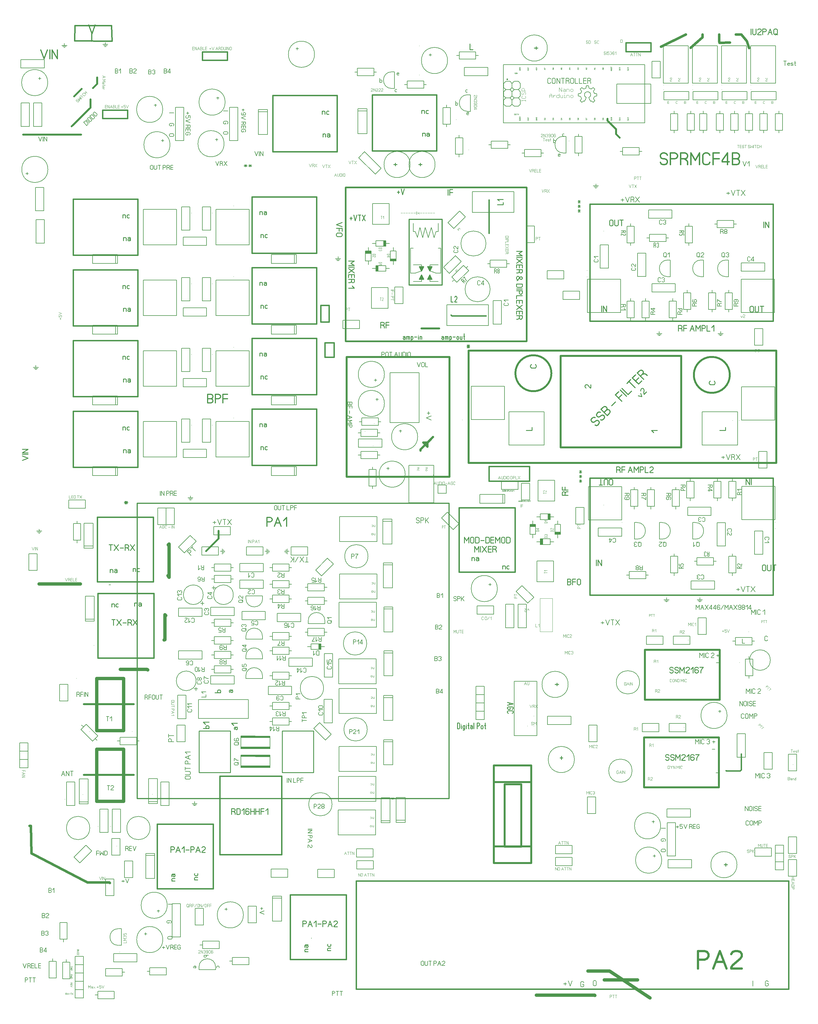
<source format=gbr>
%FSLAX34Y34*%
%MOMM*%
%LNSILK_TOP*%
G71*
G01*
%ADD10C,0.150*%
%ADD11C,0.167*%
%ADD12C,0.170*%
%ADD13C,0.144*%
%ADD14C,0.222*%
%ADD15C,0.111*%
%ADD16C,0.600*%
%ADD17C,0.333*%
%ADD18C,0.100*%
%ADD19C,0.200*%
%ADD20C,0.400*%
%ADD21C,0.300*%
%ADD22C,0.206*%
%ADD23C,0.178*%
%ADD24C,0.250*%
%ADD25C,0.220*%
%ADD26C,0.160*%
%ADD27C,1.000*%
%ADD28C,0.667*%
%ADD29C,0.067*%
%ADD30C,0.500*%
%ADD31C,0.127*%
%ADD32C,0.102*%
%ADD33C,0.050*%
%ADD34C,0.203*%
%ADD35C,0.500*%
%ADD36C,0.650*%
%ADD37C,0.800*%
%ADD38C,0.090*%
%ADD39C,0.159*%
%ADD40C,0.444*%
%ADD41C,0.044*%
%ADD42C,0.089*%
%LPD*%
G54D10*
X1551130Y-288960D02*
X1528955Y-288960D01*
X1528955Y-238260D01*
X1551130Y-238260D01*
X1551130Y-288960D01*
G54D10*
X1540042Y-289160D02*
X1540042Y-297060D01*
G54D10*
X1540042Y-238160D02*
X1540042Y-230260D01*
G54D11*
X1517784Y-254685D02*
X1516118Y-256685D01*
X1514451Y-257352D01*
X1511118Y-257352D01*
G54D11*
X1511118Y-252018D02*
X1524451Y-252018D01*
X1524451Y-255352D01*
X1523618Y-256685D01*
X1521951Y-257352D01*
X1520284Y-257352D01*
X1518618Y-256685D01*
X1517784Y-255352D01*
X1517784Y-252018D01*
G54D11*
X1511118Y-266352D02*
X1511118Y-261018D01*
X1511951Y-261018D01*
X1513618Y-261685D01*
X1518618Y-265685D01*
X1520284Y-266352D01*
X1521951Y-266352D01*
X1523618Y-265685D01*
X1524451Y-264352D01*
X1524451Y-263018D01*
X1523618Y-261685D01*
X1521951Y-261018D01*
G54D10*
X1471824Y-294941D02*
X1446424Y-294941D01*
X1446424Y-366541D01*
X1471824Y-366541D01*
X1471824Y-294941D01*
G54D11*
X1438532Y-339597D02*
X1440199Y-340597D01*
X1441032Y-342597D01*
X1441032Y-344597D01*
X1440199Y-346596D01*
X1438532Y-347597D01*
X1430199Y-347597D01*
X1428532Y-346596D01*
X1427699Y-344597D01*
X1427699Y-342597D01*
X1428532Y-340597D01*
X1430199Y-339597D01*
G54D11*
X1432699Y-335930D02*
X1427699Y-330930D01*
X1441032Y-330930D01*
G54D10*
X1586124Y-320341D02*
X1560723Y-320340D01*
X1560723Y-391941D01*
X1586123Y-391941D01*
X1586124Y-320341D01*
G54D11*
X1552832Y-364996D02*
X1554498Y-365996D01*
X1555332Y-367996D01*
X1555332Y-369996D01*
X1554498Y-371996D01*
X1552832Y-372996D01*
X1544498Y-372996D01*
X1542832Y-371996D01*
X1541998Y-369996D01*
X1541998Y-367996D01*
X1542832Y-365996D01*
X1544498Y-364996D01*
G54D11*
X1555332Y-353329D02*
X1555332Y-361329D01*
X1554498Y-361329D01*
X1552832Y-360329D01*
X1547832Y-354329D01*
X1546165Y-353329D01*
X1544498Y-353329D01*
X1542832Y-354329D01*
X1541998Y-356329D01*
X1541998Y-358329D01*
X1542832Y-360329D01*
X1544498Y-361329D01*
G54D10*
X1551146Y-517560D02*
X1528971Y-517560D01*
X1528971Y-466860D01*
X1551146Y-466860D01*
X1551146Y-517560D01*
G54D10*
X1540058Y-517760D02*
X1540058Y-525660D01*
G54D10*
X1540058Y-466760D02*
X1540058Y-458860D01*
G54D11*
X1517800Y-481084D02*
X1516133Y-484084D01*
X1514467Y-485084D01*
X1511133Y-485084D01*
G54D11*
X1511133Y-477084D02*
X1524467Y-477084D01*
X1524467Y-482084D01*
X1523633Y-484084D01*
X1521967Y-485084D01*
X1520300Y-485084D01*
X1518633Y-484084D01*
X1517800Y-482084D01*
X1517800Y-477084D01*
G54D11*
X1519467Y-488752D02*
X1524467Y-493752D01*
X1511133Y-493752D01*
G54D10*
X1647925Y-262596D02*
X1647925Y-284771D01*
X1597225Y-284771D01*
X1597225Y-262596D01*
X1647925Y-262596D01*
G54D10*
X1648125Y-273683D02*
X1656025Y-273683D01*
G54D10*
X1597125Y-273683D02*
X1589225Y-273684D01*
G54D11*
X1613650Y-295941D02*
X1615650Y-297608D01*
X1616317Y-299274D01*
X1616317Y-302608D01*
G54D11*
X1610984Y-302608D02*
X1610984Y-289274D01*
X1614317Y-289274D01*
X1615650Y-290108D01*
X1616317Y-291774D01*
X1616317Y-293441D01*
X1615650Y-295108D01*
X1614317Y-295941D01*
X1610984Y-295941D01*
G54D11*
X1619984Y-291774D02*
X1620650Y-290108D01*
X1621984Y-289274D01*
X1623317Y-289274D01*
X1624650Y-290108D01*
X1625317Y-291774D01*
X1625317Y-293441D01*
X1624650Y-295108D01*
X1623317Y-295941D01*
X1624650Y-296774D01*
X1625317Y-298441D01*
X1625317Y-300108D01*
X1624650Y-301774D01*
X1623317Y-302608D01*
X1621984Y-302608D01*
X1620650Y-301774D01*
X1619984Y-300108D01*
G54D10*
X1574534Y-466902D02*
X1596709Y-466902D01*
X1596709Y-517602D01*
X1574534Y-517602D01*
X1574534Y-466902D01*
G54D10*
X1585621Y-466702D02*
X1585621Y-458802D01*
G54D10*
X1585621Y-517702D02*
X1585621Y-525602D01*
G54D11*
X1607879Y-503344D02*
X1609546Y-500344D01*
X1611213Y-499344D01*
X1614546Y-499344D01*
G54D11*
X1614546Y-507344D02*
X1601213Y-507344D01*
X1601213Y-502344D01*
X1602046Y-500344D01*
X1603713Y-499344D01*
X1605379Y-499344D01*
X1607046Y-500344D01*
X1607879Y-502344D01*
X1607879Y-507344D01*
G54D11*
X1614546Y-489677D02*
X1601213Y-489677D01*
X1609546Y-495677D01*
X1611213Y-495677D01*
X1611213Y-487677D01*
G54D10*
X1728929Y-288961D02*
X1706754Y-288961D01*
X1706754Y-238261D01*
X1728929Y-238261D01*
X1728929Y-288961D01*
G54D10*
X1717842Y-289161D02*
X1717842Y-297061D01*
G54D10*
X1717842Y-238161D02*
X1717842Y-230261D01*
G54D11*
X1695584Y-254686D02*
X1693917Y-256686D01*
X1692250Y-257353D01*
X1688917Y-257353D01*
G54D11*
X1688917Y-252020D02*
X1702250Y-252020D01*
X1702250Y-255353D01*
X1701417Y-256686D01*
X1699750Y-257353D01*
X1698084Y-257353D01*
X1696417Y-256686D01*
X1695584Y-255353D01*
X1695584Y-252020D01*
G54D11*
X1702250Y-266353D02*
X1702250Y-261020D01*
X1696417Y-261020D01*
X1696417Y-261686D01*
X1697250Y-263020D01*
X1697250Y-264353D01*
X1696417Y-265686D01*
X1694750Y-266353D01*
X1691417Y-266353D01*
X1689750Y-265686D01*
X1688917Y-264353D01*
X1688917Y-263020D01*
X1689750Y-261686D01*
X1691417Y-261020D01*
G54D10*
X1676311Y-438993D02*
X1676311Y-413592D01*
X1604710Y-413593D01*
X1604711Y-438993D01*
X1676311Y-438993D01*
G54D11*
X1631655Y-405702D02*
X1630655Y-407368D01*
X1628655Y-408202D01*
X1626655Y-408202D01*
X1624655Y-407368D01*
X1623655Y-405702D01*
X1623655Y-397368D01*
X1624655Y-395702D01*
X1626655Y-394868D01*
X1628655Y-394868D01*
X1630655Y-395702D01*
X1631655Y-397368D01*
G54D11*
X1635322Y-397368D02*
X1636322Y-395702D01*
X1638322Y-394868D01*
X1640322Y-394868D01*
X1642322Y-395702D01*
X1643322Y-397368D01*
X1643322Y-399035D01*
X1642322Y-400702D01*
X1640322Y-401534D01*
X1642322Y-402368D01*
X1643322Y-404034D01*
X1643322Y-405702D01*
X1642322Y-407368D01*
X1640322Y-408202D01*
X1638322Y-408202D01*
X1636322Y-407368D01*
X1635322Y-405702D01*
G54D10*
X1701534Y-441502D02*
X1723709Y-441502D01*
X1723708Y-492202D01*
X1701534Y-492202D01*
X1701534Y-441502D01*
G54D10*
X1712621Y-441302D02*
X1712621Y-433402D01*
G54D10*
X1712621Y-492302D02*
X1712621Y-500202D01*
G54D11*
X1734879Y-477944D02*
X1736546Y-474944D01*
X1738213Y-473944D01*
X1741546Y-473944D01*
G54D11*
X1741546Y-481944D02*
X1728213Y-481944D01*
X1728213Y-476944D01*
X1729046Y-474944D01*
X1730713Y-473944D01*
X1732379Y-473944D01*
X1734046Y-474944D01*
X1734879Y-476944D01*
X1734879Y-481944D01*
G54D11*
X1730713Y-462277D02*
X1729046Y-463277D01*
X1728213Y-465277D01*
X1728213Y-467277D01*
X1729046Y-469277D01*
X1730713Y-470277D01*
X1734879Y-470277D01*
X1735713Y-470277D01*
X1734046Y-467277D01*
X1734046Y-465277D01*
X1734879Y-463277D01*
X1736546Y-462277D01*
X1739046Y-462277D01*
X1740713Y-463277D01*
X1741546Y-465277D01*
X1741546Y-467277D01*
X1740713Y-469277D01*
X1739046Y-470277D01*
X1734879Y-470277D01*
G54D10*
X1777734Y-441502D02*
X1799908Y-441502D01*
X1799908Y-492202D01*
X1777734Y-492202D01*
X1777734Y-441502D01*
G54D10*
X1788821Y-441302D02*
X1788821Y-433402D01*
G54D10*
X1788821Y-492302D02*
X1788821Y-500202D01*
G54D11*
X1811080Y-477944D02*
X1812746Y-474944D01*
X1814412Y-473944D01*
X1817746Y-473944D01*
G54D11*
X1817746Y-481944D02*
X1804412Y-481944D01*
X1804412Y-476944D01*
X1805246Y-474944D01*
X1806912Y-473944D01*
X1808580Y-473944D01*
X1810246Y-474944D01*
X1811080Y-476944D01*
X1811080Y-481944D01*
G54D11*
X1804412Y-470277D02*
X1804412Y-462277D01*
X1806080Y-463277D01*
X1808580Y-465277D01*
X1811912Y-467277D01*
X1814412Y-468277D01*
X1817746Y-468277D01*
G54D10*
X1828534Y-441502D02*
X1850708Y-441502D01*
X1850708Y-492202D01*
X1828534Y-492202D01*
X1828534Y-441502D01*
G54D10*
X1839621Y-441302D02*
X1839621Y-433402D01*
G54D10*
X1839621Y-492302D02*
X1839621Y-500202D01*
G54D11*
X1861880Y-477944D02*
X1863546Y-474944D01*
X1865212Y-473944D01*
X1868546Y-473944D01*
G54D11*
X1868546Y-481944D02*
X1855212Y-481944D01*
X1855212Y-476944D01*
X1856046Y-474944D01*
X1857712Y-473944D01*
X1859380Y-473944D01*
X1861046Y-474944D01*
X1861880Y-476944D01*
X1861880Y-481944D01*
G54D11*
X1866046Y-470277D02*
X1867712Y-469277D01*
X1868546Y-467277D01*
X1868546Y-465277D01*
X1867712Y-463277D01*
X1866046Y-462277D01*
X1861880Y-462277D01*
X1861046Y-462277D01*
X1862712Y-465277D01*
X1862712Y-467277D01*
X1861880Y-469277D01*
X1860212Y-470277D01*
X1857712Y-470277D01*
X1856046Y-469277D01*
X1855212Y-467277D01*
X1855212Y-465277D01*
X1856046Y-463277D01*
X1857712Y-462277D01*
X1861880Y-462277D01*
G54D10*
X1949366Y-375495D02*
X1949366Y-350094D01*
X1877766Y-350094D01*
X1877766Y-375495D01*
X1949366Y-375495D01*
G54D11*
X1904743Y-342203D02*
X1903743Y-343870D01*
X1901743Y-344703D01*
X1899743Y-344703D01*
X1897743Y-343870D01*
X1896743Y-342203D01*
X1896743Y-333870D01*
X1897743Y-332203D01*
X1899743Y-331370D01*
X1901743Y-331370D01*
X1903743Y-332203D01*
X1904743Y-333870D01*
G54D11*
X1914410Y-344703D02*
X1914410Y-331370D01*
X1908410Y-339703D01*
X1908410Y-341370D01*
X1916410Y-341370D01*
G54D10*
X1854900Y-220792D02*
X1854900Y-242967D01*
X1804200Y-242967D01*
X1804201Y-220792D01*
X1854900Y-220792D01*
G54D10*
X1855101Y-231879D02*
X1863001Y-231879D01*
G54D10*
X1804100Y-231879D02*
X1796200Y-231879D01*
G54D11*
X1818458Y-254138D02*
X1821458Y-255804D01*
X1822458Y-257471D01*
X1822458Y-260804D01*
G54D11*
X1814458Y-260804D02*
X1814458Y-247471D01*
X1819458Y-247471D01*
X1821458Y-248304D01*
X1822458Y-249971D01*
X1822458Y-251638D01*
X1821458Y-253304D01*
X1819458Y-254138D01*
X1814458Y-254138D01*
G54D11*
X1831126Y-254138D02*
X1829126Y-254138D01*
X1827126Y-253304D01*
X1826126Y-251638D01*
X1826126Y-249971D01*
X1827126Y-248304D01*
X1829126Y-247471D01*
X1831126Y-247471D01*
X1833126Y-248304D01*
X1834126Y-249971D01*
X1834126Y-251638D01*
X1833126Y-253304D01*
X1831126Y-254138D01*
X1833126Y-254971D01*
X1834126Y-256638D01*
X1834126Y-258304D01*
X1833126Y-259971D01*
X1831126Y-260804D01*
X1829126Y-260804D01*
X1827126Y-259971D01*
X1826126Y-258304D01*
X1826126Y-256638D01*
X1827126Y-254971D01*
X1829126Y-254138D01*
G54D10*
X1653055Y-341531D02*
X1661054Y-341531D01*
X1661054Y-392256D01*
X1653055Y-392256D01*
G54D10*
G75*
G01X1653094Y-341400D02*
G03X1653094Y-392400I0J-25500D01*
G01*
G54D11*
X1644910Y-329856D02*
X1649910Y-332356D01*
G54D11*
X1648910Y-321523D02*
X1648910Y-329856D01*
X1647910Y-331523D01*
X1645910Y-332356D01*
X1643910Y-332356D01*
X1641910Y-331523D01*
X1640910Y-329856D01*
X1640910Y-321523D01*
X1641910Y-319856D01*
X1643910Y-319022D01*
X1645910Y-319022D01*
X1647910Y-319856D01*
X1648910Y-321523D01*
G54D11*
X1653577Y-324023D02*
X1658577Y-319022D01*
X1658577Y-332356D01*
G54D10*
X1754655Y-341531D02*
X1762654Y-341531D01*
X1762654Y-392256D01*
X1754655Y-392256D01*
G54D10*
G75*
G01X1754694Y-341400D02*
G03X1754694Y-392400I0J-25500D01*
G01*
G54D12*
X1746510Y-329856D02*
X1751510Y-332356D01*
G54D12*
X1750510Y-321523D02*
X1750510Y-329856D01*
X1749510Y-331523D01*
X1747510Y-332356D01*
X1745510Y-332356D01*
X1743510Y-331523D01*
X1742510Y-329856D01*
X1742510Y-321523D01*
X1743510Y-319856D01*
X1745510Y-319022D01*
X1747510Y-319022D01*
X1749510Y-319856D01*
X1750510Y-321523D01*
G54D12*
X1763210Y-332356D02*
X1755210Y-332356D01*
X1755210Y-331523D01*
X1756210Y-329856D01*
X1762210Y-324856D01*
X1763210Y-323189D01*
X1763210Y-321523D01*
X1762210Y-319856D01*
X1760210Y-319022D01*
X1758210Y-319022D01*
X1756210Y-319856D01*
X1755210Y-321523D01*
G54D10*
X1830855Y-341531D02*
X1838854Y-341531D01*
X1838854Y-392256D01*
X1830854Y-392256D01*
G54D10*
G75*
G01X1830894Y-341400D02*
G03X1830894Y-392400I0J-25500D01*
G01*
G54D11*
X1822727Y-329856D02*
X1827727Y-332356D01*
G54D11*
X1826727Y-321523D02*
X1826727Y-329856D01*
X1825727Y-331523D01*
X1823727Y-332356D01*
X1821727Y-332356D01*
X1819727Y-331523D01*
X1818727Y-329856D01*
X1818727Y-321523D01*
X1819727Y-319856D01*
X1821727Y-319022D01*
X1823727Y-319022D01*
X1825727Y-319856D01*
X1826727Y-321523D01*
G54D11*
X1831394Y-321523D02*
X1832394Y-319856D01*
X1834394Y-319022D01*
X1836394Y-319022D01*
X1838394Y-319856D01*
X1839394Y-321523D01*
X1839394Y-323189D01*
X1838394Y-324856D01*
X1836394Y-325689D01*
X1838394Y-326523D01*
X1839394Y-328189D01*
X1839394Y-329856D01*
X1838394Y-331523D01*
X1836394Y-332356D01*
X1834394Y-332356D01*
X1832394Y-331523D01*
X1831394Y-329856D01*
G54D10*
X1407855Y-400031D02*
X1509455Y-400031D01*
X1509455Y-501631D01*
X1407855Y-501631D01*
X1407855Y-400031D01*
G54D13*
X1407105Y-373281D02*
X1407105Y-373281D01*
G54D13*
X1407105Y-392781D02*
X1407105Y-392781D01*
G54D10*
X1877754Y-400031D02*
X1979354Y-400031D01*
X1979354Y-501631D01*
X1877754Y-501631D01*
X1877754Y-400031D01*
G54D13*
X1877004Y-373281D02*
X1877004Y-373281D01*
G54D13*
X1877004Y-392781D02*
X1877004Y-392781D01*
G54D10*
X1594465Y-188288D02*
X1594465Y-213688D01*
X1666065Y-213688D01*
X1666065Y-188288D01*
X1594465Y-188288D01*
G54D11*
X1635454Y-229913D02*
X1634454Y-231580D01*
X1632454Y-232413D01*
X1630454Y-232413D01*
X1628454Y-231580D01*
X1627454Y-229913D01*
X1627454Y-221580D01*
X1628454Y-219913D01*
X1630454Y-219080D01*
X1632454Y-219080D01*
X1634454Y-219913D01*
X1635454Y-221580D01*
G54D11*
X1639121Y-221580D02*
X1640121Y-219913D01*
X1642121Y-219080D01*
X1644121Y-219080D01*
X1646121Y-219913D01*
X1647121Y-221580D01*
X1647121Y-223246D01*
X1646121Y-224913D01*
X1644121Y-225746D01*
X1646121Y-226580D01*
X1647121Y-228246D01*
X1647121Y-229913D01*
X1646121Y-231580D01*
X1644121Y-232413D01*
X1642121Y-232413D01*
X1640121Y-231580D01*
X1639121Y-229913D01*
G54D14*
X1914771Y-485611D02*
X1914771Y-496722D01*
X1913438Y-498944D01*
X1910771Y-500056D01*
X1908104Y-500056D01*
X1905438Y-498944D01*
X1904104Y-496722D01*
X1904104Y-485611D01*
X1905438Y-483389D01*
X1908104Y-482278D01*
X1910771Y-482278D01*
X1913438Y-483389D01*
X1914771Y-485611D01*
G54D14*
X1919660Y-482278D02*
X1919660Y-496722D01*
X1920994Y-498944D01*
X1923660Y-500056D01*
X1926327Y-500056D01*
X1928994Y-498944D01*
X1930327Y-496722D01*
X1930327Y-482278D01*
G54D14*
X1940550Y-500056D02*
X1940550Y-482278D01*
G54D14*
X1935216Y-482278D02*
X1945883Y-482278D01*
G54D10*
X1657084Y-466902D02*
X1679259Y-466902D01*
X1679259Y-517602D01*
X1657084Y-517602D01*
X1657084Y-466902D01*
G54D10*
X1668171Y-466702D02*
X1668171Y-458802D01*
G54D10*
X1668171Y-517702D02*
X1668171Y-525602D01*
G54D11*
X1690429Y-503344D02*
X1692096Y-500344D01*
X1693763Y-499344D01*
X1697096Y-499344D01*
G54D11*
X1697096Y-507344D02*
X1683763Y-507344D01*
X1683763Y-502344D01*
X1684596Y-500344D01*
X1686263Y-499344D01*
X1687929Y-499344D01*
X1689596Y-500344D01*
X1690429Y-502344D01*
X1690429Y-507344D01*
G54D11*
X1697096Y-489677D02*
X1683763Y-489677D01*
G54D11*
X1691763Y-489677D02*
X1690096Y-490677D01*
X1689596Y-492677D01*
X1690096Y-494677D01*
X1691763Y-495677D01*
X1695096Y-495677D01*
X1696763Y-494677D01*
X1697096Y-492677D01*
X1696763Y-490677D01*
X1695096Y-489677D01*
G54D15*
X1875440Y-511832D02*
X1878106Y-516832D01*
X1880773Y-511832D01*
G54D15*
X1888550Y-516832D02*
X1883216Y-516832D01*
X1883216Y-516276D01*
X1883884Y-515166D01*
X1887884Y-511832D01*
X1888550Y-510721D01*
X1888550Y-509610D01*
X1887884Y-508499D01*
X1886550Y-507943D01*
X1885216Y-507943D01*
X1883884Y-508499D01*
X1883216Y-509610D01*
G54D14*
X1450873Y-499262D02*
X1450873Y-481484D01*
G54D14*
X1455762Y-499262D02*
X1455762Y-481484D01*
X1466429Y-499262D01*
X1466429Y-481484D01*
G54D13*
X1457905Y-252631D02*
X1457905Y-252631D01*
G54D16*
X1325830Y-633772D02*
X1325829Y-913172D01*
X1694130Y-913172D01*
X1694130Y-633772D01*
X1325830Y-633772D01*
G54D14*
X1609943Y-868226D02*
X1603277Y-861560D01*
X1621054Y-861560D01*
G54D14*
X1418204Y-721522D02*
X1418205Y-732188D01*
X1417093Y-732188D01*
X1414871Y-730855D01*
X1408204Y-722855D01*
X1405982Y-721522D01*
X1403760Y-721522D01*
X1401538Y-722855D01*
X1400427Y-725522D01*
X1400427Y-728188D01*
X1401538Y-730855D01*
X1403760Y-732188D01*
G54D16*
G75*
G01X1297805Y-687172D02*
G03X1297805Y-687172I-55000J0D01*
G01*
G54D16*
G75*
G01X1842805Y-692172D02*
G03X1842805Y-692172I-55000J0D01*
G01*
G54D10*
X1052980Y-828902D02*
X1052980Y-727302D01*
X1154580Y-727302D01*
X1154580Y-828902D01*
X1052980Y-828902D01*
G54D13*
X1026230Y-829652D02*
X1026230Y-829652D01*
G54D13*
X1045730Y-829652D02*
X1045730Y-829652D01*
G54D10*
X1878480Y-830172D02*
X1878480Y-728572D01*
X1980080Y-728572D01*
X1980080Y-830172D01*
X1878480Y-830172D01*
G54D13*
X1851730Y-830922D02*
X1851730Y-830922D01*
G54D13*
X1871230Y-830922D02*
X1871230Y-830922D01*
G54D14*
X1811527Y-861272D02*
X1829305Y-861272D01*
X1829305Y-851938D01*
G54D14*
X1794222Y-710905D02*
X1796444Y-712238D01*
X1797555Y-714905D01*
X1797555Y-717572D01*
X1796444Y-720238D01*
X1794222Y-721572D01*
X1783110Y-721572D01*
X1780888Y-720238D01*
X1779777Y-717572D01*
X1779777Y-714905D01*
X1780888Y-712238D01*
X1783110Y-710905D01*
G54D14*
X1248122Y-660105D02*
X1250344Y-661438D01*
X1251455Y-664105D01*
X1251455Y-666772D01*
X1250344Y-669438D01*
X1248121Y-670772D01*
X1237010Y-670772D01*
X1234788Y-669438D01*
X1233677Y-666772D01*
X1233677Y-664105D01*
X1234788Y-661438D01*
X1237010Y-660105D01*
G54D17*
X1431791Y-845804D02*
X1435562Y-846747D01*
X1439569Y-845097D01*
X1442398Y-842268D01*
X1444048Y-838262D01*
X1443105Y-834490D01*
X1440748Y-832133D01*
X1436977Y-831190D01*
X1432970Y-832840D01*
X1430141Y-835669D01*
X1426134Y-837319D01*
X1422363Y-836376D01*
X1420006Y-834019D01*
X1419063Y-830248D01*
X1420713Y-826241D01*
X1423542Y-823412D01*
X1427549Y-821762D01*
X1431320Y-822705D01*
G54D17*
X1448290Y-829305D02*
X1452061Y-830248D01*
X1456068Y-828598D01*
X1458897Y-825770D01*
X1460547Y-821763D01*
X1459604Y-817992D01*
X1457247Y-815634D01*
X1453476Y-814692D01*
X1449469Y-816342D01*
X1446640Y-819170D01*
X1442633Y-820820D01*
X1438862Y-819877D01*
X1436505Y-817520D01*
X1435562Y-813749D01*
X1437212Y-809742D01*
X1440041Y-806914D01*
X1444048Y-805264D01*
X1447819Y-806206D01*
G54D17*
X1468324Y-816342D02*
X1449468Y-797486D01*
X1456540Y-790414D01*
X1460546Y-788764D01*
X1464318Y-789708D01*
X1466675Y-792064D01*
X1467617Y-795836D01*
X1465968Y-799842D01*
X1469975Y-798192D01*
X1473746Y-799136D01*
X1476103Y-801492D01*
X1477046Y-805264D01*
X1475396Y-809271D01*
X1468324Y-816342D01*
G54D17*
X1458896Y-806914D02*
X1465968Y-799842D01*
G54D17*
X1482042Y-786125D02*
X1493356Y-774812D01*
G54D17*
X1512258Y-772408D02*
X1493402Y-753552D01*
X1503302Y-743652D01*
G54D17*
X1502830Y-762980D02*
X1512730Y-753080D01*
G54D17*
X1527343Y-757323D02*
X1508487Y-738467D01*
G54D17*
X1513672Y-733282D02*
X1532528Y-752138D01*
X1542428Y-742238D01*
G54D17*
X1553270Y-731396D02*
X1534414Y-712540D01*
G54D17*
X1528757Y-718197D02*
X1540071Y-706883D01*
G54D17*
X1574012Y-710655D02*
X1564112Y-720554D01*
X1545256Y-701698D01*
X1555155Y-691798D01*
G54D17*
X1554684Y-711126D02*
X1564583Y-701226D01*
G54D17*
X1575426Y-690384D02*
X1582025Y-688499D01*
X1585797Y-689442D01*
X1590510Y-694156D01*
G54D17*
X1579197Y-705470D02*
X1560341Y-686613D01*
X1567412Y-679542D01*
X1571419Y-677892D01*
X1575190Y-678835D01*
X1577547Y-681192D01*
X1578490Y-684964D01*
X1576840Y-688970D01*
X1569769Y-696042D01*
G54D10*
X1758287Y-906109D02*
X1758287Y-804509D01*
X1866238Y-804509D01*
X1866238Y-906108D01*
X1758287Y-906109D01*
G54D14*
X1220977Y-861272D02*
X1238755Y-861272D01*
X1238755Y-851938D01*
G54D10*
X1167737Y-906109D02*
X1167737Y-804508D01*
X1275687Y-804509D01*
X1275687Y-906108D01*
X1167737Y-906109D01*
G54D14*
X1562739Y-755315D02*
X1573581Y-758615D01*
X1570281Y-747773D01*
G54D14*
X1588352Y-743844D02*
X1580810Y-751387D01*
X1580024Y-750601D01*
X1579396Y-748087D01*
X1580338Y-737716D01*
X1579710Y-735202D01*
X1578139Y-733630D01*
X1575624Y-733002D01*
X1572953Y-734102D01*
X1571067Y-735988D01*
X1569967Y-738658D01*
X1570596Y-741173D01*
G54D13*
X1457905Y-1089243D02*
X1457905Y-1089243D01*
G54D10*
X806054Y-344371D02*
X823455Y-344371D01*
X823455Y-313971D01*
X806054Y-313971D01*
X806054Y-344371D01*
G36*
X806154Y-344271D02*
X822854Y-344271D01*
X822854Y-337071D01*
X806154Y-337071D01*
X806154Y-344271D01*
G37*
G54D18*
X806154Y-344271D02*
X822854Y-344271D01*
X822854Y-337071D01*
X806154Y-337071D01*
X806154Y-344271D01*
G54D10*
X814755Y-355371D02*
X814755Y-344271D01*
G54D10*
X814755Y-314071D02*
X814755Y-302971D01*
G54D10*
X761454Y-358571D02*
X761454Y-375971D01*
X791855Y-375971D01*
X791855Y-358571D01*
X761454Y-358571D01*
G36*
X761555Y-358671D02*
X761555Y-375371D01*
X768754Y-375371D01*
X768754Y-358671D01*
X761555Y-358671D01*
G37*
G54D18*
X761555Y-358671D02*
X761555Y-375371D01*
X768754Y-375371D01*
X768754Y-358671D01*
X761555Y-358671D01*
G54D10*
X750455Y-367271D02*
X761554Y-367271D01*
G54D10*
X791754Y-367271D02*
X802854Y-367271D01*
G54D10*
X747255Y-313972D02*
X729854Y-313972D01*
X729855Y-344372D01*
X747255Y-344372D01*
X747255Y-313972D01*
G36*
X747155Y-314072D02*
X730455Y-314072D01*
X730454Y-321272D01*
X747154Y-321272D01*
X747155Y-314072D01*
G37*
G54D18*
X747155Y-314072D02*
X730455Y-314072D01*
X730454Y-321272D01*
X747154Y-321272D01*
X747155Y-314072D01*
G54D10*
X738554Y-302972D02*
X738555Y-314072D01*
G54D10*
X738555Y-344272D02*
X738555Y-355372D01*
G54D10*
X791855Y-299771D02*
X791855Y-282371D01*
X761455Y-282371D01*
X761455Y-299771D01*
X791855Y-299771D01*
G36*
X791755Y-299671D02*
X791755Y-282971D01*
X784555Y-282971D01*
X784555Y-299671D01*
X791755Y-299671D01*
G37*
G54D18*
X791755Y-299671D02*
X791755Y-282971D01*
X784555Y-282971D01*
X784555Y-299671D01*
X791755Y-299671D01*
G54D10*
X802855Y-291071D02*
X791755Y-291071D01*
G54D10*
X761555Y-291071D02*
X750455Y-291071D01*
G54D15*
X770304Y-348221D02*
X779194Y-348221D01*
X779193Y-350444D01*
X778638Y-351332D01*
X777527Y-351777D01*
X771971Y-351777D01*
X770860Y-351332D01*
X770304Y-350444D01*
X770304Y-348221D01*
G54D15*
X775860Y-354221D02*
X779193Y-356444D01*
X770304Y-356444D01*
G54D15*
X751254Y-322821D02*
X760144Y-322822D01*
X760144Y-325044D01*
X759588Y-325932D01*
X758477Y-326377D01*
X752921Y-326377D01*
X751810Y-325932D01*
X751254Y-325044D01*
X751254Y-322821D01*
G54D15*
X751254Y-332377D02*
X751254Y-328821D01*
X751810Y-328821D01*
X752921Y-329266D01*
X756254Y-331932D01*
X757366Y-332377D01*
X758477Y-332377D01*
X759588Y-331932D01*
X760143Y-331044D01*
X760144Y-330154D01*
X759588Y-329266D01*
X758477Y-328821D01*
G54D15*
X770304Y-303771D02*
X779194Y-303771D01*
X779193Y-305994D01*
X778638Y-306882D01*
X777527Y-307327D01*
X771971Y-307327D01*
X770860Y-306882D01*
X770305Y-305994D01*
X770304Y-303771D01*
G54D15*
X777527Y-309771D02*
X778638Y-310216D01*
X779193Y-311104D01*
X779194Y-311994D01*
X778638Y-312882D01*
X777527Y-313327D01*
X776416Y-313327D01*
X775304Y-312882D01*
X774749Y-311994D01*
X774193Y-312882D01*
X773082Y-313327D01*
X771971Y-313327D01*
X770860Y-312882D01*
X770304Y-311994D01*
X770304Y-311104D01*
X770860Y-310216D01*
X771971Y-309772D01*
G54D15*
X795704Y-322821D02*
X804594Y-322821D01*
X804593Y-325044D01*
X804038Y-325932D01*
X802927Y-326377D01*
X797371Y-326377D01*
X796260Y-325932D01*
X795704Y-325044D01*
X795704Y-322821D01*
G54D15*
X795704Y-331488D02*
X804593Y-331488D01*
X799038Y-328821D01*
X797927Y-328821D01*
X797927Y-332377D01*
G54D10*
X751167Y-168748D02*
X751167Y-232248D01*
X801967Y-232248D01*
X801967Y-168748D01*
X751167Y-168748D01*
G54D15*
X778510Y-215887D02*
X778510Y-206998D01*
G54D15*
X776732Y-206998D02*
X780287Y-206998D01*
G54D15*
X782732Y-210331D02*
X784954Y-206998D01*
X784954Y-215887D01*
G54D10*
X798674Y-488788D02*
X798674Y-425288D01*
X747874Y-425288D01*
X747874Y-488788D01*
X798674Y-488788D01*
G54D15*
X776214Y-464896D02*
X776214Y-456007D01*
G54D15*
X774436Y-456007D02*
X777991Y-456007D01*
G54D15*
X783991Y-464896D02*
X780436Y-464896D01*
X780436Y-464340D01*
X780880Y-463229D01*
X783547Y-459896D01*
X783991Y-458784D01*
X783991Y-457674D01*
X783547Y-456562D01*
X782658Y-456007D01*
X781769Y-456007D01*
X780880Y-456562D01*
X780436Y-457674D01*
G54D14*
X658346Y-226330D02*
X640568Y-232996D01*
X658346Y-239663D01*
G54D14*
X640568Y-244552D02*
X658346Y-244552D01*
X658346Y-253885D01*
G54D14*
X649457Y-244552D02*
X649457Y-253885D01*
G54D14*
X655013Y-269440D02*
X643902Y-269440D01*
X641680Y-268107D01*
X640568Y-265440D01*
X640568Y-262774D01*
X641680Y-260107D01*
X643902Y-258774D01*
X655013Y-258774D01*
X657235Y-260107D01*
X658346Y-262774D01*
X658346Y-265440D01*
X657235Y-268107D01*
X655013Y-269440D01*
G54D14*
X1190650Y-314761D02*
X1208428Y-314761D01*
X1197317Y-321428D01*
X1208428Y-328094D01*
X1190650Y-328094D01*
G54D14*
X1190650Y-332983D02*
X1208428Y-332983D01*
G54D14*
X1208428Y-337872D02*
X1190650Y-351205D01*
G54D14*
X1190650Y-337872D02*
X1208428Y-351205D01*
G54D14*
X1190650Y-365427D02*
X1190650Y-356094D01*
X1208428Y-356094D01*
X1208428Y-365427D01*
G54D14*
X1199539Y-356094D02*
X1199539Y-365427D01*
G54D14*
X1199539Y-375649D02*
X1197317Y-379649D01*
X1195095Y-380982D01*
X1190650Y-380982D01*
G54D14*
X1190650Y-370316D02*
X1208428Y-370316D01*
X1208428Y-376982D01*
X1207317Y-379649D01*
X1205095Y-380982D01*
X1202873Y-380982D01*
X1200650Y-379649D01*
X1199539Y-376982D01*
X1199539Y-370316D01*
G54D14*
X1192873Y-404361D02*
X1201762Y-393694D01*
X1203984Y-392361D01*
X1206206Y-392361D01*
X1208428Y-395028D01*
X1208428Y-397694D01*
X1206206Y-400361D01*
X1203984Y-400361D01*
X1201762Y-399028D01*
X1198428Y-392361D01*
X1196206Y-391028D01*
X1193984Y-391028D01*
X1191762Y-392361D01*
X1190650Y-395028D01*
X1190650Y-397694D01*
X1191762Y-400361D01*
X1196206Y-403028D01*
G54D14*
X1190650Y-414406D02*
X1208428Y-414406D01*
X1208428Y-421072D01*
X1207317Y-423739D01*
X1205095Y-425072D01*
X1193984Y-425072D01*
X1191762Y-423739D01*
X1190650Y-421072D01*
X1190650Y-414406D01*
G54D14*
X1190650Y-429962D02*
X1208428Y-429962D01*
G54D14*
X1190650Y-434851D02*
X1208428Y-434851D01*
X1208428Y-441518D01*
X1207317Y-444184D01*
X1205095Y-445518D01*
X1202873Y-445518D01*
X1200650Y-444184D01*
X1199539Y-441518D01*
X1199539Y-434851D01*
G54D14*
X1208428Y-450407D02*
X1190650Y-450407D01*
X1190650Y-459740D01*
G54D14*
X1190650Y-473962D02*
X1190650Y-464629D01*
X1208428Y-464629D01*
X1208428Y-473962D01*
G54D14*
X1199539Y-464629D02*
X1199539Y-473962D01*
G54D14*
X1208428Y-478851D02*
X1190650Y-492184D01*
G54D14*
X1190650Y-478851D02*
X1208428Y-492184D01*
G54D14*
X1190650Y-506406D02*
X1190650Y-497073D01*
X1208428Y-497073D01*
X1208428Y-506406D01*
G54D14*
X1199539Y-497073D02*
X1199539Y-506406D01*
G54D14*
X1199539Y-516628D02*
X1197317Y-520628D01*
X1195095Y-521962D01*
X1190650Y-521962D01*
G54D14*
X1190650Y-511295D02*
X1208428Y-511295D01*
X1208428Y-517962D01*
X1207317Y-520628D01*
X1205095Y-521962D01*
X1202873Y-521962D01*
X1200650Y-520628D01*
X1199539Y-517962D01*
X1199539Y-511295D01*
G54D14*
X981754Y-143937D02*
X981754Y-126160D01*
G54D14*
X986644Y-143937D02*
X986644Y-126160D01*
X995977Y-126160D01*
G54D14*
X986644Y-135048D02*
X995977Y-135048D01*
G54D15*
X807256Y-431911D02*
X816145Y-431911D01*
G54D15*
X807256Y-434355D02*
X816145Y-434355D01*
X816145Y-439022D01*
G54D15*
X811700Y-434355D02*
X811700Y-439022D01*
G54D15*
X811145Y-441466D02*
X811145Y-446799D01*
G54D15*
X807256Y-451820D02*
X816145Y-451820D01*
X816145Y-455153D01*
X815589Y-456486D01*
X814478Y-457153D01*
X813367Y-457153D01*
X812256Y-456486D01*
X811700Y-455153D01*
X811700Y-451820D01*
G54D15*
X807256Y-462264D02*
X816145Y-462264D01*
G54D15*
X816145Y-459597D02*
X816145Y-464930D01*
G54D14*
X826889Y-134457D02*
X834000Y-134457D01*
G54D14*
X830444Y-130013D02*
X830444Y-138902D01*
G54D14*
X838889Y-124457D02*
X843333Y-142235D01*
X847778Y-124457D01*
G54D10*
X1183595Y-195788D02*
X1183595Y-132288D01*
X1056595Y-132288D01*
X1056595Y-195788D01*
X1183595Y-195788D01*
G54D10*
X1029416Y-357828D02*
X1045096Y-373508D01*
X1009246Y-409358D01*
X993565Y-393678D01*
X1029416Y-357828D01*
G54D10*
X1037397Y-365526D02*
X1042983Y-359940D01*
G54D10*
X1001335Y-401588D02*
X995749Y-407175D01*
G54D11*
X1028759Y-405642D02*
X1031351Y-405406D01*
X1033001Y-406113D01*
X1035358Y-408470D01*
G54D11*
X1031587Y-412242D02*
X1022159Y-402814D01*
X1024516Y-400456D01*
X1026048Y-400103D01*
X1027698Y-400810D01*
X1028876Y-401988D01*
X1029584Y-403638D01*
X1029230Y-405170D01*
X1026873Y-407528D01*
G54D11*
X1028523Y-396450D02*
X1032294Y-392678D01*
X1033001Y-394328D01*
X1033826Y-397039D01*
X1035240Y-400338D01*
X1036537Y-402578D01*
X1038894Y-404935D01*
G54D11*
X1163571Y-472695D02*
X1165237Y-473695D01*
X1166071Y-475695D01*
X1166071Y-477695D01*
X1165237Y-479695D01*
X1163571Y-480695D01*
X1155238Y-480695D01*
X1153571Y-479695D01*
X1152737Y-477695D01*
X1152738Y-475695D01*
X1153571Y-473695D01*
X1155237Y-472695D01*
G54D11*
X1157737Y-469028D02*
X1152737Y-464028D01*
X1166071Y-464028D01*
G54D11*
X1010084Y-311164D02*
X1011751Y-312164D01*
X1012584Y-314164D01*
X1012584Y-316164D01*
X1011751Y-318164D01*
X1010084Y-319164D01*
X1001751Y-319164D01*
X1000084Y-318164D01*
X999251Y-316164D01*
X999251Y-314164D01*
X1000084Y-312164D01*
X1001751Y-311164D01*
G54D11*
X1012584Y-299498D02*
X1012584Y-307498D01*
X1011751Y-307498D01*
X1010084Y-306498D01*
X1005084Y-300498D01*
X1003418Y-299498D01*
X1001751Y-299498D01*
X1000084Y-300498D01*
X999251Y-302498D01*
X999251Y-304498D01*
X1000084Y-306498D01*
X1001751Y-307498D01*
G54D10*
X1161325Y-341464D02*
X1161325Y-363638D01*
X1110625Y-363638D01*
X1110625Y-341463D01*
X1161325Y-341464D01*
G54D10*
X1161525Y-352551D02*
X1169425Y-352551D01*
G54D10*
X1110525Y-352551D02*
X1102625Y-352551D01*
G54D11*
X1127050Y-374808D02*
X1129050Y-376475D01*
X1129717Y-378142D01*
X1129717Y-381475D01*
G54D11*
X1124384Y-381475D02*
X1124384Y-368142D01*
X1127717Y-368142D01*
X1129050Y-368975D01*
X1129717Y-370642D01*
X1129717Y-372308D01*
X1129050Y-373975D01*
X1127717Y-374808D01*
X1124384Y-374808D01*
G54D11*
X1136717Y-374808D02*
X1135384Y-374808D01*
X1134050Y-373975D01*
X1133384Y-372308D01*
X1133384Y-370642D01*
X1134050Y-368975D01*
X1135384Y-368142D01*
X1136717Y-368142D01*
X1138050Y-368975D01*
X1138717Y-370642D01*
X1138717Y-372308D01*
X1138050Y-373975D01*
X1136717Y-374808D01*
X1138050Y-375642D01*
X1138717Y-377308D01*
X1138717Y-378975D01*
X1138050Y-380642D01*
X1136717Y-381475D01*
X1135384Y-381475D01*
X1134050Y-380642D01*
X1133384Y-378975D01*
X1133384Y-377308D01*
X1134050Y-375642D01*
X1135384Y-374808D01*
G54D14*
X990968Y-452180D02*
X990968Y-469958D01*
X997190Y-469958D01*
G54D14*
X1009190Y-469958D02*
X1002079Y-469958D01*
X1002079Y-468847D01*
X1002968Y-466624D01*
X1008301Y-459958D01*
X1009190Y-457736D01*
X1009190Y-455514D01*
X1008301Y-453291D01*
X1006523Y-452180D01*
X1004746Y-452180D01*
X1002968Y-453291D01*
X1002079Y-455514D01*
G54D14*
X1132123Y-172005D02*
X1149901Y-172005D01*
X1149901Y-165782D01*
G54D14*
X1138790Y-160894D02*
X1132123Y-156450D01*
X1149901Y-156449D01*
G54D19*
G75*
G01X1097795Y-291038D02*
G03X1097795Y-291038I-38100J0D01*
G01*
G54D19*
G75*
G01X1110495Y-430738D02*
G03X1110495Y-430738I-38100J0D01*
G01*
G54D11*
X1080348Y-415176D02*
X1079348Y-416842D01*
X1077349Y-417676D01*
X1075348Y-417676D01*
X1073348Y-416842D01*
X1072348Y-415176D01*
X1072348Y-406842D01*
X1073348Y-405176D01*
X1075348Y-404342D01*
X1077348Y-404342D01*
X1079348Y-405176D01*
X1080348Y-406842D01*
G54D11*
X1090016Y-417676D02*
X1090016Y-404342D01*
X1084016Y-412676D01*
X1084016Y-414342D01*
X1092016Y-414342D01*
G54D10*
X1119869Y-537058D02*
X1145269Y-537058D01*
X1145269Y-465458D01*
X1119869Y-465458D01*
X1119869Y-537058D01*
G54D11*
X1150661Y-484403D02*
X1150661Y-484403D01*
G54D20*
X1107395Y-259288D02*
X1107395Y-157688D01*
G54D21*
X863649Y-417632D02*
X964249Y-417532D01*
X964149Y-217632D01*
X863649Y-217632D01*
X863649Y-417632D01*
G54D19*
X875750Y-229032D02*
X875749Y-254432D01*
X882049Y-254432D01*
X881949Y-254432D01*
X888349Y-271932D01*
X888449Y-271932D01*
X896349Y-241732D01*
X904349Y-273532D01*
X912249Y-241732D01*
X921849Y-273532D01*
X931249Y-241732D01*
X939249Y-273532D01*
X945649Y-254432D01*
X951949Y-254432D01*
X951949Y-229032D01*
G54D19*
X875749Y-406832D02*
X901049Y-406832D01*
X901049Y-387832D01*
G54D19*
X875749Y-356032D02*
X901049Y-356032D01*
X901049Y-375032D01*
G54D19*
X951949Y-406832D02*
X926549Y-406832D01*
X926549Y-387832D01*
G54D19*
X951949Y-356032D02*
X926549Y-356032D01*
X926549Y-375032D01*
G36*
X901150Y-387832D02*
X901149Y-387732D01*
X894749Y-400432D01*
X907449Y-400432D01*
X901049Y-387832D01*
X901150Y-387832D01*
G37*
G54D21*
X901150Y-387832D02*
X901149Y-387732D01*
X894749Y-400432D01*
X907449Y-400432D01*
X901049Y-387832D01*
X901150Y-387832D01*
G36*
X926549Y-387932D02*
X926549Y-387832D01*
X920149Y-400532D01*
X932849Y-400532D01*
X926449Y-387932D01*
X926549Y-387932D01*
G37*
G54D21*
X926549Y-387932D02*
X926549Y-387832D01*
X920149Y-400532D01*
X932849Y-400532D01*
X926449Y-387932D01*
X926549Y-387932D01*
G36*
X901249Y-374832D02*
X901249Y-374932D01*
X907649Y-362232D01*
X894950Y-362232D01*
X901349Y-374832D01*
X901249Y-374832D01*
G37*
G54D21*
X901249Y-374832D02*
X901249Y-374932D01*
X907649Y-362232D01*
X894950Y-362232D01*
X901349Y-374832D01*
X901249Y-374832D01*
G36*
X926549Y-374932D02*
X926549Y-375032D01*
X932949Y-362332D01*
X920249Y-362332D01*
X926649Y-374932D01*
X926549Y-374932D01*
G37*
G54D21*
X926549Y-374932D02*
X926549Y-375032D01*
X932949Y-362332D01*
X920249Y-362332D01*
X926649Y-374932D01*
X926549Y-374932D01*
G54D19*
X901149Y-375032D02*
X901149Y-375132D01*
X882149Y-381532D01*
X882149Y-381432D01*
X867849Y-381432D01*
X867849Y-317932D01*
X867849Y-305232D01*
X875749Y-305232D01*
G54D19*
X926549Y-375032D02*
X926549Y-375032D01*
X945549Y-381432D01*
X959849Y-381432D01*
X959849Y-305232D01*
X951950Y-305232D01*
G54D10*
X1105480Y-541341D02*
X1105480Y-477841D01*
X978480Y-477841D01*
X978480Y-541341D01*
X1105480Y-541341D01*
G54D20*
X1098200Y-511836D02*
X993425Y-511836D01*
X991180Y-509591D01*
G54D19*
X646203Y-331074D02*
X646203Y-337424D01*
G54D19*
X654141Y-337424D02*
X638266Y-337424D01*
G54D19*
X640647Y-340600D02*
X651759Y-340600D01*
G54D19*
X648584Y-343774D02*
X643822Y-343774D01*
G54D14*
X844918Y-575369D02*
X846696Y-574258D01*
X848829Y-574258D01*
X850251Y-576480D01*
X850251Y-584258D01*
G54D14*
X850251Y-580925D02*
X849362Y-578702D01*
X847584Y-578258D01*
X845806Y-578702D01*
X844918Y-580925D01*
X845273Y-583147D01*
X846696Y-584258D01*
X847584Y-584258D01*
X847940Y-584258D01*
X849362Y-583147D01*
X850251Y-580925D01*
G54D14*
X855140Y-584258D02*
X855140Y-574258D01*
G54D14*
X855140Y-576036D02*
X856918Y-574258D01*
X858695Y-574925D01*
X859584Y-576480D01*
X859584Y-584258D01*
G54D14*
X859584Y-576036D02*
X861362Y-574258D01*
X863140Y-574925D01*
X864029Y-576480D01*
X864029Y-584258D01*
G54D14*
X868918Y-574258D02*
X868918Y-588702D01*
G54D14*
X868918Y-580925D02*
X869807Y-583814D01*
X871584Y-584258D01*
X873362Y-583814D01*
X874251Y-581592D01*
X874251Y-577147D01*
X873362Y-574925D01*
X871584Y-574258D01*
X869807Y-574925D01*
X868918Y-577592D01*
G54D14*
X879140Y-576480D02*
X886251Y-576480D01*
G54D14*
X891140Y-584258D02*
X891140Y-574258D01*
G54D14*
X891140Y-570925D02*
X891140Y-570925D01*
G54D14*
X896029Y-584258D02*
X896029Y-574258D01*
G54D14*
X896029Y-576480D02*
X896918Y-574925D01*
X898695Y-574258D01*
X900473Y-574925D01*
X901362Y-576480D01*
X901362Y-584258D01*
G54D14*
X962708Y-575299D02*
X964486Y-574188D01*
X966620Y-574188D01*
X968042Y-576410D01*
X968042Y-584188D01*
G54D14*
X968042Y-580854D02*
X967153Y-578632D01*
X965375Y-578188D01*
X963597Y-578632D01*
X962708Y-580855D01*
X963064Y-583077D01*
X964486Y-584188D01*
X965375Y-584188D01*
X965731Y-584188D01*
X967153Y-583077D01*
X968042Y-580854D01*
G54D14*
X972930Y-584188D02*
X972930Y-574188D01*
G54D14*
X972930Y-575966D02*
X974708Y-574188D01*
X976486Y-574854D01*
X977375Y-576410D01*
X977375Y-584188D01*
G54D14*
X977375Y-575966D02*
X979153Y-574188D01*
X980930Y-574854D01*
X981819Y-576410D01*
X981819Y-584188D01*
G54D14*
X986708Y-574188D02*
X986708Y-588632D01*
G54D14*
X986708Y-580855D02*
X987597Y-583744D01*
X989375Y-584188D01*
X991153Y-583744D01*
X992042Y-581522D01*
X992042Y-577077D01*
X991153Y-574855D01*
X989375Y-574188D01*
X987597Y-574855D01*
X986708Y-577522D01*
G54D14*
X996930Y-576410D02*
X1004042Y-576410D01*
G54D14*
X1014264Y-581522D02*
X1014264Y-577077D01*
X1013375Y-574854D01*
X1011597Y-574188D01*
X1009819Y-574854D01*
X1008930Y-577077D01*
X1008930Y-581522D01*
X1009819Y-583744D01*
X1011597Y-584188D01*
X1013375Y-583744D01*
X1014264Y-581522D01*
G54D14*
X1024486Y-574188D02*
X1024486Y-584188D01*
G54D14*
X1024486Y-581966D02*
X1023597Y-583744D01*
X1021819Y-584188D01*
X1020041Y-583744D01*
X1019152Y-581966D01*
X1019152Y-574188D01*
G54D14*
X1031152Y-566410D02*
X1031152Y-583077D01*
X1032041Y-584188D01*
X1032930Y-583744D01*
G54D14*
X1029374Y-574188D02*
X1032930Y-574188D01*
G54D10*
X1249534Y-1148373D02*
X1232134Y-1148373D01*
X1232133Y-1178773D01*
X1249534Y-1178773D01*
X1249534Y-1148373D01*
G36*
X1249434Y-1148473D02*
X1232734Y-1148473D01*
X1232734Y-1155673D01*
X1249434Y-1155673D01*
X1249434Y-1148473D01*
G37*
G54D18*
X1249434Y-1148473D02*
X1232734Y-1148473D01*
X1232734Y-1155673D01*
X1249434Y-1155673D01*
X1249434Y-1148473D01*
G54D10*
X1240834Y-1137373D02*
X1240834Y-1148473D01*
G54D10*
X1240834Y-1178673D02*
X1240834Y-1189773D01*
G54D10*
X1294134Y-1134173D02*
X1294134Y-1116773D01*
X1263734Y-1116773D01*
X1263733Y-1134173D01*
X1294134Y-1134173D01*
G36*
X1294033Y-1134073D02*
X1294033Y-1117373D01*
X1286834Y-1117373D01*
X1286834Y-1134073D01*
X1294033Y-1134073D01*
G37*
G54D18*
X1294033Y-1134073D02*
X1294033Y-1117373D01*
X1286834Y-1117373D01*
X1286834Y-1134073D01*
X1294033Y-1134073D01*
G54D10*
X1305134Y-1125473D02*
X1294034Y-1125473D01*
G54D10*
X1263833Y-1125473D02*
X1252734Y-1125473D01*
G54D10*
X1308333Y-1178773D02*
X1325734Y-1178773D01*
X1325733Y-1148373D01*
X1308334Y-1148373D01*
X1308333Y-1178773D01*
G36*
X1308433Y-1178673D02*
X1325133Y-1178673D01*
X1325134Y-1171473D01*
X1308434Y-1171473D01*
X1308433Y-1178673D01*
G37*
G54D18*
X1308433Y-1178673D02*
X1325133Y-1178673D01*
X1325134Y-1171473D01*
X1308434Y-1171473D01*
X1308433Y-1178673D01*
G54D10*
X1317034Y-1189773D02*
X1317034Y-1178673D01*
G54D10*
X1317033Y-1148473D02*
X1317033Y-1137373D01*
G54D10*
X1263733Y-1192973D02*
X1263734Y-1210373D01*
X1294134Y-1210373D01*
X1294134Y-1192973D01*
X1263733Y-1192973D01*
G36*
X1263833Y-1193073D02*
X1263833Y-1209773D01*
X1271033Y-1209773D01*
X1271034Y-1193073D01*
X1263833Y-1193073D01*
G37*
G54D18*
X1263833Y-1193073D02*
X1263833Y-1209773D01*
X1271033Y-1209773D01*
X1271034Y-1193073D01*
X1263833Y-1193073D01*
G54D10*
X1252734Y-1201673D02*
X1263834Y-1201673D01*
G54D10*
X1294034Y-1201673D02*
X1305134Y-1201673D01*
G54D15*
X1285284Y-1144523D02*
X1276395Y-1144523D01*
X1276395Y-1142301D01*
X1276950Y-1141412D01*
X1278061Y-1140968D01*
X1283617Y-1140968D01*
X1284728Y-1141412D01*
X1285284Y-1142300D01*
X1285284Y-1144523D01*
G54D15*
X1279728Y-1138523D02*
X1276395Y-1136300D01*
X1285284Y-1136301D01*
G54D15*
X1304334Y-1169923D02*
X1295445Y-1169923D01*
X1295445Y-1167701D01*
X1296000Y-1166812D01*
X1297111Y-1166367D01*
X1302667Y-1166367D01*
X1303778Y-1166812D01*
X1304334Y-1167701D01*
X1304334Y-1169923D01*
G54D15*
X1304334Y-1160368D02*
X1304334Y-1163923D01*
X1303778Y-1163923D01*
X1302667Y-1163478D01*
X1299334Y-1160812D01*
X1298222Y-1160368D01*
X1297111Y-1160367D01*
X1296000Y-1160812D01*
X1295445Y-1161701D01*
X1295445Y-1162590D01*
X1296000Y-1163478D01*
X1297111Y-1163923D01*
G54D15*
X1285284Y-1188973D02*
X1276395Y-1188973D01*
X1276395Y-1186751D01*
X1276950Y-1185862D01*
X1278061Y-1185418D01*
X1283617Y-1185418D01*
X1284728Y-1185862D01*
X1285284Y-1186751D01*
X1285284Y-1188973D01*
G54D15*
X1278061Y-1182973D02*
X1276950Y-1182528D01*
X1276395Y-1181640D01*
X1276395Y-1180751D01*
X1276950Y-1179862D01*
X1278061Y-1179417D01*
X1279172Y-1179418D01*
X1280284Y-1179862D01*
X1280839Y-1180750D01*
X1281395Y-1179862D01*
X1282506Y-1179418D01*
X1283617Y-1179417D01*
X1284728Y-1179862D01*
X1285284Y-1180751D01*
X1285284Y-1181640D01*
X1284728Y-1182528D01*
X1283617Y-1182973D01*
G54D15*
X1259884Y-1169923D02*
X1250995Y-1169923D01*
X1250995Y-1167701D01*
X1251550Y-1166812D01*
X1252661Y-1166368D01*
X1258217Y-1166367D01*
X1259328Y-1166812D01*
X1259884Y-1167701D01*
X1259884Y-1169923D01*
G54D15*
X1259884Y-1161256D02*
X1250995Y-1161256D01*
X1256550Y-1163923D01*
X1257661Y-1163923D01*
X1257661Y-1160368D01*
G54D10*
X1304421Y-1323996D02*
X1304421Y-1260496D01*
X1253621Y-1260496D01*
X1253621Y-1323996D01*
X1304421Y-1323996D01*
G54D15*
X1284578Y-1295628D02*
X1275689Y-1295628D01*
G54D15*
X1275689Y-1297406D02*
X1275689Y-1293850D01*
G54D15*
X1279022Y-1291406D02*
X1275689Y-1289184D01*
X1284578Y-1289184D01*
G54D10*
X1257308Y-1014032D02*
X1257308Y-1077532D01*
X1308108Y-1077532D01*
X1308108Y-1014032D01*
X1257308Y-1014032D01*
G54D15*
X1282315Y-1052978D02*
X1273426Y-1052978D01*
G54D15*
X1273426Y-1054756D02*
X1273426Y-1051200D01*
G54D15*
X1282315Y-1045200D02*
X1282314Y-1048756D01*
X1281759Y-1048756D01*
X1280648Y-1048312D01*
X1277314Y-1045645D01*
X1276203Y-1045200D01*
X1275092Y-1045200D01*
X1273981Y-1045645D01*
X1273426Y-1046534D01*
X1273426Y-1047422D01*
X1273981Y-1048312D01*
X1275092Y-1048756D01*
G54D14*
X1346418Y-1332777D02*
X1346418Y-1314999D01*
X1353085Y-1314999D01*
X1355752Y-1316110D01*
X1357085Y-1318332D01*
X1357085Y-1320555D01*
X1355752Y-1322777D01*
X1353085Y-1323888D01*
X1355752Y-1324999D01*
X1357085Y-1327222D01*
X1357085Y-1329444D01*
X1355752Y-1331666D01*
X1353085Y-1332777D01*
X1346418Y-1332777D01*
G54D14*
X1346418Y-1323888D02*
X1353085Y-1323888D01*
G54D14*
X1361974Y-1332777D02*
X1361974Y-1314999D01*
X1371308Y-1314999D01*
G54D14*
X1361974Y-1323888D02*
X1371308Y-1323888D01*
G54D14*
X1386863Y-1318332D02*
X1386863Y-1329444D01*
X1385530Y-1331666D01*
X1382863Y-1332777D01*
X1380196Y-1332777D01*
X1377530Y-1331666D01*
X1376196Y-1329444D01*
X1376196Y-1318332D01*
X1377530Y-1316110D01*
X1380196Y-1314999D01*
X1382863Y-1314999D01*
X1385530Y-1316110D01*
X1386863Y-1318332D01*
G54D14*
X1339456Y-1053912D02*
X1341678Y-1049912D01*
X1343900Y-1048579D01*
X1348345Y-1048579D01*
G54D14*
X1348345Y-1059246D02*
X1330567Y-1059246D01*
X1330567Y-1052579D01*
X1331678Y-1049912D01*
X1333900Y-1048579D01*
X1336122Y-1048579D01*
X1338345Y-1049912D01*
X1339456Y-1052579D01*
X1339456Y-1059246D01*
G54D14*
X1348345Y-1043690D02*
X1330567Y-1043690D01*
X1330567Y-1034356D01*
G54D14*
X1339456Y-1043690D02*
X1339456Y-1034356D01*
G54D15*
X1203375Y-1096208D02*
X1203375Y-1087320D01*
G54D15*
X1205819Y-1096208D02*
X1205819Y-1087320D01*
X1210486Y-1087320D01*
G54D15*
X1205819Y-1091764D02*
X1210486Y-1091764D01*
G54D15*
X1228811Y-1411086D02*
X1226144Y-1406086D01*
X1223477Y-1411086D01*
G54D15*
X1215700Y-1406086D02*
X1221034Y-1406086D01*
X1221034Y-1406642D01*
X1220367Y-1407753D01*
X1216367Y-1411086D01*
X1215701Y-1412198D01*
X1215700Y-1413308D01*
X1216367Y-1414420D01*
X1217700Y-1414975D01*
X1219034Y-1414975D01*
X1220367Y-1414419D01*
X1221033Y-1413308D01*
G54D20*
X1186744Y-1097426D02*
X1186744Y-1294276D01*
X1015294Y-1294276D01*
X1015294Y-1097426D01*
X1186744Y-1097426D01*
G54D14*
X1054650Y-1259349D02*
X1054650Y-1249349D01*
G54D14*
X1054650Y-1251572D02*
X1055983Y-1250016D01*
X1058650Y-1249349D01*
X1061316Y-1250016D01*
X1062650Y-1251572D01*
X1062650Y-1259350D01*
G54D14*
X1067539Y-1250461D02*
X1070206Y-1249350D01*
X1073405Y-1249349D01*
X1075539Y-1251572D01*
X1075539Y-1259350D01*
G54D14*
X1075539Y-1256016D02*
X1074206Y-1253794D01*
X1071538Y-1253349D01*
X1068872Y-1253794D01*
X1067538Y-1256016D01*
X1068072Y-1258238D01*
X1070205Y-1259349D01*
X1071538Y-1259349D01*
X1072072Y-1259350D01*
X1074206Y-1258238D01*
X1075539Y-1256016D01*
G54D10*
X1079546Y-1084522D02*
X1079546Y-1057123D01*
X1155746Y-1057123D01*
X1155746Y-1084523D01*
X1079546Y-1084522D01*
G54D10*
X1149446Y-1057122D02*
X1149446Y-1084523D01*
G54D18*
X1262930Y-1374894D02*
X1301030Y-1374894D01*
X1301030Y-1476494D01*
X1262930Y-1476494D01*
X1262930Y-1374894D01*
G54D10*
X1221175Y-1392754D02*
X1195774Y-1392754D01*
X1195774Y-1464354D01*
X1221174Y-1464354D01*
X1221175Y-1392754D01*
G54D15*
X1249515Y-1452563D02*
X1249515Y-1461452D01*
X1254182Y-1461452D01*
G54D15*
X1256626Y-1455896D02*
X1259959Y-1452563D01*
X1259959Y-1461452D01*
G54D10*
X1183075Y-1392754D02*
X1157674Y-1392754D01*
X1157674Y-1464354D01*
X1183074Y-1464354D01*
X1183075Y-1392754D01*
G54D10*
X769173Y-823803D02*
X769173Y-845978D01*
X718473Y-845978D01*
X718473Y-823802D01*
X769173Y-823803D01*
G54D10*
X769373Y-834890D02*
X777273Y-834890D01*
G54D10*
X718373Y-834890D02*
X710473Y-834890D01*
G54D11*
X728731Y-863815D02*
X728731Y-863815D01*
G54D10*
X715823Y-880355D02*
X715823Y-858180D01*
X766523Y-858180D01*
X766523Y-880355D01*
X715823Y-880355D01*
G54D10*
X715623Y-869268D02*
X707723Y-869268D01*
G54D10*
X766623Y-869268D02*
X774523Y-869268D01*
G54D11*
X756265Y-840343D02*
X756265Y-840343D01*
G54D10*
X708746Y-887852D02*
X708746Y-913252D01*
X780346Y-913252D01*
X780346Y-887852D01*
X708746Y-887852D01*
G54D11*
X761401Y-918644D02*
X761401Y-918644D01*
G54D10*
X760504Y-711836D02*
X760504Y-704236D01*
G54D10*
X756704Y-708036D02*
X764304Y-708036D01*
G54D10*
G75*
G01X787654Y-690530D02*
G03X787654Y-690530I-39850J0D01*
G01*
G54D10*
X740268Y-981007D02*
X762443Y-981006D01*
X762443Y-1031706D01*
X740268Y-1031706D01*
X740268Y-981007D01*
G54D10*
X751355Y-980806D02*
X751355Y-972906D01*
G54D10*
X751355Y-1031807D02*
X751356Y-1039707D01*
G54D11*
X780280Y-1021449D02*
X780280Y-1021449D01*
G54D10*
X798604Y-974024D02*
X798604Y-981624D01*
G54D10*
X802404Y-977824D02*
X794804Y-977824D01*
G54D10*
G75*
G01X851154Y-995330D02*
G03X851154Y-995330I-39850J0D01*
G01*
G54D10*
X769110Y-766730D02*
X761510Y-766730D01*
G54D10*
X765310Y-770530D02*
X765310Y-762930D01*
G54D10*
G75*
G01X787654Y-779430D02*
G03X787654Y-779430I-39850J0D01*
G01*
G54D10*
X836704Y-859724D02*
X836704Y-867324D01*
G54D10*
X840504Y-863524D02*
X832904Y-863524D01*
G54D10*
G75*
G01X889254Y-881030D02*
G03X889254Y-881030I-39850J0D01*
G01*
G54D10*
X715878Y-948002D02*
X715878Y-925827D01*
X766578Y-925827D01*
X766578Y-948002D01*
X715878Y-948002D01*
G54D10*
X715678Y-936915D02*
X707778Y-936915D01*
G54D10*
X766678Y-936914D02*
X774578Y-936914D01*
G54D11*
X752819Y-907990D02*
X752819Y-907990D01*
G54D19*
X922418Y-803854D02*
X922418Y-813454D01*
G54D19*
X926418Y-808654D02*
X918418Y-808654D01*
G54D19*
X931418Y-817854D02*
X915418Y-823854D01*
X931418Y-829854D01*
G54D19*
X893854Y-685724D02*
X893854Y-838124D01*
X804954Y-838124D01*
X804954Y-685724D01*
X893854Y-685724D01*
G54D19*
X884910Y-1141265D02*
X886110Y-1143265D01*
X888510Y-1144265D01*
X890910Y-1144265D01*
X893310Y-1143265D01*
X894510Y-1141265D01*
X894510Y-1139265D01*
X893310Y-1137265D01*
X890910Y-1136265D01*
X888510Y-1136265D01*
X886110Y-1135265D01*
X884910Y-1133265D01*
X884910Y-1131265D01*
X886110Y-1129265D01*
X888510Y-1128265D01*
X890910Y-1128265D01*
X893310Y-1129265D01*
X894510Y-1131265D01*
G54D19*
X898910Y-1144265D02*
X898910Y-1128265D01*
X904910Y-1128265D01*
X907310Y-1129265D01*
X908510Y-1131265D01*
X908510Y-1133265D01*
X907310Y-1135265D01*
X904910Y-1136265D01*
X898910Y-1136265D01*
G54D19*
X912910Y-1144265D02*
X912910Y-1128265D01*
G54D19*
X912910Y-1139265D02*
X922510Y-1128265D01*
G54D19*
X916510Y-1136265D02*
X922510Y-1144265D01*
G54D11*
X779840Y-636300D02*
X779840Y-622966D01*
X784840Y-622966D01*
X786840Y-623800D01*
X787840Y-625466D01*
X787840Y-627133D01*
X786840Y-628800D01*
X784840Y-629633D01*
X779840Y-629633D01*
G54D11*
X799507Y-625466D02*
X799507Y-633800D01*
X798507Y-635466D01*
X796507Y-636300D01*
X794507Y-636300D01*
X792507Y-635466D01*
X791507Y-633800D01*
X791507Y-625466D01*
X792507Y-623800D01*
X794507Y-622966D01*
X796507Y-622966D01*
X798507Y-623800D01*
X799507Y-625466D01*
G54D11*
X807174Y-636300D02*
X807174Y-622966D01*
G54D11*
X803174Y-622966D02*
X811174Y-622966D01*
G54D11*
X818708Y-636300D02*
X823708Y-622966D01*
X828708Y-636300D01*
G54D11*
X820708Y-631300D02*
X826708Y-631300D01*
G54D11*
X832375Y-622966D02*
X832375Y-633800D01*
X833374Y-635466D01*
X835375Y-636300D01*
X837375Y-636300D01*
X839375Y-635466D01*
X840375Y-633800D01*
X840375Y-622966D01*
G54D11*
X844042Y-636300D02*
X844042Y-622966D01*
X849042Y-622966D01*
X851042Y-623800D01*
X852042Y-625466D01*
X852042Y-633800D01*
X851042Y-635466D01*
X849042Y-636300D01*
X844042Y-636300D01*
G54D11*
X855709Y-636300D02*
X855709Y-622966D01*
G54D11*
X867376Y-625466D02*
X867376Y-633800D01*
X866376Y-635466D01*
X864376Y-636300D01*
X862376Y-636300D01*
X860376Y-635466D01*
X859376Y-633800D01*
X859376Y-625466D01*
X860376Y-623800D01*
X862376Y-622966D01*
X864376Y-622966D01*
X866376Y-623800D01*
X867376Y-625466D01*
G54D19*
X938304Y-968386D02*
X938304Y-1082686D01*
X862104Y-1082686D01*
X862104Y-968386D01*
X938304Y-968386D01*
G54D15*
X887504Y-974736D02*
X892504Y-974736D01*
G54D15*
X891393Y-974736D02*
X892170Y-975402D01*
X892504Y-976736D01*
X892170Y-978069D01*
X891393Y-978736D01*
X887504Y-978736D01*
G54D15*
X892170Y-984513D02*
X892504Y-983180D01*
X892170Y-981846D01*
X891060Y-981180D01*
X888837Y-981180D01*
X887726Y-981846D01*
X887504Y-983180D01*
X887726Y-984513D01*
G54D15*
X912904Y-974736D02*
X917904Y-974736D01*
G54D15*
X916793Y-974736D02*
X917570Y-975402D01*
X917904Y-976736D01*
X917570Y-978069D01*
X916793Y-978736D01*
X912904Y-978736D01*
G54D15*
X914237Y-985180D02*
X916460Y-985180D01*
X917570Y-984513D01*
X917904Y-983180D01*
X917570Y-981846D01*
X916460Y-981180D01*
X914237Y-981180D01*
X913126Y-981846D01*
X912904Y-983180D01*
X913126Y-984513D01*
X914237Y-985180D01*
G54D19*
X938121Y-1002624D02*
X938121Y-996274D01*
G54D22*
X1225095Y-1764381D02*
X1225095Y-1764381D01*
G54D22*
X1244595Y-1764381D02*
X1244595Y-1764381D01*
G54D11*
X1715679Y-1501908D02*
X1715679Y-1501908D01*
G54D11*
X1721348Y-1529326D02*
X1721348Y-1529326D01*
G54D10*
X152513Y-942473D02*
X50913Y-942473D01*
X50913Y-834523D01*
X152513Y-834523D01*
X152513Y-942473D01*
G54D10*
X173007Y-919361D02*
X173007Y-944761D01*
X244607Y-944761D01*
X244607Y-919361D01*
X173007Y-919361D01*
G54D11*
X327262Y-823152D02*
X327262Y-823152D01*
G54D10*
X374763Y-942473D02*
X273163Y-942473D01*
X273163Y-834523D01*
X374763Y-834523D01*
X374763Y-942473D01*
G54D10*
X231452Y-898311D02*
X256852Y-898311D01*
X256852Y-826711D01*
X231452Y-826711D01*
X231452Y-898311D01*
G54D11*
X262244Y-845656D02*
X262244Y-845656D01*
G54D10*
X167952Y-898311D02*
X193352Y-898311D01*
X193352Y-826711D01*
X167952Y-826711D01*
X167952Y-898311D01*
G54D11*
X198744Y-845656D02*
X198744Y-845656D01*
G54D20*
X580254Y-968050D02*
X383404Y-968050D01*
X383404Y-796600D01*
X580254Y-796600D01*
X580254Y-968050D01*
G54D14*
X409926Y-920730D02*
X409926Y-910730D01*
G54D14*
X409926Y-912953D02*
X411260Y-911397D01*
X413926Y-910731D01*
X416593Y-911398D01*
X417926Y-912953D01*
X417926Y-920730D01*
G54D14*
X429482Y-911398D02*
X426816Y-910730D01*
X424149Y-911398D01*
X422816Y-913620D01*
X422815Y-918064D01*
X424149Y-920286D01*
X426816Y-920730D01*
X429482Y-920286D01*
G54D14*
X406752Y-850880D02*
X406752Y-840880D01*
G54D14*
X406752Y-843103D02*
X408085Y-841547D01*
X410752Y-840880D01*
X413418Y-841547D01*
X414752Y-843103D01*
X414752Y-850880D01*
G54D14*
X419640Y-841992D02*
X422307Y-840880D01*
X425507Y-840880D01*
X427640Y-843103D01*
X427640Y-850880D01*
G54D14*
X427641Y-847547D02*
X426307Y-845325D01*
X423640Y-844880D01*
X420974Y-845325D01*
X419640Y-847547D01*
X420174Y-849769D01*
X422307Y-850880D01*
X423640Y-850880D01*
X424174Y-850880D01*
X426307Y-849769D01*
X427641Y-847547D01*
G54D10*
X442483Y-999760D02*
X442483Y-972360D01*
X518683Y-972360D01*
X518683Y-999760D01*
X442483Y-999760D01*
G54D10*
X512383Y-972360D02*
X512383Y-999760D01*
G54D20*
X-162696Y-802950D02*
X34154Y-802950D01*
X34154Y-974400D01*
X-162696Y-974400D01*
X-162696Y-802950D01*
G54D14*
X-11542Y-860321D02*
X-11542Y-850321D01*
G54D14*
X-11542Y-852543D02*
X-10209Y-850988D01*
X-7542Y-850321D01*
X-4876Y-850988D01*
X-3542Y-852543D01*
X-3542Y-860321D01*
G54D14*
X8013Y-850988D02*
X5347Y-850321D01*
X2680Y-850988D01*
X1347Y-853210D01*
X1346Y-857654D01*
X2680Y-859876D01*
X5347Y-860321D01*
X8013Y-859876D01*
G54D14*
X-9346Y-929815D02*
X-9346Y-919815D01*
G54D14*
X-9346Y-922037D02*
X-8013Y-920482D01*
X-5346Y-919815D01*
X-2680Y-920482D01*
X-1346Y-922037D01*
X-1346Y-929815D01*
G54D14*
X3542Y-920926D02*
X6209Y-919815D01*
X9409Y-919815D01*
X11542Y-922038D01*
X11542Y-929815D01*
G54D14*
X11543Y-926482D02*
X10209Y-924260D01*
X7542Y-923815D01*
X4876Y-924260D01*
X3542Y-926482D01*
X4076Y-928704D01*
X6209Y-929815D01*
X7542Y-929815D01*
X8076Y-929815D01*
X10209Y-928704D01*
X11543Y-926482D01*
G54D10*
X-103617Y-999760D02*
X-103617Y-972360D01*
X-27417Y-972360D01*
X-27417Y-999760D01*
X-103617Y-999760D01*
G54D10*
X-33717Y-972360D02*
X-33717Y-999760D01*
G54D10*
X152513Y-726573D02*
X50913Y-726573D01*
X50913Y-618623D01*
X152513Y-618623D01*
X152513Y-726573D01*
G54D10*
X173007Y-703461D02*
X173007Y-728861D01*
X244607Y-728861D01*
X244607Y-703461D01*
X173007Y-703461D01*
G54D11*
X327262Y-607252D02*
X327262Y-607252D01*
G54D10*
X374763Y-726573D02*
X273163Y-726573D01*
X273163Y-618623D01*
X374763Y-618623D01*
X374763Y-726573D01*
G54D10*
X231452Y-682411D02*
X256852Y-682412D01*
X256852Y-610811D01*
X231452Y-610811D01*
X231452Y-682411D01*
G54D11*
X262244Y-629756D02*
X262244Y-629756D01*
G54D10*
X167952Y-682411D02*
X193352Y-682412D01*
X193352Y-610811D01*
X167952Y-610811D01*
X167952Y-682411D01*
G54D11*
X198744Y-629756D02*
X198744Y-629756D01*
G54D20*
X580254Y-752150D02*
X383404Y-752150D01*
X383404Y-580700D01*
X580254Y-580700D01*
X580254Y-752150D01*
G54D14*
X409926Y-704831D02*
X409926Y-694830D01*
G54D14*
X409926Y-697053D02*
X411260Y-695497D01*
X413926Y-694830D01*
X416593Y-695498D01*
X417926Y-697053D01*
X417927Y-704830D01*
G54D14*
X429482Y-695498D02*
X426816Y-694830D01*
X424149Y-695497D01*
X422816Y-697719D01*
X422815Y-702164D01*
X424149Y-704386D01*
X426816Y-704830D01*
X429482Y-704386D01*
G54D14*
X406751Y-634980D02*
X406752Y-624980D01*
G54D14*
X406751Y-627203D02*
X408085Y-625648D01*
X410751Y-624980D01*
X413418Y-625648D01*
X414752Y-627203D01*
X414752Y-634981D01*
G54D14*
X419640Y-626092D02*
X422307Y-624981D01*
X425507Y-624980D01*
X427640Y-627203D01*
X427640Y-634980D01*
G54D14*
X427640Y-631648D02*
X426307Y-629425D01*
X423640Y-628980D01*
X420974Y-629425D01*
X419640Y-631647D01*
X420174Y-633870D01*
X422307Y-634981D01*
X423640Y-634980D01*
X424174Y-634980D01*
X426307Y-633869D01*
X427640Y-631648D01*
G54D10*
X442483Y-783860D02*
X442483Y-756460D01*
X518683Y-756460D01*
X518683Y-783860D01*
X442483Y-783860D01*
G54D10*
X512383Y-756460D02*
X512383Y-783860D01*
G54D20*
X-162696Y-587050D02*
X34154Y-587050D01*
X34154Y-758500D01*
X-162696Y-758500D01*
X-162696Y-587050D01*
G54D14*
X-11542Y-644421D02*
X-11542Y-634421D01*
G54D14*
X-11542Y-636643D02*
X-10209Y-635088D01*
X-7542Y-634421D01*
X-4876Y-635088D01*
X-3542Y-636643D01*
X-3542Y-644421D01*
G54D14*
X8013Y-635088D02*
X5347Y-634421D01*
X2680Y-635088D01*
X1347Y-637310D01*
X1346Y-641754D01*
X2680Y-643977D01*
X5347Y-644421D01*
X8013Y-643977D01*
G54D14*
X-9346Y-713915D02*
X-9346Y-703915D01*
G54D14*
X-9346Y-706138D02*
X-8013Y-704582D01*
X-5346Y-703915D01*
X-2680Y-704582D01*
X-1346Y-706137D01*
X-1346Y-713915D01*
G54D14*
X3542Y-705026D02*
X6209Y-703915D01*
X9409Y-703915D01*
X11543Y-706137D01*
X11542Y-713915D01*
G54D14*
X11543Y-710582D02*
X10209Y-708360D01*
X7542Y-707915D01*
X4876Y-708360D01*
X3542Y-710582D01*
X4076Y-712804D01*
X6209Y-713915D01*
X7543Y-713915D01*
X8076Y-713915D01*
X10209Y-712804D01*
X11543Y-710582D01*
G54D10*
X-103617Y-783860D02*
X-103617Y-756460D01*
X-27417Y-756460D01*
X-27417Y-783860D01*
X-103617Y-783860D01*
G54D10*
X-33717Y-756460D02*
X-33717Y-783860D01*
G54D10*
X152513Y-510673D02*
X50913Y-510673D01*
X50913Y-402723D01*
X152513Y-402723D01*
X152513Y-510673D01*
G54D10*
X173007Y-487561D02*
X173007Y-512961D01*
X244607Y-512961D01*
X244607Y-487561D01*
X173007Y-487561D01*
G54D11*
X327262Y-391353D02*
X327262Y-391353D01*
G54D10*
X374763Y-510673D02*
X273163Y-510673D01*
X273163Y-402723D01*
X374763Y-402723D01*
X374763Y-510673D01*
G54D10*
X231452Y-466511D02*
X256852Y-466512D01*
X256853Y-394911D01*
X231452Y-394911D01*
X231452Y-466511D01*
G54D11*
X262244Y-413856D02*
X262244Y-413856D01*
G54D10*
X167952Y-466511D02*
X193352Y-466512D01*
X193352Y-394911D01*
X167952Y-394911D01*
X167952Y-466511D01*
G54D11*
X198744Y-413856D02*
X198744Y-413856D01*
G54D20*
X580254Y-536250D02*
X383404Y-536250D01*
X383404Y-364800D01*
X580254Y-364800D01*
X580254Y-536250D01*
G54D14*
X409927Y-488932D02*
X409927Y-478932D01*
G54D14*
X409927Y-481154D02*
X411260Y-479598D01*
X413927Y-478932D01*
X416594Y-479598D01*
X417927Y-481154D01*
X417927Y-488932D01*
G54D14*
X429482Y-479598D02*
X426816Y-478932D01*
X424149Y-479598D01*
X422816Y-481820D01*
X422816Y-486265D01*
X424149Y-488487D01*
X426816Y-488932D01*
X429482Y-488487D01*
G54D14*
X406751Y-419080D02*
X406752Y-409080D01*
G54D14*
X406751Y-411303D02*
X408085Y-409748D01*
X410751Y-409080D01*
X413418Y-409748D01*
X414752Y-411303D01*
X414752Y-419080D01*
G54D14*
X419640Y-410192D02*
X422307Y-409080D01*
X425507Y-409080D01*
X427640Y-411303D01*
X427640Y-419080D01*
G54D14*
X427640Y-415748D02*
X426307Y-413525D01*
X423640Y-413080D01*
X420974Y-413525D01*
X419640Y-415747D01*
X420174Y-417970D01*
X422307Y-419080D01*
X423640Y-419080D01*
X424174Y-419080D01*
X426307Y-417970D01*
X427640Y-415748D01*
G54D10*
X442483Y-567960D02*
X442483Y-540560D01*
X518683Y-540560D01*
X518683Y-567960D01*
X442483Y-567960D01*
G54D10*
X512383Y-540560D02*
X512383Y-567960D01*
G54D20*
X-162696Y-371150D02*
X34154Y-371150D01*
X34154Y-542600D01*
X-162696Y-542600D01*
X-162696Y-371150D01*
G54D14*
X-11542Y-428521D02*
X-11542Y-418520D01*
G54D14*
X-11542Y-420743D02*
X-10209Y-419188D01*
X-7542Y-418520D01*
X-4876Y-419188D01*
X-3542Y-420743D01*
X-3542Y-428521D01*
G54D14*
X8013Y-419188D02*
X5347Y-418521D01*
X2680Y-419188D01*
X1347Y-421410D01*
X1346Y-425854D01*
X2680Y-428076D01*
X5347Y-428521D01*
X8013Y-428076D01*
G54D14*
X-9346Y-498016D02*
X-9346Y-488016D01*
G54D14*
X-9346Y-490238D02*
X-8013Y-488682D01*
X-5346Y-488016D01*
X-2680Y-488682D01*
X-1346Y-490238D01*
X-1346Y-498015D01*
G54D14*
X3543Y-489126D02*
X6210Y-488015D01*
X9409Y-488016D01*
X11543Y-490238D01*
X11543Y-498016D01*
G54D14*
X11543Y-494682D02*
X10210Y-492460D01*
X7543Y-492016D01*
X4876Y-492460D01*
X3543Y-494682D01*
X4076Y-496904D01*
X6209Y-498016D01*
X7543Y-498016D01*
X8076Y-498016D01*
X10210Y-496904D01*
X11543Y-494682D01*
G54D10*
X-103617Y-567960D02*
X-103617Y-540560D01*
X-27417Y-540560D01*
X-27417Y-567960D01*
X-103617Y-567960D01*
G54D10*
X-33717Y-540560D02*
X-33717Y-567960D01*
G54D10*
X152513Y-294773D02*
X50913Y-294773D01*
X50913Y-186823D01*
X152513Y-186823D01*
X152513Y-294773D01*
G54D10*
X173007Y-271661D02*
X173007Y-297061D01*
X244607Y-297061D01*
X244607Y-271661D01*
X173007Y-271661D01*
G54D11*
X327262Y-175453D02*
X327262Y-175453D01*
G54D10*
X374763Y-294773D02*
X273163Y-294773D01*
X273163Y-186823D01*
X374763Y-186823D01*
X374763Y-294773D01*
G54D10*
X231452Y-250611D02*
X256852Y-250612D01*
X256853Y-179011D01*
X231452Y-179011D01*
X231452Y-250611D01*
G54D11*
X262244Y-197956D02*
X262244Y-197956D01*
G54D10*
X167952Y-250611D02*
X193352Y-250612D01*
X193352Y-179011D01*
X167952Y-179011D01*
X167952Y-250611D01*
G54D11*
X198744Y-197956D02*
X198744Y-197956D01*
G54D20*
X580254Y-320350D02*
X383404Y-320350D01*
X383404Y-148900D01*
X580254Y-148900D01*
X580254Y-320350D01*
G54D14*
X409926Y-273030D02*
X409926Y-263030D01*
G54D14*
X409926Y-265253D02*
X411260Y-263697D01*
X413926Y-263030D01*
X416593Y-263698D01*
X417926Y-265253D01*
X417926Y-273030D01*
G54D14*
X429482Y-263698D02*
X426816Y-263030D01*
X424149Y-263698D01*
X422816Y-265920D01*
X422815Y-270364D01*
X424149Y-272586D01*
X426816Y-273030D01*
X429482Y-272586D01*
G54D14*
X406751Y-203180D02*
X406752Y-193180D01*
G54D14*
X406751Y-195403D02*
X408085Y-193848D01*
X410751Y-193180D01*
X413418Y-193848D01*
X414752Y-195403D01*
X414752Y-203180D01*
G54D14*
X419640Y-194292D02*
X422307Y-193180D01*
X425507Y-193180D01*
X427640Y-195403D01*
X427640Y-203180D01*
G54D14*
X427640Y-199848D02*
X426307Y-197625D01*
X423640Y-197180D01*
X420974Y-197625D01*
X419640Y-199847D01*
X420174Y-202070D01*
X422307Y-203180D01*
X423640Y-203180D01*
X424174Y-203180D01*
X426307Y-202070D01*
X427640Y-199848D01*
G54D10*
X442483Y-352060D02*
X442483Y-324660D01*
X518683Y-324660D01*
X518683Y-352060D01*
X442483Y-352060D01*
G54D10*
X512383Y-324660D02*
X512383Y-352060D01*
G54D20*
X-162696Y-155250D02*
X34154Y-155250D01*
X34154Y-326700D01*
X-162696Y-326700D01*
X-162696Y-155250D01*
G54D14*
X-11542Y-212621D02*
X-11542Y-202621D01*
G54D14*
X-11542Y-204843D02*
X-10209Y-203288D01*
X-7542Y-202620D01*
X-4876Y-203288D01*
X-3542Y-204843D01*
X-3542Y-212621D01*
G54D14*
X8013Y-203288D02*
X5347Y-202621D01*
X2680Y-203288D01*
X1347Y-205510D01*
X1346Y-209954D01*
X2680Y-212176D01*
X5347Y-212620D01*
X8013Y-212176D01*
G54D14*
X-9346Y-282116D02*
X-9346Y-272116D01*
G54D14*
X-9346Y-274338D02*
X-8013Y-272782D01*
X-5346Y-272116D01*
X-2680Y-272782D01*
X-1346Y-274338D01*
X-1346Y-282115D01*
G54D14*
X3543Y-273226D02*
X6210Y-272116D01*
X9409Y-272116D01*
X11543Y-274338D01*
X11543Y-282116D01*
G54D14*
X11543Y-278782D02*
X10210Y-276560D01*
X7543Y-276116D01*
X4876Y-276560D01*
X3543Y-278782D01*
X4076Y-281004D01*
X6209Y-282116D01*
X7543Y-282116D01*
X8076Y-282116D01*
X10210Y-281004D01*
X11543Y-278782D01*
G54D10*
X-103617Y-352060D02*
X-103617Y-324660D01*
X-27417Y-324660D01*
X-27417Y-352060D01*
X-103617Y-352060D01*
G54D10*
X-33717Y-324660D02*
X-33717Y-352060D01*
G54D20*
X-87818Y-1556590D02*
X-87818Y-1359740D01*
X83631Y-1359740D01*
X83631Y-1556590D01*
X-87818Y-1556590D01*
G54D14*
X-45060Y-1400875D02*
X-45060Y-1390875D01*
G54D14*
X-45060Y-1393097D02*
X-43726Y-1391542D01*
X-41060Y-1390875D01*
X-38393Y-1391542D01*
X-37060Y-1393097D01*
X-37060Y-1400875D01*
G54D14*
X-25504Y-1391542D02*
X-28171Y-1390875D01*
X-30838Y-1391542D01*
X-32171Y-1393764D01*
X-32171Y-1398208D01*
X-30838Y-1400430D01*
X-28171Y-1400875D01*
X-25504Y-1400430D01*
G54D14*
X24122Y-1398012D02*
X24122Y-1388012D01*
G54D14*
X24121Y-1390234D02*
X25455Y-1388679D01*
X28122Y-1388012D01*
X30788Y-1388679D01*
X32122Y-1390234D01*
X32122Y-1398012D01*
G54D14*
X37010Y-1389124D02*
X39677Y-1388013D01*
X42877Y-1388012D01*
X45010Y-1390234D01*
X45010Y-1398012D01*
G54D14*
X45011Y-1394679D02*
X43677Y-1392457D01*
X41010Y-1392012D01*
X38344Y-1392457D01*
X37010Y-1394679D01*
X37544Y-1396901D01*
X39677Y-1398012D01*
X41011Y-1398012D01*
X41544Y-1398012D01*
X43677Y-1396901D01*
X45011Y-1394679D01*
G54D20*
X81819Y-1126765D02*
X81819Y-1323615D01*
X-89630Y-1323615D01*
X-89630Y-1126765D01*
X81819Y-1126765D01*
G54D14*
X19819Y-1292872D02*
X19820Y-1282872D01*
G54D14*
X19819Y-1285094D02*
X21152Y-1283538D01*
X23819Y-1282872D01*
X26486Y-1283538D01*
X27820Y-1285094D01*
X27820Y-1292872D01*
G54D14*
X39375Y-1283538D02*
X36708Y-1282872D01*
X34042Y-1283539D01*
X32708Y-1285761D01*
X32708Y-1290205D01*
X34042Y-1292428D01*
X36708Y-1292872D01*
X39375Y-1292427D01*
G54D14*
X-49970Y-1295774D02*
X-49970Y-1285774D01*
G54D14*
X-49970Y-1287996D02*
X-48637Y-1286440D01*
X-45970Y-1285774D01*
X-43304Y-1286440D01*
X-41970Y-1287996D01*
X-41970Y-1295774D01*
G54D14*
X-37081Y-1286885D02*
X-34414Y-1285774D01*
X-31214Y-1285774D01*
X-29081Y-1287996D01*
X-29081Y-1295774D01*
G54D14*
X-29081Y-1292440D02*
X-30414Y-1290218D01*
X-33081Y-1289774D01*
X-35748Y-1290218D01*
X-37081Y-1292440D01*
X-36548Y-1294663D01*
X-34415Y-1295774D01*
X-33081Y-1295774D01*
X-32548Y-1295774D01*
X-30414Y-1294662D01*
X-29081Y-1292440D01*
G54D11*
X-98995Y-1517387D02*
X-98995Y-1517387D01*
G54D10*
X-125879Y-1368019D02*
X-98479Y-1368019D01*
X-98479Y-1444219D01*
X-125879Y-1444219D01*
X-125879Y-1368019D01*
G54D10*
X-98479Y-1437919D02*
X-125879Y-1437919D01*
G54D11*
X-140005Y-1167442D02*
X-140005Y-1167442D01*
G54D10*
X-129677Y-1144824D02*
X-102277Y-1144824D01*
X-102277Y-1221024D01*
X-129677Y-1221024D01*
X-129677Y-1144824D01*
G54D10*
X-102277Y-1214724D02*
X-129677Y-1214724D01*
G54D23*
X-198600Y-1916689D02*
X-193267Y-1902467D01*
X-187933Y-1916689D01*
G54D23*
X-196466Y-1911356D02*
X-190067Y-1911356D01*
G54D23*
X-184022Y-1916689D02*
X-184022Y-1902467D01*
X-175488Y-1916689D01*
X-175489Y-1902467D01*
G54D23*
X-167311Y-1916689D02*
X-167311Y-1902467D01*
G54D23*
X-171578Y-1902467D02*
X-163045Y-1902467D01*
G54D14*
X-48398Y-1228502D02*
X-48398Y-1210724D01*
G54D14*
X-53731Y-1210724D02*
X-43065Y-1210724D01*
G54D14*
X-38175Y-1210724D02*
X-24842Y-1228502D01*
G54D14*
X-38175Y-1228502D02*
X-24842Y-1210724D01*
G54D14*
X-19953Y-1220724D02*
X-9287Y-1220724D01*
G54D14*
X936Y-1219613D02*
X4936Y-1221836D01*
X6269Y-1224058D01*
X6269Y-1228502D01*
G54D14*
X-4397Y-1228502D02*
X-4397Y-1210724D01*
X2269Y-1210724D01*
X4936Y-1211836D01*
X6269Y-1214058D01*
X6269Y-1216280D01*
X4936Y-1218502D01*
X2269Y-1219613D01*
X-4397Y-1219613D01*
G54D14*
X11159Y-1210724D02*
X24492Y-1228502D01*
G54D14*
X11159Y-1228502D02*
X24492Y-1210724D01*
G54D19*
X-53314Y-1333364D02*
X-48552Y-1333364D01*
G54D19*
X807424Y-1984649D02*
X818536Y-1984649D01*
G54D19*
X815361Y-1987824D02*
X810599Y-1987824D01*
G54D10*
X1114116Y-1331963D02*
X1106516Y-1331963D01*
G54D10*
X1110316Y-1335763D02*
X1110316Y-1328163D01*
G54D10*
G75*
G01X1132660Y-1344663D02*
G03X1132660Y-1344663I-39850J0D01*
G01*
G54D23*
X1873142Y-1702810D02*
X1873142Y-1688588D01*
X1881676Y-1702810D01*
X1881676Y-1688588D01*
G54D23*
X1894120Y-1691255D02*
X1894120Y-1700144D01*
X1893053Y-1701922D01*
X1890920Y-1702810D01*
X1888786Y-1702810D01*
X1886653Y-1701922D01*
X1885586Y-1700144D01*
X1885586Y-1691255D01*
X1886653Y-1689477D01*
X1888786Y-1688588D01*
X1890920Y-1688588D01*
X1893053Y-1689477D01*
X1894120Y-1691255D01*
G54D23*
X1898030Y-1702810D02*
X1898030Y-1688588D01*
G54D23*
X1901942Y-1700144D02*
X1903008Y-1701922D01*
X1905142Y-1702810D01*
X1907275Y-1702810D01*
X1909408Y-1701922D01*
X1910475Y-1700144D01*
X1910475Y-1698366D01*
X1909408Y-1696588D01*
X1907275Y-1695700D01*
X1905142Y-1695700D01*
X1903008Y-1694810D01*
X1901942Y-1693033D01*
X1901942Y-1691255D01*
X1903008Y-1689477D01*
X1905142Y-1688588D01*
X1907275Y-1688588D01*
X1909408Y-1689477D01*
X1910475Y-1691255D01*
G54D23*
X1921852Y-1702810D02*
X1914386Y-1702810D01*
X1914386Y-1688588D01*
X1921852Y-1688588D01*
G54D23*
X1914386Y-1695700D02*
X1921852Y-1695700D01*
G54D24*
X221700Y-1906157D02*
X221700Y-1779157D01*
G54D24*
X570950Y-1779157D02*
X475700Y-1779157D01*
G54D24*
X570950Y-1906157D02*
X570950Y-1779157D01*
G36*
X349350Y-1828182D02*
X438150Y-1828382D01*
X438250Y-1833182D01*
X349349Y-1832982D01*
X349350Y-1828182D01*
G37*
G54D19*
X349350Y-1828182D02*
X438150Y-1828382D01*
X438250Y-1833182D01*
X349349Y-1832982D01*
X349350Y-1828182D01*
G54D19*
X349393Y-1833157D02*
X349393Y-1795158D01*
X438393Y-1795157D01*
X438394Y-1833157D01*
X349393Y-1833157D01*
G54D12*
X340016Y-1818340D02*
X342516Y-1813340D01*
G54D12*
X331682Y-1814340D02*
X340016Y-1814340D01*
X341682Y-1815340D01*
X342516Y-1817340D01*
X342516Y-1819340D01*
X341682Y-1821340D01*
X340016Y-1822340D01*
X331682Y-1822340D01*
X330016Y-1821340D01*
X329182Y-1819340D01*
X329182Y-1817340D01*
X330016Y-1815340D01*
X331682Y-1814340D01*
G54D12*
X331682Y-1801640D02*
X330016Y-1802640D01*
X329182Y-1804640D01*
X329182Y-1806640D01*
X330016Y-1808640D01*
X331682Y-1809640D01*
X335849Y-1809640D01*
X336682Y-1809640D01*
X335016Y-1806640D01*
X335016Y-1804640D01*
X335849Y-1802640D01*
X337516Y-1801640D01*
X340016Y-1801640D01*
X341682Y-1802640D01*
X342516Y-1804640D01*
X342516Y-1806640D01*
X341682Y-1808640D01*
X340016Y-1809640D01*
X335849Y-1809640D01*
G36*
X349450Y-1794882D02*
X438150Y-1795082D01*
X438150Y-1799882D01*
X349350Y-1799882D01*
X349450Y-1794882D01*
G37*
G54D19*
X349450Y-1794882D02*
X438150Y-1795082D01*
X438150Y-1799882D01*
X349350Y-1799882D01*
X349450Y-1794882D01*
G54D24*
X316950Y-1779157D02*
X221700Y-1779157D01*
G54D24*
X570950Y-1906157D02*
X475700Y-1906157D01*
G54D24*
X316950Y-1906157D02*
X221700Y-1906157D01*
G54D24*
X475700Y-1906157D02*
X475700Y-1779157D01*
G54D24*
X317074Y-1906166D02*
X317074Y-1779166D01*
G54D10*
X603659Y-1754702D02*
X629060Y-1754702D01*
X629059Y-1683102D01*
X603659Y-1683102D01*
X603659Y-1754702D01*
G54D12*
X597530Y-1722769D02*
X599196Y-1723769D01*
X600030Y-1725769D01*
X600030Y-1727769D01*
X599196Y-1729769D01*
X597530Y-1730769D01*
X589196Y-1730769D01*
X587530Y-1729769D01*
X586696Y-1727769D01*
X586696Y-1725769D01*
X587530Y-1723768D01*
X589196Y-1722769D01*
G54D12*
X591696Y-1719069D02*
X586696Y-1714069D01*
X600030Y-1714069D01*
G54D12*
X589196Y-1702369D02*
X597530Y-1702369D01*
X599196Y-1703369D01*
X600030Y-1705369D01*
X600030Y-1707369D01*
X599197Y-1709369D01*
X597530Y-1710369D01*
X589196Y-1710369D01*
X587530Y-1709369D01*
X586696Y-1707369D01*
X586696Y-1705369D01*
X587530Y-1703369D01*
X589196Y-1702369D01*
G54D10*
X220170Y-1683873D02*
X372570Y-1683873D01*
X372570Y-1741023D01*
X220170Y-1741023D01*
X220170Y-1683873D01*
G54D12*
X229190Y-1675629D02*
X242524Y-1675629D01*
X242524Y-1668629D01*
G54D12*
X234190Y-1664929D02*
X229190Y-1659930D01*
X242524Y-1659930D01*
G54D25*
X315236Y-1662001D02*
X314124Y-1659334D01*
X314124Y-1656134D01*
X316347Y-1654001D01*
X324124Y-1654001D01*
G54D25*
X320791Y-1654001D02*
X318569Y-1655334D01*
X318124Y-1658000D01*
X318569Y-1660668D01*
X320791Y-1662001D01*
X323013Y-1661468D01*
X324124Y-1659334D01*
X324124Y-1658000D01*
X324124Y-1657468D01*
X323013Y-1655334D01*
X320791Y-1654001D01*
G54D25*
X287350Y-1662188D02*
X269572Y-1662188D01*
G54D25*
X280238Y-1662188D02*
X278016Y-1660855D01*
X277350Y-1658188D01*
X278016Y-1655522D01*
X280238Y-1654188D01*
X284683Y-1654188D01*
X286905Y-1655522D01*
X287350Y-1658188D01*
X286905Y-1660855D01*
X284683Y-1662188D01*
G54D25*
X329736Y-1775363D02*
X328624Y-1772697D01*
X328624Y-1769497D01*
X330847Y-1767363D01*
X338624Y-1767364D01*
G54D25*
X335291Y-1767364D02*
X333069Y-1768697D01*
X332624Y-1771364D01*
X333069Y-1774030D01*
X335291Y-1775363D01*
X337513Y-1774830D01*
X338624Y-1772696D01*
X338624Y-1771363D01*
X338624Y-1770830D01*
X337513Y-1768697D01*
X335291Y-1767364D01*
G54D25*
X327514Y-1762463D02*
X320847Y-1755796D01*
X338624Y-1755796D01*
G54D25*
X251662Y-1771563D02*
X233884Y-1771563D01*
G54D25*
X244551Y-1771563D02*
X242329Y-1770230D01*
X241662Y-1767564D01*
X242329Y-1764897D01*
X244551Y-1763563D01*
X248995Y-1763563D01*
X251218Y-1764897D01*
X251662Y-1767563D01*
X251218Y-1770230D01*
X248995Y-1771563D01*
G54D25*
X240551Y-1758663D02*
X233884Y-1751996D01*
X251662Y-1751997D01*
G54D10*
X156504Y-1741761D02*
X181904Y-1741761D01*
X181904Y-1670161D01*
X156504Y-1670161D01*
X156504Y-1741761D01*
G54D12*
X196663Y-1713342D02*
X198329Y-1714342D01*
X199163Y-1716342D01*
X199163Y-1718342D01*
X198329Y-1720342D01*
X196663Y-1721342D01*
X188329Y-1721342D01*
X186663Y-1720342D01*
X185829Y-1718342D01*
X185829Y-1716342D01*
X186663Y-1714342D01*
X188329Y-1713342D01*
G54D12*
X190829Y-1709642D02*
X185829Y-1704642D01*
X199163Y-1704642D01*
G54D12*
X190829Y-1700942D02*
X185829Y-1695942D01*
X199163Y-1695942D01*
G54D10*
X445670Y-1714053D02*
X445670Y-1691878D01*
X496370Y-1691878D01*
X496370Y-1714053D01*
X445670Y-1714053D01*
G54D10*
X445470Y-1702966D02*
X437570Y-1702966D01*
G54D10*
X496470Y-1702966D02*
X504370Y-1702966D01*
G54D12*
X481046Y-1726708D02*
X478046Y-1725040D01*
X477046Y-1723374D01*
X477046Y-1720040D01*
G54D12*
X485046Y-1720040D02*
X485046Y-1733374D01*
X480046Y-1733374D01*
X478046Y-1732540D01*
X477046Y-1730874D01*
X477046Y-1729207D01*
X478046Y-1727541D01*
X480046Y-1726708D01*
X485046Y-1726707D01*
G54D12*
X473346Y-1728374D02*
X468346Y-1733374D01*
X468346Y-1720040D01*
G54D12*
X464646Y-1730874D02*
X463646Y-1732541D01*
X461646Y-1733374D01*
X459646Y-1733374D01*
X457646Y-1732541D01*
X456646Y-1730874D01*
X456646Y-1729207D01*
X457646Y-1727541D01*
X459646Y-1726707D01*
X457646Y-1725874D01*
X456646Y-1724207D01*
X456646Y-1722541D01*
X457646Y-1720874D01*
X459646Y-1720040D01*
X461646Y-1720040D01*
X463646Y-1720874D01*
X464646Y-1722540D01*
G54D19*
X182286Y-1917204D02*
X192286Y-1917204D01*
X194286Y-1918404D01*
X195286Y-1920804D01*
X195286Y-1923204D01*
X194286Y-1925604D01*
X192286Y-1926804D01*
X182286Y-1926804D01*
X180286Y-1925604D01*
X179286Y-1923204D01*
X179286Y-1920804D01*
X180286Y-1918404D01*
X182286Y-1917204D01*
G54D19*
X179286Y-1912804D02*
X192286Y-1912804D01*
X194286Y-1911604D01*
X195286Y-1909204D01*
X195286Y-1906804D01*
X194286Y-1904404D01*
X192286Y-1903204D01*
X179286Y-1903204D01*
G54D19*
X195286Y-1894004D02*
X179286Y-1894004D01*
G54D19*
X179286Y-1898804D02*
X179286Y-1889204D01*
G54D19*
X195286Y-1880164D02*
X179286Y-1880164D01*
X179286Y-1874164D01*
X180286Y-1871764D01*
X182286Y-1870564D01*
X184286Y-1870564D01*
X186286Y-1871764D01*
X187286Y-1874164D01*
X187286Y-1880164D01*
G54D19*
X195286Y-1866164D02*
X179286Y-1860164D01*
X195286Y-1854164D01*
G54D19*
X189286Y-1863764D02*
X189286Y-1856564D01*
G54D19*
X185286Y-1849764D02*
X179286Y-1843764D01*
X195286Y-1843764D01*
G54D10*
X179462Y-1812378D02*
X154062Y-1812378D01*
X154062Y-1761578D01*
X179462Y-1761578D01*
X179462Y-1812378D01*
G54D10*
X445670Y-1761678D02*
X445670Y-1739503D01*
X496370Y-1739503D01*
X496370Y-1761678D01*
X445670Y-1761678D01*
G54D10*
X445470Y-1750591D02*
X437570Y-1750591D01*
G54D10*
X496470Y-1750590D02*
X504371Y-1750590D01*
G54D12*
X461646Y-1772832D02*
X458646Y-1771166D01*
X457646Y-1769499D01*
X457646Y-1766166D01*
G54D12*
X465646Y-1766166D02*
X465646Y-1779499D01*
X460646Y-1779499D01*
X458646Y-1778666D01*
X457646Y-1776999D01*
X457646Y-1775332D01*
X458646Y-1773666D01*
X460646Y-1772832D01*
X465646Y-1772832D01*
G54D12*
X453946Y-1774499D02*
X448946Y-1779499D01*
X448946Y-1766166D01*
G54D12*
X439246Y-1766166D02*
X439246Y-1779499D01*
X445246Y-1771166D01*
X445246Y-1769499D01*
X437246Y-1769499D01*
G54D10*
X417754Y-1344278D02*
X417754Y-1318877D01*
X346154Y-1318878D01*
X346154Y-1344278D01*
X417754Y-1344278D01*
G54D12*
X382871Y-1350107D02*
X383871Y-1348440D01*
X385871Y-1347607D01*
X387871Y-1347607D01*
X389871Y-1348440D01*
X390871Y-1350107D01*
X390871Y-1358440D01*
X389871Y-1360107D01*
X387871Y-1360940D01*
X385871Y-1360940D01*
X383871Y-1360107D01*
X382871Y-1358440D01*
G54D12*
X371170Y-1347607D02*
X379171Y-1347607D01*
X379171Y-1348440D01*
X378171Y-1350107D01*
X372171Y-1355107D01*
X371171Y-1356774D01*
X371171Y-1358440D01*
X372171Y-1360107D01*
X374171Y-1360940D01*
X376171Y-1360940D01*
X378171Y-1360107D01*
X379171Y-1358440D01*
G54D10*
X364750Y-1375182D02*
X364750Y-1367182D01*
X415475Y-1367182D01*
X415475Y-1375182D01*
G54D10*
G75*
G01X364619Y-1375143D02*
G03X415619Y-1375143I25500J0D01*
G01*
G54D12*
X353075Y-1383326D02*
X355575Y-1378326D01*
G54D12*
X344742Y-1379326D02*
X353075Y-1379326D01*
X354742Y-1380326D01*
X355575Y-1382326D01*
X355575Y-1384326D01*
X354742Y-1386326D01*
X353075Y-1387326D01*
X344741Y-1387326D01*
X343075Y-1386326D01*
X342241Y-1384326D01*
X342241Y-1382326D01*
X343075Y-1380326D01*
X344742Y-1379326D01*
G54D12*
X355575Y-1366626D02*
X355575Y-1374626D01*
X354741Y-1374626D01*
X353075Y-1373626D01*
X348075Y-1367626D01*
X346408Y-1366626D01*
X344742Y-1366626D01*
X343075Y-1367626D01*
X342241Y-1369626D01*
X342241Y-1371626D01*
X343075Y-1373626D01*
X344741Y-1374626D01*
G54D10*
X366154Y-1242534D02*
X366155Y-1217134D01*
X416954Y-1217134D01*
X416954Y-1242534D01*
X366154Y-1242534D01*
G54D19*
X422837Y-1230980D02*
X429187Y-1230980D01*
G54D19*
X429187Y-1223042D02*
X429187Y-1238918D01*
G54D19*
X432362Y-1236536D02*
X432362Y-1225424D01*
G54D19*
X435537Y-1228599D02*
X435537Y-1233361D01*
G54D10*
X445670Y-1387028D02*
X445670Y-1364853D01*
X496370Y-1364853D01*
X496370Y-1387028D01*
X445670Y-1387028D01*
G54D10*
X445470Y-1375940D02*
X437570Y-1375940D01*
G54D10*
X496470Y-1375941D02*
X504371Y-1375940D01*
G54D12*
X477296Y-1398582D02*
X474296Y-1396916D01*
X473296Y-1395249D01*
X473296Y-1391916D01*
G54D12*
X481296Y-1391916D02*
X481296Y-1405249D01*
X476296Y-1405249D01*
X474296Y-1404416D01*
X473296Y-1402749D01*
X473296Y-1401082D01*
X474296Y-1399416D01*
X476296Y-1398582D01*
X481296Y-1398582D01*
G54D12*
X463596Y-1391916D02*
X463596Y-1405249D01*
X469596Y-1396916D01*
X469596Y-1395249D01*
X461596Y-1395249D01*
G54D10*
X267870Y-1326703D02*
X267870Y-1304528D01*
X318570Y-1304528D01*
X318570Y-1326703D01*
X267870Y-1326703D01*
G54D10*
X267670Y-1315616D02*
X259770Y-1315616D01*
G54D10*
X318670Y-1315616D02*
X326570Y-1315616D01*
G54D12*
X232196Y-1280357D02*
X229196Y-1278691D01*
X228196Y-1277024D01*
X228196Y-1273690D01*
G54D12*
X236196Y-1273690D02*
X236196Y-1287024D01*
X231196Y-1287024D01*
X229196Y-1286190D01*
X228196Y-1284524D01*
X228196Y-1282857D01*
X229196Y-1281191D01*
X231196Y-1280357D01*
X236196Y-1280358D01*
G54D12*
X224496Y-1282024D02*
X219496Y-1287024D01*
X219496Y-1273690D01*
G54D10*
X424104Y-1439528D02*
X424104Y-1414128D01*
X352504Y-1414128D01*
X352504Y-1439528D01*
X424104Y-1439528D01*
G54D12*
X392920Y-1445357D02*
X393920Y-1443690D01*
X395920Y-1442857D01*
X397920Y-1442857D01*
X399920Y-1443690D01*
X400920Y-1445357D01*
X400920Y-1453690D01*
X399920Y-1455357D01*
X397920Y-1456190D01*
X395920Y-1456190D01*
X393920Y-1455357D01*
X392920Y-1453690D01*
G54D12*
X381220Y-1456190D02*
X389220Y-1456190D01*
X389220Y-1450357D01*
X388220Y-1450357D01*
X386220Y-1451190D01*
X384220Y-1451190D01*
X382220Y-1450357D01*
X381220Y-1448690D01*
X381220Y-1445357D01*
X382220Y-1443690D01*
X384220Y-1442857D01*
X386220Y-1442857D01*
X388220Y-1443690D01*
X389220Y-1445357D01*
G54D10*
X415275Y-1490882D02*
X415274Y-1498882D01*
X364549Y-1498882D01*
X364550Y-1490882D01*
G54D10*
G75*
G01X415405Y-1490921D02*
G03X364405Y-1490921I-25500J0D01*
G01*
G54D12*
X362944Y-1470498D02*
X365444Y-1465498D01*
G54D12*
X354611Y-1466498D02*
X362944Y-1466498D01*
X364611Y-1467498D01*
X365444Y-1469498D01*
X365444Y-1471498D01*
X364611Y-1473498D01*
X362944Y-1474498D01*
X354611Y-1474498D01*
X352944Y-1473498D01*
X352111Y-1471498D01*
X352111Y-1469498D01*
X352944Y-1467498D01*
X354611Y-1466498D01*
G54D12*
X354611Y-1461798D02*
X352944Y-1460798D01*
X352111Y-1458798D01*
X352111Y-1456798D01*
X352944Y-1454798D01*
X354611Y-1453798D01*
X356278Y-1453798D01*
X357944Y-1454798D01*
X358778Y-1456798D01*
X359611Y-1454798D01*
X361278Y-1453798D01*
X362944Y-1453798D01*
X364611Y-1454798D01*
X365444Y-1456798D01*
X365444Y-1458798D01*
X364611Y-1460798D01*
X362944Y-1461798D01*
G54D10*
X415275Y-1551207D02*
X415274Y-1559207D01*
X364549Y-1559207D01*
X364549Y-1551207D01*
G54D10*
G75*
G01X415405Y-1551246D02*
G03X364405Y-1551246I-25500J0D01*
G01*
G54D12*
X364144Y-1532323D02*
X366644Y-1527323D01*
G54D12*
X355811Y-1528323D02*
X364144Y-1528323D01*
X365811Y-1529323D01*
X366644Y-1531322D01*
X366644Y-1533323D01*
X365811Y-1535323D01*
X364144Y-1536322D01*
X355811Y-1536322D01*
X354144Y-1535323D01*
X353311Y-1533323D01*
X353311Y-1531322D01*
X354144Y-1529323D01*
X355811Y-1528323D01*
G54D12*
X366644Y-1517623D02*
X353311Y-1517623D01*
X361644Y-1523622D01*
X363311Y-1523622D01*
X363311Y-1515622D01*
G54D10*
X445670Y-1501328D02*
X445670Y-1479153D01*
X496370Y-1479153D01*
X496370Y-1501328D01*
X445670Y-1501328D01*
G54D10*
X445470Y-1490241D02*
X437570Y-1490241D01*
G54D10*
X496470Y-1490240D02*
X504370Y-1490240D01*
G54D12*
X477796Y-1511682D02*
X474796Y-1510016D01*
X473796Y-1508349D01*
X473796Y-1505016D01*
G54D12*
X481796Y-1505016D02*
X481796Y-1518349D01*
X476796Y-1518349D01*
X474796Y-1517516D01*
X473796Y-1515849D01*
X473796Y-1514182D01*
X474796Y-1512516D01*
X476796Y-1511682D01*
X481796Y-1511682D01*
G54D12*
X470096Y-1518349D02*
X462096Y-1518349D01*
X463096Y-1516682D01*
X465096Y-1514182D01*
X467096Y-1510849D01*
X468096Y-1508349D01*
X468096Y-1505016D01*
G54D10*
X415275Y-1611532D02*
X415274Y-1619532D01*
X364549Y-1619532D01*
X364550Y-1611532D01*
G54D10*
G75*
G01X415405Y-1611571D02*
G03X364405Y-1611571I-25500J0D01*
G01*
G54D12*
X364144Y-1591848D02*
X366644Y-1586848D01*
G54D12*
X355811Y-1587848D02*
X364144Y-1587848D01*
X365811Y-1588848D01*
X366644Y-1590848D01*
X366644Y-1592848D01*
X365811Y-1594848D01*
X364144Y-1595848D01*
X355811Y-1595848D01*
X354144Y-1594848D01*
X353311Y-1592848D01*
X353311Y-1590848D01*
X354144Y-1588848D01*
X355811Y-1587848D01*
G54D12*
X353311Y-1575148D02*
X353311Y-1583148D01*
X359144Y-1583148D01*
X359144Y-1582148D01*
X358311Y-1580148D01*
X358311Y-1578148D01*
X359144Y-1576148D01*
X360811Y-1575148D01*
X364144Y-1575148D01*
X365811Y-1576148D01*
X366644Y-1578148D01*
X366644Y-1580148D01*
X365811Y-1582148D01*
X364144Y-1583148D01*
G54D10*
X267870Y-1558478D02*
X267870Y-1536303D01*
X318570Y-1536303D01*
X318570Y-1558478D01*
X267870Y-1558478D01*
G54D10*
X267670Y-1547390D02*
X259770Y-1547391D01*
G54D10*
X318670Y-1547390D02*
X326570Y-1547390D01*
G54D12*
X300596Y-1568432D02*
X297596Y-1566766D01*
X296596Y-1565099D01*
X296596Y-1561766D01*
G54D12*
X304596Y-1561766D02*
X304596Y-1575099D01*
X299596Y-1575099D01*
X297596Y-1574266D01*
X296596Y-1572599D01*
X296596Y-1570932D01*
X297596Y-1569266D01*
X299596Y-1568432D01*
X304596Y-1568432D01*
G54D12*
X287896Y-1568432D02*
X289896Y-1568432D01*
X291896Y-1569266D01*
X292896Y-1570932D01*
X292896Y-1572599D01*
X291896Y-1574266D01*
X289896Y-1575099D01*
X287896Y-1575099D01*
X285896Y-1574266D01*
X284896Y-1572599D01*
X284896Y-1570932D01*
X285896Y-1569266D01*
X287896Y-1568432D01*
X285896Y-1567599D01*
X284896Y-1565932D01*
X284896Y-1564266D01*
X285896Y-1562599D01*
X287896Y-1561766D01*
X289896Y-1561766D01*
X291896Y-1562599D01*
X292896Y-1564266D01*
X292896Y-1565932D01*
X291896Y-1567599D01*
X289896Y-1568432D01*
G54D10*
X268079Y-1602657D02*
X268079Y-1580482D01*
X318779Y-1580482D01*
X318779Y-1602657D01*
X268079Y-1602657D01*
G54D10*
X267879Y-1591570D02*
X259979Y-1591570D01*
G54D10*
X318879Y-1591570D02*
X326779Y-1591570D01*
G54D12*
X233623Y-1591582D02*
X230623Y-1589915D01*
X229623Y-1588249D01*
X229623Y-1584915D01*
G54D12*
X237623Y-1584915D02*
X237623Y-1598249D01*
X232623Y-1598249D01*
X230623Y-1597416D01*
X229623Y-1595748D01*
X229623Y-1594082D01*
X230623Y-1592415D01*
X232623Y-1591582D01*
X237623Y-1591582D01*
G54D12*
X225923Y-1593248D02*
X220923Y-1598249D01*
X220923Y-1584916D01*
G54D12*
X209223Y-1595749D02*
X209223Y-1587415D01*
X210223Y-1585748D01*
X212223Y-1584915D01*
X214223Y-1584916D01*
X216223Y-1585748D01*
X217223Y-1587415D01*
X217223Y-1595748D01*
X216223Y-1597416D01*
X214223Y-1598249D01*
X212223Y-1598249D01*
X210223Y-1597416D01*
X209223Y-1595749D01*
G54D10*
X445670Y-1621978D02*
X445670Y-1599803D01*
X496370Y-1599803D01*
X496370Y-1621978D01*
X445670Y-1621978D01*
G54D10*
X445470Y-1610891D02*
X437570Y-1610891D01*
G54D10*
X496470Y-1610890D02*
X504370Y-1610890D01*
G54D12*
X479446Y-1633032D02*
X476446Y-1631366D01*
X475446Y-1629699D01*
X475446Y-1626366D01*
G54D12*
X483446Y-1626366D02*
X483446Y-1639699D01*
X478446Y-1639699D01*
X476446Y-1638866D01*
X475446Y-1637199D01*
X475446Y-1635532D01*
X476446Y-1633866D01*
X478446Y-1633032D01*
X483446Y-1633032D01*
G54D12*
X471746Y-1634699D02*
X466746Y-1639699D01*
X466746Y-1626366D01*
G54D12*
X455046Y-1626366D02*
X463046Y-1626366D01*
X463046Y-1627199D01*
X462046Y-1628866D01*
X456046Y-1633866D01*
X455046Y-1635532D01*
X455046Y-1637199D01*
X456046Y-1638866D01*
X458046Y-1639699D01*
X460046Y-1639699D01*
X462046Y-1638866D01*
X463046Y-1637199D01*
G54D10*
X504475Y-1668468D02*
X504475Y-1643068D01*
X432874Y-1643068D01*
X432874Y-1668468D01*
X504475Y-1668468D01*
G54D12*
X469991Y-1674897D02*
X470991Y-1673230D01*
X472992Y-1672397D01*
X474991Y-1672397D01*
X476991Y-1673230D01*
X477991Y-1674897D01*
X477992Y-1683230D01*
X476991Y-1684897D01*
X474991Y-1685730D01*
X472991Y-1685730D01*
X470991Y-1684897D01*
X469991Y-1683230D01*
G54D12*
X466291Y-1674897D02*
X465291Y-1673230D01*
X463292Y-1672397D01*
X461292Y-1672397D01*
X459291Y-1673230D01*
X458291Y-1674897D01*
X458291Y-1679064D01*
X458291Y-1679897D01*
X461291Y-1678230D01*
X463291Y-1678230D01*
X465291Y-1679064D01*
X466291Y-1680730D01*
X466291Y-1683230D01*
X465291Y-1684897D01*
X463292Y-1685730D01*
X461291Y-1685730D01*
X459291Y-1684897D01*
X458291Y-1683230D01*
X458291Y-1679064D01*
G54D10*
X445670Y-1545778D02*
X445670Y-1523603D01*
X496370Y-1523603D01*
X496370Y-1545778D01*
X445670Y-1545778D01*
G54D10*
X445470Y-1534690D02*
X437570Y-1534691D01*
G54D10*
X496470Y-1534690D02*
X504370Y-1534690D01*
G54D12*
X481246Y-1556732D02*
X478246Y-1555066D01*
X477246Y-1553399D01*
X477246Y-1550066D01*
G54D12*
X485246Y-1550066D02*
X485246Y-1563399D01*
X480246Y-1563399D01*
X478246Y-1562566D01*
X477246Y-1560899D01*
X477246Y-1559232D01*
X478246Y-1557566D01*
X480246Y-1556732D01*
X485246Y-1556732D01*
G54D12*
X473546Y-1558399D02*
X468546Y-1563399D01*
X468546Y-1550066D01*
G54D12*
X464846Y-1558399D02*
X459846Y-1563399D01*
X459846Y-1550066D01*
G54D19*
G75*
G01X601866Y-1648414D02*
G03X601866Y-1648414I-35500J0D01*
G01*
G54D12*
X530813Y-1682190D02*
X517479Y-1682190D01*
X517479Y-1677190D01*
X518313Y-1675190D01*
X519979Y-1674190D01*
X521646Y-1674190D01*
X523312Y-1675190D01*
X524146Y-1677190D01*
X524146Y-1682190D01*
G54D12*
X522479Y-1670490D02*
X517479Y-1665490D01*
X530812Y-1665490D01*
G54D10*
X605774Y-1443257D02*
X605774Y-1451257D01*
X555049Y-1451257D01*
X555050Y-1443257D01*
G54D10*
G75*
G01X605905Y-1443296D02*
G03X554905Y-1443296I-25500J0D01*
G01*
G54D12*
X624004Y-1446550D02*
X626504Y-1441550D01*
G54D12*
X615671Y-1442550D02*
X624004Y-1442550D01*
X625671Y-1443550D01*
X626504Y-1445550D01*
X626504Y-1447550D01*
X625671Y-1449550D01*
X624004Y-1450550D01*
X615671Y-1450550D01*
X614004Y-1449550D01*
X613171Y-1447550D01*
X613171Y-1445550D01*
X614004Y-1443550D01*
X615671Y-1442550D01*
G54D12*
X618171Y-1437850D02*
X613171Y-1432850D01*
X626504Y-1432850D01*
G54D10*
X229630Y-1242534D02*
X229630Y-1217134D01*
X280429Y-1217134D01*
X280430Y-1242534D01*
X229630Y-1242534D01*
G54D19*
X286312Y-1230980D02*
X292662Y-1230980D01*
G54D19*
X292662Y-1223042D02*
X292662Y-1238918D01*
G54D19*
X295837Y-1236536D02*
X295837Y-1225424D01*
G54D19*
X299012Y-1228599D02*
X299012Y-1233361D01*
G54D10*
X553620Y-1352103D02*
X553620Y-1329928D01*
X604320Y-1329928D01*
X604320Y-1352103D01*
X553620Y-1352103D01*
G54D10*
X553420Y-1341016D02*
X545520Y-1341016D01*
G54D10*
X604420Y-1341016D02*
X612320Y-1341016D01*
G54D12*
X590096Y-1318757D02*
X587096Y-1317091D01*
X586096Y-1315424D01*
X586096Y-1312090D01*
G54D12*
X594096Y-1312090D02*
X594096Y-1325424D01*
X589096Y-1325424D01*
X587096Y-1324590D01*
X586096Y-1322924D01*
X586096Y-1321258D01*
X587096Y-1319590D01*
X589096Y-1318757D01*
X594096Y-1318758D01*
G54D12*
X582396Y-1320424D02*
X577396Y-1325424D01*
X577396Y-1312091D01*
G54D12*
X565696Y-1325424D02*
X573696Y-1325424D01*
X573696Y-1319591D01*
X572696Y-1319591D01*
X570696Y-1320424D01*
X568696Y-1320424D01*
X566696Y-1319591D01*
X565696Y-1317924D01*
X565696Y-1314590D01*
X566696Y-1312924D01*
X568696Y-1312091D01*
X570696Y-1312091D01*
X572696Y-1312924D01*
X573696Y-1314590D01*
G54D10*
X553620Y-1393378D02*
X553620Y-1371203D01*
X604320Y-1371203D01*
X604320Y-1393378D01*
X553620Y-1393378D01*
G54D10*
X553420Y-1382291D02*
X545520Y-1382291D01*
G54D10*
X604420Y-1382291D02*
X612320Y-1382290D01*
G54D12*
X587896Y-1403832D02*
X584896Y-1402166D01*
X583896Y-1400499D01*
X583896Y-1397166D01*
G54D12*
X591896Y-1397166D02*
X591896Y-1410499D01*
X586896Y-1410499D01*
X584896Y-1409666D01*
X583896Y-1407999D01*
X583896Y-1406332D01*
X584896Y-1404666D01*
X586896Y-1403832D01*
X591896Y-1403832D01*
G54D12*
X580196Y-1405499D02*
X575196Y-1410499D01*
X575196Y-1397166D01*
G54D12*
X563496Y-1407999D02*
X564496Y-1409666D01*
X566496Y-1410499D01*
X568496Y-1410499D01*
X570496Y-1409666D01*
X571496Y-1407999D01*
X571496Y-1403832D01*
X571496Y-1402999D01*
X568496Y-1404666D01*
X566496Y-1404666D01*
X564496Y-1403832D01*
X563496Y-1402166D01*
X563496Y-1399666D01*
X564496Y-1397999D01*
X566496Y-1397166D01*
X568496Y-1397166D01*
X570496Y-1397999D01*
X571496Y-1399666D01*
X571496Y-1403832D01*
G54D10*
X532054Y-1445878D02*
X532054Y-1420478D01*
X460454Y-1420478D01*
X460454Y-1445878D01*
X532054Y-1445878D01*
G54D12*
X502920Y-1452407D02*
X503920Y-1450740D01*
X505920Y-1449907D01*
X507920Y-1449907D01*
X509920Y-1450740D01*
X510920Y-1452407D01*
X510920Y-1460740D01*
X509920Y-1462407D01*
X507920Y-1463240D01*
X505920Y-1463240D01*
X503920Y-1462407D01*
X502920Y-1460740D01*
G54D12*
X499221Y-1458240D02*
X494220Y-1463240D01*
X494220Y-1449907D01*
G54D12*
X482520Y-1460740D02*
X483520Y-1462407D01*
X485520Y-1463240D01*
X487520Y-1463240D01*
X489520Y-1462407D01*
X490520Y-1460740D01*
X490520Y-1456574D01*
X490520Y-1455740D01*
X487520Y-1457407D01*
X485520Y-1457407D01*
X483520Y-1456574D01*
X482520Y-1454907D01*
X482520Y-1452407D01*
X483520Y-1450740D01*
X485521Y-1449907D01*
X487520Y-1449907D01*
X489520Y-1450740D01*
X490520Y-1452407D01*
X490520Y-1456574D01*
G54D10*
X553620Y-1488628D02*
X553620Y-1466453D01*
X604320Y-1466453D01*
X604320Y-1488628D01*
X553620Y-1488628D01*
G54D10*
X553420Y-1477541D02*
X545520Y-1477540D01*
G54D10*
X604421Y-1477540D02*
X612320Y-1477540D01*
G54D12*
X591196Y-1499382D02*
X588196Y-1497716D01*
X587196Y-1496049D01*
X587196Y-1492716D01*
G54D12*
X595196Y-1492716D02*
X595196Y-1506049D01*
X590196Y-1506049D01*
X588196Y-1505216D01*
X587196Y-1503549D01*
X587196Y-1501882D01*
X588196Y-1500216D01*
X590196Y-1499382D01*
X595196Y-1499382D01*
G54D12*
X583496Y-1501049D02*
X578496Y-1506049D01*
X578496Y-1492716D01*
G54D12*
X574796Y-1506049D02*
X566796Y-1506049D01*
X567796Y-1504382D01*
X569796Y-1501882D01*
X571796Y-1498549D01*
X572796Y-1496049D01*
X572796Y-1492716D01*
G54D10*
X604141Y-1614722D02*
X629542Y-1614722D01*
X629541Y-1543122D01*
X604141Y-1543122D01*
X604141Y-1614722D01*
G54D12*
X623512Y-1582339D02*
X625178Y-1583339D01*
X626012Y-1585339D01*
X626012Y-1587339D01*
X625178Y-1589339D01*
X623512Y-1590339D01*
X615178Y-1590339D01*
X613512Y-1589339D01*
X612678Y-1587339D01*
X612678Y-1585339D01*
X613512Y-1583339D01*
X615178Y-1582339D01*
G54D12*
X617679Y-1578639D02*
X612678Y-1573639D01*
X626012Y-1573639D01*
G54D12*
X612678Y-1561939D02*
X612678Y-1569939D01*
X618512Y-1569939D01*
X618512Y-1568939D01*
X617678Y-1566939D01*
X617678Y-1564939D01*
X618512Y-1562939D01*
X620178Y-1561939D01*
X623512Y-1561939D01*
X625178Y-1562939D01*
X626012Y-1564939D01*
X626012Y-1566939D01*
X625178Y-1568939D01*
X623512Y-1569939D01*
G54D10*
X594125Y-1513232D02*
X594124Y-1530632D01*
X563724Y-1530632D01*
X563724Y-1513232D01*
X594125Y-1513232D01*
G36*
X594050Y-1513082D02*
X594050Y-1529882D01*
X586850Y-1529882D01*
X586850Y-1513082D01*
X594050Y-1513082D01*
G37*
G54D10*
X594050Y-1513082D02*
X594050Y-1529882D01*
X586850Y-1529882D01*
X586850Y-1513082D01*
X594050Y-1513082D01*
G54D10*
X605124Y-1521932D02*
X594024Y-1521932D01*
G54D10*
X563824Y-1521932D02*
X552725Y-1521932D01*
G54D12*
X587874Y-1534551D02*
X587874Y-1547884D01*
X582874Y-1547884D01*
X580874Y-1547051D01*
X579874Y-1545384D01*
X579874Y-1537051D01*
X580874Y-1535384D01*
X582874Y-1534551D01*
X587874Y-1534551D01*
G54D12*
X576174Y-1542884D02*
X571174Y-1547884D01*
X571174Y-1534551D01*
G54D26*
G75*
G01X234037Y-1363470D02*
G03X234037Y-1363470I-30000J0D01*
G01*
G54D12*
X166579Y-1371562D02*
X168246Y-1372561D01*
X169079Y-1374562D01*
X169079Y-1376561D01*
X168246Y-1378562D01*
X166579Y-1379562D01*
X158246Y-1379562D01*
X156579Y-1378562D01*
X155746Y-1376561D01*
X155745Y-1374561D01*
X156579Y-1372561D01*
X158246Y-1371562D01*
G54D12*
X160746Y-1367862D02*
X155745Y-1362862D01*
X169079Y-1362862D01*
G54D12*
X158246Y-1359162D02*
X156579Y-1358161D01*
X155745Y-1356161D01*
X155746Y-1354161D01*
X156579Y-1352161D01*
X158246Y-1351162D01*
X159912Y-1351161D01*
X161579Y-1352161D01*
X162412Y-1354161D01*
X163246Y-1352161D01*
X164912Y-1351162D01*
X166579Y-1351162D01*
X168245Y-1352162D01*
X169079Y-1354161D01*
X169079Y-1356161D01*
X168246Y-1358161D01*
X166579Y-1359162D01*
G54D10*
X231479Y-1394882D02*
X231479Y-1384108D01*
G54D10*
X226191Y-1389695D02*
X236966Y-1389695D01*
G54D10*
X230429Y-1560178D02*
X230429Y-1534778D01*
X158828Y-1534778D01*
X158829Y-1560178D01*
X230429Y-1560178D01*
G54D12*
X194046Y-1567407D02*
X195046Y-1565740D01*
X197046Y-1564907D01*
X199046Y-1564907D01*
X201045Y-1565740D01*
X202046Y-1567407D01*
X202046Y-1575740D01*
X201046Y-1577407D01*
X199046Y-1578240D01*
X197046Y-1578240D01*
X195046Y-1577407D01*
X194046Y-1575740D01*
G54D12*
X182346Y-1575740D02*
X183346Y-1577407D01*
X185346Y-1578240D01*
X187346Y-1578240D01*
X189346Y-1577407D01*
X190346Y-1575740D01*
X190346Y-1571574D01*
X190346Y-1570740D01*
X187346Y-1572407D01*
X185346Y-1572407D01*
X183346Y-1571574D01*
X182346Y-1569907D01*
X182346Y-1567407D01*
X183346Y-1565740D01*
X185346Y-1564907D01*
X187346Y-1564907D01*
X189346Y-1565740D01*
X190346Y-1567407D01*
X190346Y-1571574D01*
G54D10*
X267870Y-1514028D02*
X267870Y-1491853D01*
X318570Y-1491853D01*
X318570Y-1514028D01*
X267870Y-1514028D01*
G54D10*
X267670Y-1502940D02*
X259770Y-1502941D01*
G54D10*
X318670Y-1502940D02*
X326570Y-1502940D01*
G54D12*
X300896Y-1524182D02*
X297896Y-1522516D01*
X296896Y-1520849D01*
X296896Y-1517516D01*
G54D12*
X304896Y-1517516D02*
X304896Y-1530849D01*
X299896Y-1530849D01*
X297896Y-1530016D01*
X296896Y-1528349D01*
X296896Y-1526682D01*
X297896Y-1525016D01*
X299896Y-1524182D01*
X304896Y-1524182D01*
G54D12*
X293196Y-1520016D02*
X292196Y-1518349D01*
X290196Y-1517516D01*
X288196Y-1517516D01*
X286196Y-1518349D01*
X285196Y-1520016D01*
X285196Y-1524182D01*
X285196Y-1525016D01*
X288196Y-1523349D01*
X290196Y-1523349D01*
X292196Y-1524182D01*
X293196Y-1525849D01*
X293196Y-1528349D01*
X292196Y-1530016D01*
X290196Y-1530849D01*
X288196Y-1530849D01*
X286196Y-1530016D01*
X285196Y-1528349D01*
X285196Y-1524182D01*
G54D10*
X328854Y-1636378D02*
X328854Y-1610978D01*
X257253Y-1610978D01*
X257254Y-1636378D01*
X328854Y-1636378D01*
G54D12*
X247600Y-1625287D02*
X249266Y-1626287D01*
X250100Y-1628286D01*
X250100Y-1630286D01*
X249266Y-1632287D01*
X247600Y-1633287D01*
X239266Y-1633286D01*
X237600Y-1632287D01*
X236766Y-1630287D01*
X236766Y-1628286D01*
X237600Y-1626286D01*
X239266Y-1625287D01*
G54D12*
X236766Y-1621586D02*
X236766Y-1613586D01*
X238433Y-1614586D01*
X240933Y-1616587D01*
X244266Y-1618586D01*
X246766Y-1619587D01*
X250100Y-1619587D01*
G54D26*
G75*
G01X212287Y-1626420D02*
G03X212287Y-1626420I-30000J0D01*
G01*
G54D12*
X226322Y-1628510D02*
X227988Y-1629509D01*
X228822Y-1631510D01*
X228822Y-1633509D01*
X227988Y-1635509D01*
X226322Y-1636509D01*
X217988Y-1636510D01*
X216322Y-1635510D01*
X215488Y-1633509D01*
X215488Y-1631509D01*
X216322Y-1629510D01*
X217988Y-1628510D01*
G54D12*
X222155Y-1619810D02*
X222155Y-1621809D01*
X221322Y-1623809D01*
X219655Y-1624809D01*
X217988Y-1624809D01*
X216322Y-1623809D01*
X215488Y-1621809D01*
X215488Y-1619809D01*
X216322Y-1617809D01*
X217988Y-1616810D01*
X219655Y-1616810D01*
X221322Y-1617809D01*
X222155Y-1619810D01*
X222989Y-1617809D01*
X224655Y-1616810D01*
X226322Y-1616809D01*
X227988Y-1617809D01*
X228822Y-1619809D01*
X228822Y-1621809D01*
X227989Y-1623809D01*
X226322Y-1624809D01*
X224655Y-1624809D01*
X222988Y-1623809D01*
X222155Y-1621809D01*
G54D10*
X211995Y-1645807D02*
X211995Y-1656582D01*
G54D10*
X217283Y-1650994D02*
X206508Y-1650994D01*
G54D10*
X230429Y-1430003D02*
X230429Y-1404602D01*
X158828Y-1404602D01*
X158829Y-1430002D01*
X230429Y-1430003D01*
G54D12*
X198696Y-1437032D02*
X199696Y-1435366D01*
X201695Y-1434532D01*
X203696Y-1434532D01*
X205696Y-1435366D01*
X206696Y-1437032D01*
X206696Y-1445366D01*
X205696Y-1447032D01*
X203696Y-1447865D01*
X201696Y-1447866D01*
X199696Y-1447032D01*
X198696Y-1445366D01*
G54D12*
X194996Y-1442866D02*
X189996Y-1447866D01*
X189996Y-1434532D01*
G54D12*
X178296Y-1434532D02*
X186296Y-1434532D01*
X186296Y-1435366D01*
X185296Y-1437032D01*
X179295Y-1442032D01*
X178296Y-1443699D01*
X178296Y-1445366D01*
X179296Y-1447032D01*
X181296Y-1447866D01*
X183296Y-1447866D01*
X185296Y-1447032D01*
X186296Y-1445366D01*
G54D19*
X550577Y-1247870D02*
X550577Y-1263870D01*
G54D19*
X555377Y-1263870D02*
X545777Y-1263870D01*
G54D19*
X541377Y-1263870D02*
X529377Y-1247870D01*
G54D19*
X541377Y-1247870D02*
X529378Y-1263870D01*
G54D19*
X524977Y-1247870D02*
X515378Y-1263870D01*
G54D19*
X510977Y-1247870D02*
X510977Y-1263870D01*
G54D19*
X510977Y-1252870D02*
X501377Y-1263870D01*
G54D19*
X507377Y-1255870D02*
X501378Y-1247870D01*
G54D10*
X553570Y-1242534D02*
X553569Y-1217134D01*
X502770Y-1217134D01*
X502769Y-1242534D01*
X553570Y-1242534D01*
G54D19*
X496887Y-1230980D02*
X490537Y-1230980D01*
G54D19*
X490537Y-1223043D02*
X490537Y-1238918D01*
G54D19*
X487362Y-1236536D02*
X487362Y-1225424D01*
G54D19*
X484187Y-1228599D02*
X484187Y-1233361D01*
G54D10*
X267870Y-1460053D02*
X267870Y-1437878D01*
X318570Y-1437878D01*
X318570Y-1460053D01*
X267870Y-1460053D01*
G54D10*
X267670Y-1448966D02*
X259770Y-1448966D01*
G54D10*
X318670Y-1448966D02*
X326570Y-1448966D01*
G54D12*
X297296Y-1471408D02*
X294296Y-1469741D01*
X293296Y-1468074D01*
X293296Y-1464740D01*
G54D12*
X301296Y-1464740D02*
X301296Y-1478074D01*
X296296Y-1478074D01*
X294296Y-1477241D01*
X293296Y-1475574D01*
X293296Y-1473908D01*
X294296Y-1472240D01*
X296296Y-1471408D01*
X301296Y-1471407D01*
G54D12*
X281596Y-1478074D02*
X289596Y-1478074D01*
X289596Y-1472240D01*
X288596Y-1472240D01*
X286596Y-1473074D01*
X284596Y-1473074D01*
X282596Y-1472241D01*
X281596Y-1470574D01*
X281596Y-1467240D01*
X282596Y-1465574D01*
X284596Y-1464740D01*
X286596Y-1464740D01*
X288596Y-1465574D01*
X289596Y-1467241D01*
G54D10*
X328854Y-1426828D02*
X328854Y-1401428D01*
X257254Y-1401428D01*
X257254Y-1426828D01*
X328854Y-1426828D01*
G54D12*
X248920Y-1416948D02*
X250587Y-1417949D01*
X251420Y-1419949D01*
X251420Y-1421949D01*
X250587Y-1423949D01*
X248920Y-1424949D01*
X240587Y-1424949D01*
X238920Y-1423949D01*
X238087Y-1421949D01*
X238087Y-1419949D01*
X238920Y-1417949D01*
X240587Y-1416948D01*
G54D12*
X240587Y-1413249D02*
X238920Y-1412249D01*
X238087Y-1410249D01*
X238087Y-1408249D01*
X238920Y-1406249D01*
X240587Y-1405249D01*
X242254Y-1405248D01*
X243920Y-1406249D01*
X244754Y-1408249D01*
X245587Y-1406249D01*
X247254Y-1405249D01*
X248920Y-1405248D01*
X250587Y-1406249D01*
X251420Y-1408249D01*
X251420Y-1410248D01*
X250587Y-1412249D01*
X248920Y-1413249D01*
G54D26*
G75*
G01X326112Y-1363470D02*
G03X326112Y-1363470I-30000J0D01*
G01*
G54D12*
X258654Y-1367212D02*
X260320Y-1368212D01*
X261154Y-1370211D01*
X261154Y-1372211D01*
X260321Y-1374212D01*
X258654Y-1375211D01*
X250320Y-1375211D01*
X248654Y-1374211D01*
X247820Y-1372211D01*
X247820Y-1370211D01*
X248654Y-1368211D01*
X250320Y-1367212D01*
G54D12*
X261154Y-1357512D02*
X247820Y-1357512D01*
X256154Y-1363511D01*
X257820Y-1363512D01*
X257820Y-1355511D01*
G54D10*
X266404Y-1347258D02*
X266404Y-1336482D01*
G54D10*
X261116Y-1342070D02*
X271891Y-1342070D01*
G54D10*
X445670Y-1342578D02*
X445670Y-1320403D01*
X496370Y-1320403D01*
X496370Y-1342578D01*
X445670Y-1342578D01*
G54D10*
X445470Y-1331491D02*
X437570Y-1331490D01*
G54D10*
X496470Y-1331491D02*
X504370Y-1331490D01*
G54D12*
X477296Y-1354132D02*
X474296Y-1352466D01*
X473296Y-1350799D01*
X473296Y-1347466D01*
G54D12*
X481296Y-1347466D02*
X481296Y-1360799D01*
X476296Y-1360799D01*
X474296Y-1359966D01*
X473296Y-1358299D01*
X473296Y-1356632D01*
X474296Y-1354966D01*
X476296Y-1354132D01*
X481296Y-1354132D01*
G54D12*
X469596Y-1358299D02*
X468596Y-1359966D01*
X466596Y-1360799D01*
X464596Y-1360799D01*
X462596Y-1359966D01*
X461596Y-1358299D01*
X461596Y-1356632D01*
X462596Y-1354966D01*
X464596Y-1354132D01*
X462596Y-1353299D01*
X461596Y-1351632D01*
X461596Y-1349966D01*
X462596Y-1348299D01*
X464596Y-1347466D01*
X466596Y-1347466D01*
X468596Y-1348299D01*
X469596Y-1349966D01*
G54D10*
X445670Y-1291778D02*
X445670Y-1269603D01*
X496370Y-1269603D01*
X496370Y-1291778D01*
X445670Y-1291778D01*
G54D10*
X445470Y-1280690D02*
X437570Y-1280691D01*
G54D10*
X496470Y-1280690D02*
X504370Y-1280690D01*
G54D12*
X477296Y-1303332D02*
X474296Y-1301666D01*
X473296Y-1299999D01*
X473296Y-1296666D01*
G54D12*
X481296Y-1296666D02*
X481296Y-1309999D01*
X476296Y-1309999D01*
X474296Y-1309166D01*
X473296Y-1307499D01*
X473296Y-1305832D01*
X474296Y-1304166D01*
X476296Y-1303332D01*
X481296Y-1303332D01*
G54D12*
X461596Y-1296666D02*
X469596Y-1296666D01*
X469596Y-1297499D01*
X468596Y-1299166D01*
X462596Y-1304166D01*
X461596Y-1305832D01*
X461596Y-1307499D01*
X462596Y-1309166D01*
X464596Y-1309999D01*
X466596Y-1309999D01*
X468596Y-1309166D01*
X469596Y-1307499D01*
G54D10*
X267870Y-1291778D02*
X267870Y-1269603D01*
X318570Y-1269603D01*
X318570Y-1291778D01*
X267870Y-1291778D01*
G54D10*
X267670Y-1280690D02*
X259770Y-1280691D01*
G54D10*
X318670Y-1280690D02*
X326570Y-1280690D01*
G54D12*
X233596Y-1315832D02*
X230596Y-1314166D01*
X229596Y-1312499D01*
X229596Y-1309166D01*
G54D12*
X237596Y-1309166D02*
X237596Y-1322499D01*
X232596Y-1322499D01*
X230596Y-1321666D01*
X229596Y-1319999D01*
X229596Y-1318332D01*
X230596Y-1316666D01*
X232596Y-1315832D01*
X237596Y-1315832D01*
G54D12*
X217896Y-1319999D02*
X218896Y-1321666D01*
X220896Y-1322499D01*
X222896Y-1322499D01*
X224896Y-1321666D01*
X225896Y-1319999D01*
X225896Y-1315832D01*
X225896Y-1314999D01*
X222896Y-1316666D01*
X220896Y-1316666D01*
X218896Y-1315832D01*
X217896Y-1314166D01*
X217896Y-1311666D01*
X218896Y-1309999D01*
X220896Y-1309166D01*
X222896Y-1309166D01*
X224896Y-1309999D01*
X225896Y-1311666D01*
X225896Y-1315832D01*
G54D10*
X417754Y-1293478D02*
X417754Y-1268078D01*
X346154Y-1268078D01*
X346154Y-1293478D01*
X417754Y-1293478D01*
G54D12*
X381371Y-1299307D02*
X382371Y-1297640D01*
X384371Y-1296807D01*
X386371Y-1296807D01*
X388371Y-1297640D01*
X389371Y-1299307D01*
X389371Y-1307640D01*
X388371Y-1309307D01*
X386371Y-1310140D01*
X384371Y-1310140D01*
X382371Y-1309307D01*
X381371Y-1307640D01*
G54D12*
X377671Y-1305140D02*
X372671Y-1310140D01*
X372671Y-1296807D01*
G54D10*
X495960Y-1556413D02*
X495960Y-1581814D01*
X567560Y-1581814D01*
X567560Y-1556413D01*
X495960Y-1556413D01*
G54D12*
X540615Y-1589705D02*
X541615Y-1588038D01*
X543615Y-1587205D01*
X545615Y-1587205D01*
X547615Y-1588038D01*
X548615Y-1589705D01*
X548615Y-1598038D01*
X547615Y-1599705D01*
X545615Y-1600538D01*
X543615Y-1600538D01*
X541615Y-1599705D01*
X540615Y-1598038D01*
G54D12*
X536915Y-1595538D02*
X531915Y-1600538D01*
X531915Y-1587205D01*
G54D12*
X522215Y-1587205D02*
X522215Y-1600538D01*
X528215Y-1592205D01*
X528215Y-1590538D01*
X520215Y-1590538D01*
G54D12*
X549938Y-1747515D02*
X536604Y-1747515D01*
G54D12*
X536604Y-1751515D02*
X536604Y-1743515D01*
G54D12*
X549938Y-1739815D02*
X536604Y-1739815D01*
X536604Y-1734815D01*
X537438Y-1732815D01*
X539104Y-1731815D01*
X540771Y-1731815D01*
X542438Y-1732815D01*
X543271Y-1734815D01*
X543271Y-1739815D01*
G54D12*
X541604Y-1728115D02*
X536604Y-1723115D01*
X549938Y-1723115D01*
G36*
X438550Y-1857682D02*
X349750Y-1857482D01*
X349650Y-1852682D01*
X438549Y-1852882D01*
X438550Y-1857682D01*
G37*
G54D19*
X438550Y-1857682D02*
X349750Y-1857482D01*
X349650Y-1852682D01*
X438549Y-1852882D01*
X438550Y-1857682D01*
G54D19*
X438462Y-1852751D02*
X438462Y-1890750D01*
X349462Y-1890751D01*
X349462Y-1852750D01*
X438462Y-1852751D01*
G54D12*
X339543Y-1879554D02*
X342043Y-1874554D01*
G54D12*
X331209Y-1875554D02*
X339543Y-1875554D01*
X341209Y-1876554D01*
X342043Y-1878554D01*
X342043Y-1880554D01*
X341209Y-1882554D01*
X339543Y-1883554D01*
X331209Y-1883554D01*
X329543Y-1882554D01*
X328709Y-1880554D01*
X328709Y-1878554D01*
X329543Y-1876554D01*
X331209Y-1875554D01*
G54D12*
X328709Y-1870854D02*
X328709Y-1862854D01*
X330376Y-1863854D01*
X332876Y-1865854D01*
X336210Y-1867854D01*
X338709Y-1868854D01*
X342043Y-1868854D01*
G36*
X438450Y-1890982D02*
X349750Y-1890782D01*
X349750Y-1885982D01*
X438550Y-1885982D01*
X438450Y-1890982D01*
G37*
G54D19*
X438450Y-1890982D02*
X349750Y-1890782D01*
X349750Y-1885982D01*
X438550Y-1885982D01*
X438450Y-1890982D01*
G54D19*
X762949Y-1902764D02*
X648650Y-1902764D01*
X648650Y-1826565D01*
X762950Y-1826564D01*
X762949Y-1902764D01*
G54D15*
X756600Y-1848393D02*
X756600Y-1853392D01*
G54D15*
X756600Y-1852282D02*
X755933Y-1853060D01*
X754600Y-1853393D01*
X753266Y-1853060D01*
X752600Y-1852282D01*
X752600Y-1848393D01*
G54D15*
X746822Y-1853060D02*
X748156Y-1853393D01*
X749489Y-1853060D01*
X750156Y-1851948D01*
X750155Y-1849726D01*
X749489Y-1848615D01*
X748156Y-1848393D01*
X746822Y-1848615D01*
G54D15*
X756600Y-1873793D02*
X756600Y-1878792D01*
G54D15*
X756600Y-1877682D02*
X755933Y-1878460D01*
X754600Y-1878793D01*
X753266Y-1878460D01*
X752600Y-1877682D01*
X752600Y-1873793D01*
G54D15*
X746155Y-1875126D02*
X746155Y-1877348D01*
X746822Y-1878460D01*
X748156Y-1878793D01*
X749489Y-1878460D01*
X750156Y-1877348D01*
X750156Y-1875126D01*
X749489Y-1874015D01*
X748155Y-1873793D01*
X746822Y-1874015D01*
X746155Y-1875126D01*
G54D10*
X812908Y-1882676D02*
X785508Y-1882676D01*
X785508Y-1806476D01*
X812908Y-1806476D01*
X812908Y-1882676D01*
G54D10*
X785508Y-1812776D02*
X812908Y-1812776D01*
G54D19*
X762950Y-1725758D02*
X648650Y-1725758D01*
X648650Y-1649558D01*
X762950Y-1649558D01*
X762950Y-1725758D01*
G54D15*
X756600Y-1674958D02*
X756600Y-1679958D01*
G54D15*
X756600Y-1678848D02*
X755933Y-1679625D01*
X754600Y-1679958D01*
X753266Y-1679625D01*
X752600Y-1678847D01*
X752600Y-1674958D01*
G54D15*
X746822Y-1679625D02*
X748156Y-1679958D01*
X749489Y-1679625D01*
X750156Y-1678514D01*
X750155Y-1676292D01*
X749489Y-1675180D01*
X748156Y-1674958D01*
X746822Y-1675180D01*
G54D15*
X756600Y-1700358D02*
X756600Y-1705358D01*
G54D15*
X756600Y-1704248D02*
X755933Y-1705025D01*
X754600Y-1705358D01*
X753266Y-1705025D01*
X752600Y-1704248D01*
X752600Y-1700358D01*
G54D15*
X746155Y-1701692D02*
X746155Y-1703914D01*
X746822Y-1705025D01*
X748156Y-1705358D01*
X749489Y-1705025D01*
X750156Y-1703914D01*
X750156Y-1701692D01*
X749489Y-1700581D01*
X748155Y-1700358D01*
X746822Y-1700580D01*
X746155Y-1701692D01*
G54D19*
G75*
G01X735216Y-1774620D02*
G03X735216Y-1774620I-35500J0D01*
G01*
G54D11*
X681429Y-1788196D02*
X681429Y-1774862D01*
X686429Y-1774862D01*
X688429Y-1775696D01*
X689429Y-1777362D01*
X689429Y-1779029D01*
X688429Y-1780696D01*
X686429Y-1781529D01*
X681429Y-1781529D01*
G54D11*
X701096Y-1788196D02*
X693096Y-1788196D01*
X693096Y-1787362D01*
X694096Y-1785696D01*
X700096Y-1780696D01*
X701096Y-1779029D01*
X701096Y-1777362D01*
X700096Y-1775696D01*
X698096Y-1774862D01*
X696096Y-1774862D01*
X694096Y-1775696D01*
X693096Y-1777362D01*
G54D11*
X704763Y-1779862D02*
X709763Y-1774862D01*
X709763Y-1788196D01*
G54D19*
X765331Y-1376508D02*
X651031Y-1376508D01*
X651031Y-1300308D01*
X765331Y-1300308D01*
X765331Y-1376508D01*
G54D15*
X758981Y-1325708D02*
X758981Y-1330708D01*
G54D15*
X758981Y-1329598D02*
X758314Y-1330375D01*
X756981Y-1330708D01*
X755647Y-1330375D01*
X754981Y-1329597D01*
X754981Y-1325708D01*
G54D15*
X749203Y-1330375D02*
X750537Y-1330708D01*
X751870Y-1330375D01*
X752537Y-1329264D01*
X752536Y-1327042D01*
X751870Y-1325930D01*
X750537Y-1325708D01*
X749203Y-1325931D01*
G54D15*
X758981Y-1351108D02*
X758981Y-1356108D01*
G54D15*
X758981Y-1354998D02*
X758314Y-1355775D01*
X756981Y-1356108D01*
X755647Y-1355775D01*
X754981Y-1354998D01*
X754981Y-1351108D01*
G54D15*
X748537Y-1352442D02*
X748537Y-1354664D01*
X749203Y-1355775D01*
X750537Y-1356108D01*
X751870Y-1355775D01*
X752537Y-1354664D01*
X752537Y-1352442D01*
X751870Y-1351330D01*
X750537Y-1351108D01*
X749203Y-1351331D01*
X748537Y-1352442D01*
G54D19*
X765331Y-1201090D02*
X651031Y-1201090D01*
X651031Y-1124890D01*
X765331Y-1124890D01*
X765331Y-1201090D01*
G54D15*
X758981Y-1150290D02*
X758981Y-1155290D01*
G54D15*
X758981Y-1154178D02*
X758314Y-1154956D01*
X756981Y-1155290D01*
X755648Y-1154956D01*
X754981Y-1154178D01*
X754981Y-1150290D01*
G54D15*
X749203Y-1154956D02*
X750537Y-1155290D01*
X751870Y-1154956D01*
X752537Y-1153845D01*
X752537Y-1151623D01*
X751870Y-1150512D01*
X750537Y-1150290D01*
X749204Y-1150512D01*
G54D15*
X758981Y-1175690D02*
X758981Y-1180690D01*
G54D15*
X758981Y-1179578D02*
X758314Y-1180356D01*
X756981Y-1180690D01*
X755648Y-1180356D01*
X754981Y-1179578D01*
X754981Y-1175690D01*
G54D15*
X748536Y-1177023D02*
X748536Y-1179246D01*
X749204Y-1180356D01*
X750537Y-1180690D01*
X751870Y-1180356D01*
X752537Y-1179246D01*
X752537Y-1177023D01*
X751870Y-1175912D01*
X750537Y-1175690D01*
X749204Y-1175912D01*
X748536Y-1177023D01*
G54D19*
G75*
G01X737597Y-1245983D02*
G03X737597Y-1245983I-35500J0D01*
G01*
G54D11*
X687543Y-1252746D02*
X687543Y-1239413D01*
X692543Y-1239413D01*
X694543Y-1240246D01*
X695543Y-1241913D01*
X695543Y-1243580D01*
X694543Y-1245246D01*
X692543Y-1246080D01*
X687543Y-1246080D01*
G54D11*
X699210Y-1239413D02*
X707210Y-1239413D01*
X706210Y-1241080D01*
X704210Y-1243580D01*
X702210Y-1246913D01*
X701210Y-1249413D01*
X701210Y-1252746D01*
G54D19*
G75*
G01X733628Y-1512286D02*
G03X733628Y-1512286I-35500J0D01*
G01*
G54D11*
X692858Y-1513925D02*
X692858Y-1500592D01*
X697858Y-1500592D01*
X699858Y-1501425D01*
X700858Y-1503092D01*
X700858Y-1504758D01*
X699858Y-1506425D01*
X697858Y-1507258D01*
X692858Y-1507258D01*
G54D11*
X704524Y-1505592D02*
X709524Y-1500592D01*
X709524Y-1513925D01*
G54D11*
X719192Y-1513925D02*
X719192Y-1500592D01*
X713192Y-1508925D01*
X713192Y-1510592D01*
X721192Y-1510592D01*
G54D19*
X763743Y-1463027D02*
X649443Y-1463027D01*
X649443Y-1386827D01*
X763743Y-1386827D01*
X763743Y-1463027D01*
G54D15*
X757393Y-1412227D02*
X757393Y-1417227D01*
G54D15*
X757393Y-1416116D02*
X756726Y-1416894D01*
X755393Y-1417227D01*
X754060Y-1416894D01*
X753393Y-1416116D01*
X753393Y-1412227D01*
G54D15*
X747616Y-1416894D02*
X748949Y-1417227D01*
X750283Y-1416894D01*
X750949Y-1415783D01*
X750949Y-1413560D01*
X750282Y-1412450D01*
X748949Y-1412227D01*
X747616Y-1412450D01*
G54D15*
X757393Y-1437627D02*
X757393Y-1442627D01*
G54D15*
X757393Y-1441516D02*
X756726Y-1442294D01*
X755393Y-1442627D01*
X754060Y-1442294D01*
X753393Y-1441516D01*
X753393Y-1437627D01*
G54D15*
X746949Y-1438960D02*
X746949Y-1441182D01*
X747616Y-1442294D01*
X748949Y-1442627D01*
X750283Y-1442294D01*
X750949Y-1441182D01*
X750949Y-1438960D01*
X750283Y-1437850D01*
X748949Y-1437627D01*
X747616Y-1437850D01*
X746949Y-1438960D01*
G54D19*
X762156Y-1635271D02*
X647856Y-1635271D01*
X647856Y-1559071D01*
X762156Y-1559071D01*
X762156Y-1635271D01*
G54D15*
X755806Y-1584471D02*
X755806Y-1589471D01*
G54D15*
X755806Y-1588360D02*
X755139Y-1589138D01*
X753806Y-1589471D01*
X752472Y-1589138D01*
X751806Y-1588360D01*
X751806Y-1584471D01*
G54D15*
X746028Y-1589138D02*
X747362Y-1589471D01*
X748695Y-1589138D01*
X749362Y-1588026D01*
X749362Y-1585804D01*
X748695Y-1584693D01*
X747362Y-1584471D01*
X746028Y-1584693D01*
G54D15*
X755806Y-1609871D02*
X755806Y-1614871D01*
G54D15*
X755806Y-1613760D02*
X755139Y-1614538D01*
X753806Y-1614871D01*
X752472Y-1614538D01*
X751806Y-1613760D01*
X751806Y-1609871D01*
G54D15*
X745362Y-1611204D02*
X745362Y-1613426D01*
X746028Y-1614538D01*
X747362Y-1614871D01*
X748695Y-1614538D01*
X749362Y-1613426D01*
X749362Y-1611204D01*
X748695Y-1610093D01*
X747362Y-1609871D01*
X746028Y-1610093D01*
X745362Y-1611204D01*
G54D10*
X812908Y-1747342D02*
X785508Y-1747342D01*
X785508Y-1671142D01*
X812908Y-1671142D01*
X812908Y-1747342D01*
G54D10*
X785508Y-1677442D02*
X812908Y-1677442D01*
G54D10*
X813305Y-1611214D02*
X785905Y-1611214D01*
X785905Y-1535014D01*
X813305Y-1535014D01*
X813305Y-1611214D01*
G54D10*
X785905Y-1541314D02*
X813305Y-1541314D01*
G54D10*
X813305Y-1476673D02*
X785905Y-1476674D01*
X785905Y-1400474D01*
X813305Y-1400473D01*
X813305Y-1476673D01*
G54D10*
X785905Y-1406773D02*
X813305Y-1406774D01*
G54D10*
X812114Y-1342132D02*
X784714Y-1342133D01*
X784714Y-1265932D01*
X812114Y-1265933D01*
X812114Y-1342132D01*
G54D10*
X784714Y-1272233D02*
X812114Y-1272233D01*
G54D10*
X810527Y-1208782D02*
X783127Y-1208782D01*
X783127Y-1132582D01*
X810527Y-1132582D01*
X810527Y-1208782D01*
G54D10*
X783127Y-1138883D02*
X810527Y-1138883D01*
G54D19*
X760965Y-2096438D02*
X646665Y-2096438D01*
X646665Y-2020238D01*
X760965Y-2020238D01*
X760965Y-2096438D01*
G54D15*
X754615Y-2042066D02*
X754615Y-2047066D01*
G54D15*
X754615Y-2045955D02*
X753948Y-2046732D01*
X752615Y-2047066D01*
X751282Y-2046732D01*
X750615Y-2045955D01*
X750615Y-2042066D01*
G54D15*
X744837Y-2046732D02*
X746171Y-2047066D01*
X747504Y-2046733D01*
X748171Y-2045622D01*
X748171Y-2043399D01*
X747504Y-2042288D01*
X746171Y-2042066D01*
X744837Y-2042288D01*
G54D15*
X754615Y-2067466D02*
X754615Y-2072466D01*
G54D15*
X754615Y-2071355D02*
X753948Y-2072132D01*
X752614Y-2072466D01*
X751281Y-2072133D01*
X750615Y-2071355D01*
X750615Y-2067466D01*
G54D15*
X744170Y-2068799D02*
X744170Y-2071022D01*
X744837Y-2072132D01*
X746171Y-2072466D01*
X747504Y-2072132D01*
X748171Y-2071022D01*
X748171Y-2068800D01*
X747504Y-2067688D01*
X746171Y-2067466D01*
X744837Y-2067688D01*
X744170Y-2068799D01*
G54D19*
G75*
G01X627663Y-2003220D02*
G03X627663Y-2003220I-35500J0D01*
G01*
G54D11*
X572644Y-2015943D02*
X572644Y-2002610D01*
X577644Y-2002610D01*
X579644Y-2003443D01*
X580644Y-2005110D01*
X580644Y-2006776D01*
X579644Y-2008443D01*
X577644Y-2009276D01*
X572644Y-2009276D01*
G54D11*
X592311Y-2015943D02*
X584311Y-2015943D01*
X584311Y-2015110D01*
X585311Y-2013443D01*
X591311Y-2008443D01*
X592311Y-2006776D01*
X592311Y-2005110D01*
X591311Y-2003443D01*
X589311Y-2002610D01*
X587311Y-2002610D01*
X585311Y-2003443D01*
X584311Y-2005110D01*
G54D11*
X600978Y-2009276D02*
X598978Y-2009276D01*
X596978Y-2008443D01*
X595978Y-2006776D01*
X595978Y-2005110D01*
X596978Y-2003443D01*
X598978Y-2002610D01*
X600978Y-2002610D01*
X602978Y-2003443D01*
X603978Y-2005110D01*
X603978Y-2006776D01*
X602978Y-2008443D01*
X600978Y-2009276D01*
X602978Y-2010110D01*
X603978Y-2011776D01*
X603978Y-2013443D01*
X602978Y-2015110D01*
X600978Y-2015943D01*
X598978Y-2015943D01*
X596978Y-2015110D01*
X595978Y-2013443D01*
X595978Y-2011776D01*
X596978Y-2010110D01*
X598978Y-2009276D01*
G54D10*
X777663Y-1983376D02*
X805063Y-1983376D01*
X805062Y-2059576D01*
X777663Y-2059576D01*
X777663Y-1983376D01*
G54D10*
X805063Y-2053276D02*
X777663Y-2053276D01*
G54D10*
X823701Y-1982186D02*
X851101Y-1982186D01*
X851101Y-2058386D01*
X823701Y-2058386D01*
X823701Y-1982186D01*
G54D10*
X851101Y-2052086D02*
X823701Y-2052086D01*
G54D19*
X761758Y-1994044D02*
X647458Y-1994044D01*
X647458Y-1917844D01*
X761758Y-1917844D01*
X761758Y-1994044D01*
G54D15*
X755408Y-1939672D02*
X755408Y-1944672D01*
G54D15*
X755408Y-1943561D02*
X754742Y-1944339D01*
X753408Y-1944672D01*
X752075Y-1944339D01*
X751408Y-1943561D01*
X751408Y-1939672D01*
G54D15*
X745631Y-1944339D02*
X746964Y-1944672D01*
X748298Y-1944339D01*
X748964Y-1943228D01*
X748964Y-1941006D01*
X748298Y-1939894D01*
X746964Y-1939672D01*
X745631Y-1939894D01*
G54D15*
X755408Y-1965072D02*
X755408Y-1970072D01*
G54D15*
X755408Y-1968961D02*
X754742Y-1969739D01*
X753408Y-1970072D01*
X752075Y-1969739D01*
X751408Y-1968961D01*
X751408Y-1965072D01*
G54D15*
X744964Y-1966406D02*
X744964Y-1968628D01*
X745631Y-1969739D01*
X746964Y-1970072D01*
X748298Y-1969739D01*
X748964Y-1968628D01*
X748964Y-1966406D01*
X748298Y-1965294D01*
X746964Y-1965072D01*
X745631Y-1965294D01*
X744964Y-1966406D01*
G54D10*
X1800206Y-1907528D02*
X1807806Y-1907528D01*
G54D15*
X1819250Y-1474531D02*
X1824583Y-1474531D01*
G54D15*
X1821916Y-1472308D02*
X1821916Y-1476753D01*
G54D15*
X1832360Y-1469531D02*
X1827027Y-1469531D01*
X1827027Y-1473420D01*
X1827694Y-1473420D01*
X1829027Y-1472864D01*
X1830360Y-1472864D01*
X1831694Y-1473420D01*
X1832360Y-1474531D01*
X1832360Y-1476753D01*
X1831694Y-1477864D01*
X1830360Y-1478420D01*
X1829027Y-1478420D01*
X1827694Y-1477864D01*
X1827027Y-1476753D01*
G54D15*
X1834804Y-1469531D02*
X1838137Y-1478420D01*
X1841470Y-1469531D01*
G54D10*
X-162192Y-1146352D02*
X-140016Y-1146352D01*
X-140016Y-1197052D01*
X-162192Y-1197052D01*
X-162192Y-1146352D01*
G54D10*
X-151104Y-1146152D02*
X-151104Y-1138252D01*
G54D10*
X-151104Y-1197152D02*
X-151104Y-1205052D01*
G54D15*
X-175358Y-1060201D02*
X-175358Y-1069090D01*
X-170692Y-1069090D01*
G54D15*
X-163580Y-1069090D02*
X-168247Y-1069090D01*
X-168247Y-1060201D01*
X-163580Y-1060201D01*
G54D15*
X-168247Y-1064646D02*
X-163580Y-1064646D01*
G54D15*
X-161136Y-1069090D02*
X-161136Y-1060201D01*
X-157803Y-1060201D01*
X-156470Y-1060757D01*
X-155803Y-1061868D01*
X-155803Y-1067423D01*
X-156470Y-1068534D01*
X-157803Y-1069090D01*
X-161136Y-1069090D01*
G54D15*
X-148116Y-1069090D02*
X-148116Y-1060201D01*
G54D15*
X-150782Y-1060201D02*
X-145449Y-1060201D01*
G54D15*
X-143005Y-1060201D02*
X-136338Y-1069090D01*
G54D15*
X-143005Y-1069090D02*
X-136338Y-1060201D01*
G54D10*
X-176726Y-1074426D02*
X-176725Y-1099826D01*
X-125926Y-1099826D01*
X-125925Y-1074426D01*
X-176726Y-1074426D01*
G54D27*
X-91248Y-1778402D02*
X-91248Y-1619652D01*
X-8698Y-1619652D01*
X-8698Y-1778402D01*
X-91248Y-1778402D01*
G54D27*
X-91248Y-1994302D02*
X-91248Y-1835552D01*
X-8698Y-1835552D01*
X-8698Y-1994302D01*
X-91248Y-1994302D01*
G54D11*
X-152386Y-1618557D02*
X-152386Y-1618557D01*
G54D10*
X-19862Y-1821288D02*
X-19862Y-1799113D01*
X30838Y-1799113D01*
X30838Y-1821288D01*
X-19862Y-1821288D01*
G54D10*
X-20062Y-1810200D02*
X-27962Y-1810200D01*
G54D10*
X30938Y-1810200D02*
X38838Y-1810200D01*
G54D11*
X17079Y-1781276D02*
X17079Y-1781276D01*
G54D10*
X-139201Y-1774717D02*
X-123521Y-1759036D01*
X-87671Y-1794887D01*
X-103351Y-1810567D01*
X-139201Y-1774717D01*
G54D10*
X-131502Y-1766735D02*
X-137089Y-1761148D01*
G54D10*
X-95440Y-1802797D02*
X-89854Y-1808384D01*
G54D11*
X-113096Y-1781276D02*
X-113096Y-1781276D01*
G54D11*
X79047Y-1972638D02*
X79047Y-1972638D01*
G54D10*
X67468Y-1925206D02*
X94868Y-1925206D01*
X94868Y-2001406D01*
X67468Y-2001406D01*
X67468Y-1925206D01*
G54D10*
X94868Y-1995106D02*
X67468Y-1995106D01*
G54D11*
X-133057Y-1973472D02*
X-133057Y-1973472D01*
G54D10*
X-144636Y-1926040D02*
X-117236Y-1926039D01*
X-117236Y-2002239D01*
X-144636Y-2002239D01*
X-144636Y-1926040D01*
G54D10*
X-117236Y-1995939D02*
X-144636Y-1995939D01*
G54D10*
X129908Y-1935341D02*
X104507Y-1935341D01*
X104507Y-2006942D01*
X129907Y-2006941D01*
X129908Y-1935341D01*
G54D11*
X99116Y-1987997D02*
X99116Y-1987997D01*
G54D10*
X-157430Y-1935341D02*
X-182830Y-1935341D01*
X-182830Y-2006941D01*
X-157430Y-2006941D01*
X-157430Y-1935341D01*
G54D11*
X-188222Y-1987997D02*
X-188222Y-1987997D01*
G54D19*
G75*
G01X-112246Y-2075782D02*
G03X-112246Y-2075782I-35500J0D01*
G01*
G54D11*
X-29643Y-2130906D02*
X-29643Y-2130906D01*
G54D19*
G75*
G01X71904Y-2075782D02*
G03X71904Y-2075782I-35500J0D01*
G01*
G54D10*
X-17730Y-2017892D02*
X-43130Y-2017892D01*
X-43130Y-2089492D01*
X-17730Y-2089492D01*
X-17730Y-2017892D01*
G54D11*
X-48522Y-2070548D02*
X-48522Y-2070548D01*
G54D10*
X-55830Y-2017892D02*
X-81230Y-2017892D01*
X-81230Y-2089492D01*
X-55830Y-2089492D01*
X-55830Y-2017892D01*
G54D11*
X-86622Y-2070548D02*
X-86622Y-2070548D01*
G54D11*
X60191Y-1676268D02*
X63191Y-1677935D01*
X64191Y-1679602D01*
X64191Y-1682935D01*
G54D11*
X56191Y-1682935D02*
X56191Y-1669602D01*
X61191Y-1669602D01*
X63191Y-1670435D01*
X64191Y-1672102D01*
X64191Y-1673768D01*
X63191Y-1675435D01*
X61191Y-1676268D01*
X56191Y-1676268D01*
G54D11*
X67858Y-1682935D02*
X67858Y-1669602D01*
X74858Y-1669602D01*
G54D11*
X67858Y-1676268D02*
X74858Y-1676268D01*
G54D11*
X86525Y-1672102D02*
X86525Y-1680435D01*
X85525Y-1682102D01*
X83525Y-1682935D01*
X81525Y-1682935D01*
X79525Y-1682102D01*
X78525Y-1680435D01*
X78525Y-1672102D01*
X79525Y-1670435D01*
X81525Y-1669602D01*
X83525Y-1669602D01*
X85525Y-1670435D01*
X86525Y-1672102D01*
G54D11*
X90192Y-1669602D02*
X90192Y-1680435D01*
X91192Y-1682102D01*
X93192Y-1682935D01*
X95192Y-1682935D01*
X97192Y-1682102D01*
X98192Y-1680435D01*
X98192Y-1669602D01*
G54D11*
X105859Y-1682935D02*
X105859Y-1669602D01*
G54D11*
X101859Y-1669602D02*
X109859Y-1669602D01*
G54D11*
X-147686Y-1667648D02*
X-144686Y-1669315D01*
X-143686Y-1670982D01*
X-143686Y-1674315D01*
G54D11*
X-151686Y-1674314D02*
X-151686Y-1660982D01*
X-146686Y-1660982D01*
X-144686Y-1661815D01*
X-143686Y-1663482D01*
X-143686Y-1665148D01*
X-144686Y-1666814D01*
X-146686Y-1667648D01*
X-151686Y-1667648D01*
G54D11*
X-140019Y-1674315D02*
X-140019Y-1660982D01*
X-133019Y-1660982D01*
G54D11*
X-140019Y-1667648D02*
X-133019Y-1667648D01*
G54D11*
X-129352Y-1674314D02*
X-129352Y-1660982D01*
G54D11*
X-125685Y-1674314D02*
X-125685Y-1660982D01*
X-117685Y-1674315D01*
X-117685Y-1660982D01*
G54D11*
X1237Y-2138012D02*
X4237Y-2139679D01*
X5237Y-2141346D01*
X5237Y-2144679D01*
G54D11*
X-2763Y-2144679D02*
X-2763Y-2131346D01*
X2237Y-2131346D01*
X4237Y-2132179D01*
X5237Y-2133846D01*
X5237Y-2135512D01*
X4237Y-2137179D01*
X2237Y-2138012D01*
X-2763Y-2138012D01*
G54D11*
X15904Y-2144679D02*
X8904Y-2144679D01*
X8904Y-2131346D01*
X15904Y-2131346D01*
G54D11*
X8904Y-2138012D02*
X15904Y-2138012D01*
G54D11*
X19571Y-2131346D02*
X24571Y-2144679D01*
X29571Y-2131346D01*
G54D11*
X-91468Y-2158988D02*
X-91468Y-2145654D01*
X-84468Y-2145654D01*
G54D11*
X-91468Y-2152321D02*
X-84468Y-2152321D01*
G54D11*
X-80801Y-2145654D02*
X-80801Y-2158988D01*
X-75801Y-2150655D01*
X-70801Y-2158988D01*
X-70801Y-2145654D01*
G54D11*
X-67134Y-2158988D02*
X-67134Y-2145654D01*
X-62134Y-2145654D01*
X-60134Y-2146488D01*
X-59134Y-2148154D01*
X-59134Y-2156488D01*
X-60134Y-2158155D01*
X-62134Y-2158988D01*
X-67134Y-2158988D01*
G54D16*
X-130936Y-1913339D02*
X21464Y-1913339D01*
X21464Y-1913339D01*
X-130936Y-1913339D01*
X-130936Y-1913339D01*
G54D16*
X-130936Y-1697439D02*
X21464Y-1697439D01*
X21464Y-1697439D01*
X-130936Y-1697439D01*
X-130936Y-1697439D01*
G54D10*
X-179313Y-1687759D02*
X-204713Y-1687759D01*
X-204713Y-1636959D01*
X-179313Y-1636959D01*
X-179313Y-1687759D01*
G54D15*
X1268430Y-126017D02*
X1271764Y-134906D01*
X1275097Y-126017D01*
G54D15*
X1280208Y-130461D02*
X1282208Y-131572D01*
X1282875Y-132684D01*
X1282875Y-134906D01*
G54D15*
X1277541Y-134906D02*
X1277541Y-126017D01*
X1280875Y-126017D01*
X1282208Y-126572D01*
X1282875Y-127684D01*
X1282875Y-128794D01*
X1282208Y-129906D01*
X1280875Y-130461D01*
X1277541Y-130461D01*
G54D15*
X1285318Y-126017D02*
X1291985Y-134906D01*
G54D15*
X1285318Y-134906D02*
X1291985Y-126017D01*
G54D15*
X1534337Y-111730D02*
X1537670Y-120618D01*
X1541003Y-111730D01*
G54D15*
X1546114Y-120618D02*
X1546114Y-111730D01*
G54D15*
X1543448Y-111730D02*
X1548781Y-111730D01*
G54D15*
X1551225Y-111730D02*
X1557891Y-120618D01*
G54D15*
X1551225Y-120618D02*
X1557891Y-111730D01*
G54D15*
X1229537Y-64104D02*
X1232870Y-72993D01*
X1236203Y-64104D01*
G54D15*
X1241314Y-68549D02*
X1243314Y-69660D01*
X1243981Y-70771D01*
X1243981Y-72993D01*
G54D15*
X1238648Y-72993D02*
X1238648Y-64104D01*
X1241981Y-64104D01*
X1243314Y-64660D01*
X1243981Y-65771D01*
X1243981Y-66882D01*
X1243314Y-67993D01*
X1241981Y-68549D01*
X1238648Y-68549D01*
G54D15*
X1251091Y-72993D02*
X1246425Y-72993D01*
X1246425Y-64104D01*
X1251091Y-64104D01*
G54D15*
X1246425Y-68549D02*
X1251091Y-68549D01*
G54D15*
X1253536Y-64104D02*
X1253536Y-72993D01*
X1258202Y-72993D01*
G54D15*
X1265313Y-72993D02*
X1260647Y-72993D01*
X1260647Y-64104D01*
X1265313Y-64104D01*
G54D15*
X1260647Y-68549D02*
X1265313Y-68549D01*
G54D15*
X1551006Y-96012D02*
X1551005Y-87124D01*
X1554339Y-87124D01*
X1555672Y-87679D01*
X1556339Y-88790D01*
X1556339Y-89901D01*
X1555672Y-91012D01*
X1554339Y-91568D01*
X1551006Y-91568D01*
G54D15*
X1561449Y-96012D02*
X1561449Y-87124D01*
G54D15*
X1558782Y-87124D02*
X1564116Y-87124D01*
G54D15*
X1569226Y-96012D02*
X1569226Y-87124D01*
G54D15*
X1566560Y-87124D02*
X1571893Y-87124D01*
G54D20*
X701839Y-2237027D02*
X2022639Y-2237027D01*
X2022639Y-2567227D01*
X701839Y-2567227D01*
X701839Y-2237027D01*
G54D20*
X446605Y160876D02*
X643455Y160876D01*
X643455Y-10574D01*
X446605Y-10574D01*
X446605Y160876D01*
G54D14*
X597760Y103505D02*
X597760Y113505D01*
G54D14*
X597760Y111283D02*
X599093Y112838D01*
X601760Y113505D01*
X604426Y112838D01*
X605760Y111283D01*
X605760Y103505D01*
G54D14*
X617315Y112838D02*
X614649Y113505D01*
X611982Y112838D01*
X610649Y110616D01*
X610649Y106172D01*
X611982Y103950D01*
X614649Y103505D01*
X617315Y103950D01*
G54D14*
X599954Y34010D02*
X599954Y44010D01*
G54D14*
X599954Y41788D02*
X601287Y43344D01*
X603954Y44010D01*
X606621Y43344D01*
X607954Y41788D01*
X607954Y34010D01*
G54D14*
X612843Y42899D02*
X615510Y44010D01*
X618709Y44010D01*
X620843Y41788D01*
X620843Y34010D01*
G54D14*
X620843Y37344D02*
X619510Y39566D01*
X616843Y40010D01*
X614176Y39566D01*
X612843Y37344D01*
X613376Y35121D01*
X615509Y34010D01*
X616843Y34010D01*
X617376Y34010D01*
X619510Y35122D01*
X620843Y37344D01*
G54D10*
X430205Y41588D02*
X402805Y41588D01*
X402805Y117788D01*
X430205Y117788D01*
X430205Y41588D01*
G54D10*
X402805Y111488D02*
X430205Y111488D01*
G54D20*
X750631Y163269D02*
X947481Y163269D01*
X947481Y-8181D01*
X750631Y-8181D01*
X750631Y163269D01*
G54D14*
X901786Y105898D02*
X901786Y115898D01*
G54D14*
X901786Y113676D02*
X903119Y115232D01*
X905786Y115899D01*
X908452Y115232D01*
X909786Y113676D01*
X909786Y105899D01*
G54D14*
X921341Y115232D02*
X918675Y115898D01*
X916008Y115232D01*
X914675Y113010D01*
X914674Y108566D01*
X916008Y106343D01*
X918675Y105899D01*
X921341Y106343D01*
G54D14*
X903980Y36404D02*
X903980Y46404D01*
G54D14*
X903980Y44182D02*
X905313Y45737D01*
X907980Y46404D01*
X910646Y45737D01*
X911980Y44182D01*
X911980Y36404D01*
G54D14*
X916869Y45293D02*
X919535Y46404D01*
X922735Y46404D01*
X924869Y44182D01*
X924869Y36404D01*
G54D14*
X924869Y39737D02*
X923535Y41959D01*
X920869Y42404D01*
X918202Y41959D01*
X916869Y39737D01*
X917402Y37515D01*
X919535Y36404D01*
X920869Y36404D01*
X921402Y36404D01*
X923535Y37515D01*
X924869Y39737D01*
G54D10*
X734231Y43982D02*
X706830Y43982D01*
X706830Y120182D01*
X734231Y120182D01*
X734231Y43982D01*
G54D10*
X706830Y113882D02*
X734231Y113882D01*
G54D11*
X102958Y-1060559D02*
X102958Y-1047226D01*
G54D11*
X106625Y-1060559D02*
X106626Y-1047226D01*
X114625Y-1060559D01*
X114625Y-1047226D01*
G54D11*
X122159Y-1060559D02*
X122159Y-1047226D01*
X127159Y-1047226D01*
X129159Y-1048059D01*
X130159Y-1049726D01*
X130159Y-1051393D01*
X129159Y-1053059D01*
X127159Y-1053893D01*
X122159Y-1053893D01*
G54D11*
X137826Y-1053893D02*
X140826Y-1055559D01*
X141826Y-1057226D01*
X141826Y-1060559D01*
G54D11*
X133826Y-1060559D02*
X133826Y-1047226D01*
X138826Y-1047226D01*
X140826Y-1048059D01*
X141826Y-1049726D01*
X141826Y-1051393D01*
X140826Y-1053059D01*
X138826Y-1053893D01*
X133826Y-1053893D01*
G54D11*
X152494Y-1060559D02*
X145493Y-1060559D01*
X145493Y-1047226D01*
X152493Y-1047226D01*
G54D11*
X145493Y-1053893D02*
X152493Y-1053893D01*
G54D11*
X80796Y-54364D02*
X80796Y-62697D01*
X79796Y-64364D01*
X77796Y-65197D01*
X75796Y-65197D01*
X73796Y-64364D01*
X72796Y-62697D01*
X72796Y-54364D01*
X73796Y-52697D01*
X75796Y-51864D01*
X77796Y-51864D01*
X79796Y-52697D01*
X80796Y-54364D01*
G54D11*
X84463Y-51864D02*
X84463Y-62697D01*
X85463Y-64364D01*
X87463Y-65197D01*
X89463Y-65197D01*
X91463Y-64364D01*
X92463Y-62697D01*
X92463Y-51864D01*
G54D11*
X100130Y-65197D02*
X100130Y-51864D01*
G54D11*
X96130Y-51864D02*
X104130Y-51864D01*
G54D11*
X111664Y-65197D02*
X111664Y-51864D01*
X116664Y-51864D01*
X118664Y-52697D01*
X119664Y-54364D01*
X119664Y-56030D01*
X118664Y-57697D01*
X116664Y-58530D01*
X111664Y-58530D01*
G54D11*
X127331Y-58530D02*
X130331Y-60197D01*
X131331Y-61864D01*
X131331Y-65197D01*
G54D11*
X123331Y-65197D02*
X123331Y-51864D01*
X128331Y-51864D01*
X130331Y-52697D01*
X131331Y-54364D01*
X131331Y-56030D01*
X130331Y-57697D01*
X128331Y-58530D01*
X123331Y-58530D01*
G54D11*
X141998Y-65197D02*
X134998Y-65197D01*
X134998Y-51864D01*
X141998Y-51864D01*
G54D11*
X134998Y-58530D02*
X141998Y-58530D01*
G54D11*
X459415Y-1093382D02*
X459415Y-1101716D01*
X458415Y-1103382D01*
X456415Y-1104216D01*
X454415Y-1104216D01*
X452415Y-1103382D01*
X451415Y-1101716D01*
X451415Y-1093382D01*
X452415Y-1091716D01*
X454415Y-1090882D01*
X456415Y-1090882D01*
X458415Y-1091716D01*
X459415Y-1093382D01*
G54D11*
X463082Y-1090882D02*
X463082Y-1101716D01*
X464082Y-1103382D01*
X466082Y-1104216D01*
X468082Y-1104216D01*
X470082Y-1103382D01*
X471082Y-1101716D01*
X471082Y-1090882D01*
G54D11*
X478749Y-1104216D02*
X478749Y-1090882D01*
G54D11*
X474749Y-1090882D02*
X482749Y-1090882D01*
G54D11*
X490283Y-1090882D02*
X490283Y-1104216D01*
X497283Y-1104216D01*
G54D11*
X500950Y-1104216D02*
X500950Y-1090882D01*
X505950Y-1090882D01*
X507950Y-1091716D01*
X508950Y-1093382D01*
X508950Y-1095049D01*
X507950Y-1096716D01*
X505950Y-1097549D01*
X500950Y-1097549D01*
G54D11*
X512617Y-1104216D02*
X512617Y-1090882D01*
X519617Y-1090882D01*
G54D11*
X512617Y-1097549D02*
X519617Y-1097549D01*
G54D11*
X491102Y-1936859D02*
X491103Y-1923525D01*
G54D11*
X494770Y-1936859D02*
X494770Y-1923526D01*
X502769Y-1936859D01*
X502770Y-1923525D01*
G54D11*
X510304Y-1923525D02*
X510304Y-1936859D01*
X517304Y-1936859D01*
G54D11*
X520970Y-1936858D02*
X520970Y-1923525D01*
X525970Y-1923525D01*
X527970Y-1924359D01*
X528970Y-1926025D01*
X528970Y-1927692D01*
X527970Y-1929359D01*
X525971Y-1930192D01*
X520970Y-1930192D01*
G54D11*
X532638Y-1936859D02*
X532638Y-1923526D01*
X539638Y-1923526D01*
G54D11*
X532638Y-1930192D02*
X539638Y-1930192D01*
G54D14*
X-40064Y-1457102D02*
X-40064Y-1439324D01*
G54D14*
X-45397Y-1439324D02*
X-34730Y-1439324D01*
G54D14*
X-29841Y-1439324D02*
X-16508Y-1457102D01*
G54D14*
X-29841Y-1457102D02*
X-16508Y-1439324D01*
G54D14*
X-11619Y-1449324D02*
X-952Y-1449324D01*
G54D14*
X9270Y-1448213D02*
X13270Y-1450436D01*
X14604Y-1452658D01*
X14604Y-1457102D01*
G54D14*
X3937Y-1457102D02*
X3937Y-1439324D01*
X10604Y-1439324D01*
X13270Y-1440436D01*
X14604Y-1442658D01*
X14604Y-1444880D01*
X13270Y-1447102D01*
X10604Y-1448213D01*
X3937Y-1448213D01*
G54D14*
X19493Y-1439324D02*
X32826Y-1457102D01*
G54D14*
X19493Y-1457102D02*
X32826Y-1439324D01*
G54D11*
X272027Y-39957D02*
X277027Y-53290D01*
X282027Y-39957D01*
G54D11*
X289694Y-46624D02*
X292694Y-48290D01*
X293694Y-49957D01*
X293694Y-53290D01*
G54D11*
X285694Y-53290D02*
X285694Y-39957D01*
X290694Y-39957D01*
X292694Y-40790D01*
X293694Y-42457D01*
X293694Y-44124D01*
X292694Y-45790D01*
X290694Y-46624D01*
X285694Y-46624D01*
G54D11*
X297361Y-39957D02*
X307361Y-53290D01*
G54D11*
X297361Y-53290D02*
X307361Y-39957D01*
G54D20*
X264811Y-2063852D02*
X264811Y-2260702D01*
X93361Y-2260702D01*
X93361Y-2063852D01*
X264811Y-2063852D01*
G54D14*
X217492Y-2234180D02*
X207492Y-2234180D01*
G54D14*
X209714Y-2234180D02*
X208158Y-2232846D01*
X207492Y-2230180D01*
X208158Y-2227513D01*
X209714Y-2226180D01*
X217492Y-2226180D01*
G54D14*
X208158Y-2214624D02*
X207492Y-2217290D01*
X208158Y-2219958D01*
X210381Y-2221290D01*
X214825Y-2221291D01*
X217048Y-2219958D01*
X217492Y-2217291D01*
X217047Y-2214624D01*
G54D14*
X147641Y-2237356D02*
X137641Y-2237356D01*
G54D14*
X139863Y-2237356D02*
X138308Y-2236022D01*
X137641Y-2233356D01*
X138308Y-2230689D01*
X139863Y-2229356D01*
X147641Y-2229356D01*
G54D14*
X138752Y-2224466D02*
X137641Y-2221800D01*
X137641Y-2218600D01*
X139863Y-2216467D01*
X147641Y-2216467D01*
G54D14*
X144308Y-2216467D02*
X142086Y-2217800D01*
X141641Y-2220466D01*
X142086Y-2223134D01*
X144308Y-2224467D01*
X146530Y-2223933D01*
X147641Y-2221800D01*
X147641Y-2220467D01*
X147641Y-2219933D01*
X146530Y-2217800D01*
X144308Y-2216467D01*
G54D10*
X86405Y-2229711D02*
X59005Y-2229711D01*
X59005Y-2153511D01*
X86405Y-2153512D01*
X86405Y-2229711D01*
G54D10*
X59005Y-2159811D02*
X86405Y-2159811D01*
G54D19*
X1334866Y-2551480D02*
X1344465Y-2551480D01*
G54D19*
X1339665Y-2547480D02*
X1339665Y-2555480D01*
G54D19*
X1348865Y-2542480D02*
X1354865Y-2558480D01*
X1360866Y-2542480D01*
G54D19*
X1434953Y-2544686D02*
X1434953Y-2554686D01*
X1433753Y-2556686D01*
X1431353Y-2557686D01*
X1428953Y-2557686D01*
X1426553Y-2556686D01*
X1425353Y-2554686D01*
X1425353Y-2544686D01*
X1426553Y-2542686D01*
X1428953Y-2541686D01*
X1431353Y-2541686D01*
X1433753Y-2542686D01*
X1434953Y-2544686D01*
G54D19*
X1392053Y-2552862D02*
X1396853Y-2552862D01*
X1396853Y-2557862D01*
X1395653Y-2559862D01*
X1393253Y-2560862D01*
X1390853Y-2560862D01*
X1388453Y-2559862D01*
X1387253Y-2557862D01*
X1387253Y-2547862D01*
X1388453Y-2545862D01*
X1390853Y-2544862D01*
X1393253Y-2544862D01*
X1395653Y-2545862D01*
X1396853Y-2547862D01*
G54D19*
X1955616Y-2550480D02*
X1960416Y-2550480D01*
X1960416Y-2555480D01*
X1959216Y-2557480D01*
X1956816Y-2558480D01*
X1954416Y-2558480D01*
X1952016Y-2557480D01*
X1950816Y-2555480D01*
X1950816Y-2545480D01*
X1952016Y-2543480D01*
X1954416Y-2542480D01*
X1956816Y-2542480D01*
X1959216Y-2543480D01*
X1960416Y-2545480D01*
G54D19*
X1912716Y-2558480D02*
X1912716Y-2542480D01*
G54D10*
X986457Y-381994D02*
X968496Y-364033D01*
X1004417Y-328112D01*
X1022378Y-346073D01*
X986457Y-381994D01*
G54D28*
X1745620Y-2504521D02*
X1745620Y-2451188D01*
X1765620Y-2451188D01*
X1773620Y-2454521D01*
X1777620Y-2461188D01*
X1777620Y-2467854D01*
X1773620Y-2474521D01*
X1765620Y-2477854D01*
X1745620Y-2477854D01*
G54D28*
X1792287Y-2504521D02*
X1812287Y-2451188D01*
X1832287Y-2504521D01*
G54D28*
X1800287Y-2484521D02*
X1824287Y-2484521D01*
G54D28*
X1878954Y-2504521D02*
X1846954Y-2504521D01*
X1846954Y-2501188D01*
X1850954Y-2494521D01*
X1874954Y-2474521D01*
X1878954Y-2467854D01*
X1878954Y-2461188D01*
X1874954Y-2454521D01*
X1866954Y-2451188D01*
X1858954Y-2451188D01*
X1850954Y-2454521D01*
X1846954Y-2461188D01*
G54D17*
X428789Y-1154352D02*
X428789Y-1127686D01*
X438789Y-1127686D01*
X442789Y-1129352D01*
X444789Y-1132686D01*
X444789Y-1136018D01*
X442789Y-1139352D01*
X438789Y-1141018D01*
X428789Y-1141018D01*
G54D17*
X452122Y-1154352D02*
X462122Y-1127686D01*
X472122Y-1154352D01*
G54D17*
X456122Y-1144352D02*
X468122Y-1144352D01*
G54D17*
X479455Y-1137686D02*
X489455Y-1127686D01*
X489455Y-1154352D01*
G54D19*
X144486Y-1812504D02*
X128486Y-1812504D01*
X128486Y-1806504D01*
X129486Y-1804104D01*
X131486Y-1802904D01*
X133486Y-1802904D01*
X135486Y-1804104D01*
X136486Y-1806504D01*
X136486Y-1812504D01*
G54D19*
X144486Y-1793704D02*
X128486Y-1793704D01*
G54D19*
X128486Y-1798504D02*
X128486Y-1788904D01*
G54D10*
X176832Y-1236069D02*
X158871Y-1218108D01*
X194792Y-1182187D01*
X212753Y-1200148D01*
X176832Y-1236069D01*
G54D19*
X197343Y-1243223D02*
X186030Y-1231909D01*
X190272Y-1227666D01*
X192676Y-1226676D01*
X194939Y-1227242D01*
X196353Y-1228656D01*
X196919Y-1230919D01*
X195929Y-1233324D01*
X191686Y-1237566D01*
G54D19*
X210637Y-1229929D02*
X199323Y-1218616D01*
G54D19*
X195929Y-1222010D02*
X202717Y-1215222D01*
G54D20*
X671211Y-2279752D02*
X671211Y-2476602D01*
X499761Y-2476602D01*
X499761Y-2279752D01*
X671211Y-2279752D01*
G54D14*
X623892Y-2450080D02*
X613892Y-2450080D01*
G54D14*
X616114Y-2450080D02*
X614558Y-2448746D01*
X613892Y-2446080D01*
X614558Y-2443413D01*
X616114Y-2442080D01*
X623892Y-2442080D01*
G54D14*
X614558Y-2430524D02*
X613892Y-2433190D01*
X614558Y-2435858D01*
X616781Y-2437190D01*
X621225Y-2437191D01*
X623448Y-2435858D01*
X623892Y-2433191D01*
X623447Y-2430524D01*
G54D14*
X554041Y-2453256D02*
X544041Y-2453256D01*
G54D14*
X546263Y-2453256D02*
X544708Y-2451922D01*
X544041Y-2449256D01*
X544708Y-2446589D01*
X546263Y-2445256D01*
X554041Y-2445256D01*
G54D14*
X545152Y-2440366D02*
X544041Y-2437700D01*
X544041Y-2434500D01*
X546263Y-2432367D01*
X554041Y-2432367D01*
G54D14*
X550708Y-2432367D02*
X548486Y-2433700D01*
X548041Y-2436366D01*
X548485Y-2439034D01*
X550708Y-2440367D01*
X552930Y-2439833D01*
X554041Y-2437700D01*
X554041Y-2436367D01*
X554041Y-2435833D01*
X552930Y-2433700D01*
X550708Y-2432367D01*
G54D10*
X473432Y-2360166D02*
X446032Y-2360166D01*
X446032Y-2283966D01*
X473432Y-2283967D01*
X473432Y-2360166D01*
G54D10*
X446032Y-2290266D02*
X473432Y-2290266D01*
G54D10*
X209834Y-2321580D02*
X235234Y-2321580D01*
X235234Y-2372380D01*
X209834Y-2372380D01*
X209834Y-2321580D01*
G54D15*
X186477Y-2315266D02*
X189810Y-2316934D01*
G54D15*
X189144Y-2309712D02*
X189144Y-2315266D01*
X188477Y-2316378D01*
X187144Y-2316934D01*
X185810Y-2316934D01*
X184477Y-2316378D01*
X183810Y-2315266D01*
X183810Y-2309712D01*
X184477Y-2308600D01*
X185810Y-2308044D01*
X187144Y-2308044D01*
X188477Y-2308600D01*
X189144Y-2309712D01*
G54D15*
X194921Y-2312489D02*
X196921Y-2313600D01*
X197588Y-2314712D01*
X197588Y-2316934D01*
G54D15*
X192254Y-2316934D02*
X192254Y-2308044D01*
X195588Y-2308044D01*
X196921Y-2308600D01*
X197588Y-2309712D01*
X197588Y-2310822D01*
X196921Y-2311934D01*
X195587Y-2312488D01*
X192254Y-2312489D01*
G54D15*
X200031Y-2316934D02*
X200031Y-2308044D01*
X203365Y-2308044D01*
X204698Y-2308600D01*
X205364Y-2309712D01*
X205364Y-2310822D01*
X204698Y-2311934D01*
X203365Y-2312489D01*
X200031Y-2312489D01*
G54D15*
X207808Y-2316934D02*
X213142Y-2308044D01*
G54D15*
X220919Y-2309712D02*
X220919Y-2315266D01*
X220252Y-2316378D01*
X218918Y-2316934D01*
X217585Y-2316934D01*
X216252Y-2316378D01*
X215585Y-2315267D01*
X215585Y-2309712D01*
X216252Y-2308600D01*
X217585Y-2308044D01*
X218919Y-2308044D01*
X220252Y-2308600D01*
X220919Y-2309712D01*
G54D15*
X223362Y-2316934D02*
X223362Y-2308044D01*
X228696Y-2316934D01*
X228696Y-2308044D01*
G54D15*
X231139Y-2316934D02*
X236472Y-2308044D01*
G54D15*
X244250Y-2309712D02*
X244250Y-2315266D01*
X243583Y-2316378D01*
X242249Y-2316934D01*
X240916Y-2316934D01*
X239583Y-2316378D01*
X238916Y-2315266D01*
X238916Y-2309712D01*
X239583Y-2308600D01*
X240916Y-2308044D01*
X242250Y-2308044D01*
X243583Y-2308600D01*
X244250Y-2309712D01*
G54D15*
X246693Y-2316934D02*
X246693Y-2308044D01*
X251360Y-2308044D01*
G54D15*
X246693Y-2312488D02*
X251360Y-2312489D01*
G54D15*
X253804Y-2316934D02*
X253804Y-2308044D01*
X258471Y-2308044D01*
G54D15*
X253804Y-2312489D02*
X258471Y-2312489D01*
G54D11*
X-121504Y69334D02*
X-130932Y78762D01*
X-127397Y82298D01*
X-125394Y83123D01*
X-123508Y82651D01*
X-117616Y76759D01*
X-117144Y74873D01*
X-117969Y72870D01*
X-121504Y69334D01*
G54D11*
X-113255Y77584D02*
X-122683Y87012D01*
G54D11*
X-112665Y93494D02*
X-106772Y87602D01*
X-106301Y85716D01*
X-107126Y83712D01*
X-108540Y82298D01*
X-110544Y81473D01*
X-112430Y81945D01*
X-118322Y87837D01*
X-118794Y89723D01*
X-117968Y91726D01*
X-116554Y93140D01*
X-114551Y93966D01*
X-112665Y93494D01*
G54D11*
X-102412Y88427D02*
X-111840Y97855D01*
X-108304Y101390D01*
X-106301Y102215D01*
X-104416Y101744D01*
X-98523Y95851D01*
X-98052Y93966D01*
X-98876Y91962D01*
X-102412Y88427D01*
G54D11*
X-96166Y109994D02*
X-90273Y104101D01*
X-89802Y102216D01*
X-90626Y100212D01*
X-92041Y98798D01*
X-94044Y97973D01*
X-95930Y98444D01*
X-101822Y104337D01*
X-102294Y106222D01*
X-101469Y108226D01*
X-100054Y109640D01*
X-98051Y110465D01*
X-96166Y109994D01*
G54D16*
X1121288Y-1884306D02*
X1235588Y-1884306D01*
X1235588Y-2182756D01*
X1121288Y-2182756D01*
X1121288Y-1884306D01*
G54D16*
X1121288Y-1935106D02*
X1121288Y-1935106D01*
X1235588Y-1935106D01*
X1235588Y-1935106D01*
X1121288Y-1935106D01*
G54D16*
X1121288Y-2131956D02*
X1121288Y-2131956D01*
X1235588Y-2131956D01*
X1235588Y-2131956D01*
X1121288Y-2131956D01*
G54D11*
X296241Y113826D02*
X309574Y113826D01*
G54D11*
X302908Y78076D02*
X302908Y74076D01*
X298741Y74076D01*
X297075Y75076D01*
X296241Y77076D01*
X296241Y79076D01*
X297074Y81076D01*
X298741Y82076D01*
X307074Y82076D01*
X308741Y81076D01*
X309575Y79076D01*
X309574Y77076D01*
X308741Y75076D01*
X307074Y74076D01*
G54D11*
X307074Y42326D02*
X298741Y42326D01*
X297075Y43326D01*
X296241Y45326D01*
X296241Y47326D01*
X297074Y49326D01*
X298741Y50326D01*
X307075Y50326D01*
X308741Y49326D01*
X309574Y47326D01*
X309574Y45326D01*
X308741Y43326D01*
X307074Y42326D01*
G54D10*
X279410Y26429D02*
X271810Y26429D01*
G54D10*
X275610Y22629D02*
X275610Y30229D01*
G54D10*
G75*
G01X297954Y13729D02*
G03X297954Y13729I-39850J0D01*
G01*
G54D10*
X282585Y153429D02*
X274985Y153429D01*
G54D10*
X278785Y149629D02*
X278785Y157229D01*
G54D10*
G75*
G01X301128Y140729D02*
G03X301128Y140729I-39850J0D01*
G01*
G54D11*
X131141Y107476D02*
X144474Y107476D01*
G54D11*
X137808Y71726D02*
X137808Y67726D01*
X133641Y67726D01*
X131975Y68726D01*
X131141Y70726D01*
X131141Y72726D01*
X131974Y74726D01*
X133641Y75726D01*
X141974Y75726D01*
X143641Y74726D01*
X144475Y72726D01*
X144474Y70726D01*
X143641Y68726D01*
X141974Y67726D01*
G54D11*
X141974Y35976D02*
X133641Y35976D01*
X131975Y36976D01*
X131141Y38976D01*
X131141Y40976D01*
X131974Y42976D01*
X133641Y43976D01*
X141975Y43976D01*
X143641Y42976D01*
X144474Y40976D01*
X144474Y38976D01*
X143641Y36976D01*
X141974Y35976D01*
G54D10*
X114310Y23254D02*
X106710Y23254D01*
G54D10*
X110510Y19454D02*
X110510Y27054D01*
G54D10*
G75*
G01X132854Y10554D02*
G03X132854Y10554I-39850J0D01*
G01*
G54D10*
X92085Y131204D02*
X84485Y131204D01*
G54D10*
X88285Y127404D02*
X88285Y135004D01*
G54D10*
G75*
G01X110628Y118504D02*
G03X110628Y118504I-39850J0D01*
G01*
G54D11*
X356476Y120782D02*
X356476Y112782D01*
G54D11*
X359809Y116782D02*
X353142Y116782D01*
G54D11*
X353142Y109116D02*
X351476Y108116D01*
X350642Y106116D01*
X350642Y104116D01*
X351476Y102116D01*
X353142Y101116D01*
X357309Y101116D01*
X358142Y101116D01*
X356476Y104116D01*
X356476Y106116D01*
X357309Y108116D01*
X358976Y109116D01*
X361476Y109116D01*
X363142Y108116D01*
X363976Y106116D01*
X363976Y104116D01*
X363142Y102116D01*
X361476Y101116D01*
X357309Y101116D01*
G54D11*
X363976Y97448D02*
X350642Y92448D01*
X363976Y87448D01*
G54D11*
X357309Y75914D02*
X355642Y72914D01*
X353976Y71914D01*
X350642Y71914D01*
G54D11*
X350642Y79914D02*
X363976Y79914D01*
X363976Y74914D01*
X363142Y72914D01*
X361476Y71914D01*
X359809Y71914D01*
X358142Y72914D01*
X357309Y74914D01*
X357309Y79914D01*
G54D11*
X350642Y61248D02*
X350642Y68248D01*
X363976Y68248D01*
X363976Y61248D01*
G54D11*
X357309Y68248D02*
X357309Y61248D01*
G54D11*
X357309Y53580D02*
X357309Y49580D01*
X353142Y49580D01*
X351476Y50580D01*
X350642Y52580D01*
X350642Y54580D01*
X351476Y56580D01*
X353142Y57580D01*
X361476Y57580D01*
X363142Y56580D01*
X363976Y54580D01*
X363976Y52580D01*
X363142Y50580D01*
X361476Y49580D01*
G54D11*
X127282Y-2308212D02*
X140616Y-2308212D01*
G54D11*
X129980Y-2362218D02*
X129980Y-2366218D01*
X125813Y-2366218D01*
X124147Y-2365218D01*
X123313Y-2363218D01*
X123313Y-2361218D01*
X124147Y-2359218D01*
X125813Y-2358218D01*
X134147Y-2358217D01*
X135813Y-2359218D01*
X136647Y-2361218D01*
X136647Y-2363218D01*
X135813Y-2365218D01*
X134147Y-2366218D01*
G54D11*
X136528Y-2415033D02*
X128194Y-2415033D01*
X126528Y-2414033D01*
X125695Y-2412033D01*
X125694Y-2410034D01*
X126528Y-2408034D01*
X128194Y-2407034D01*
X136528Y-2407033D01*
X138195Y-2408033D01*
X139028Y-2410034D01*
X139028Y-2412033D01*
X138195Y-2414034D01*
X136528Y-2415033D01*
G54D10*
X97221Y-2332968D02*
X97221Y-2325368D01*
G54D10*
X93421Y-2329168D02*
X101021Y-2329168D01*
G54D10*
G75*
G01X124372Y-2311661D02*
G03X124372Y-2311661I-39850J0D01*
G01*
G54D11*
X109013Y-2440241D02*
X117013Y-2440241D01*
G54D11*
X113013Y-2436907D02*
X113013Y-2443574D01*
G54D11*
X120680Y-2432741D02*
X125680Y-2446074D01*
X130680Y-2432741D01*
G54D11*
X138347Y-2439407D02*
X141347Y-2441074D01*
X142347Y-2442741D01*
X142347Y-2446074D01*
G54D11*
X134347Y-2446074D02*
X134347Y-2432741D01*
X139347Y-2432741D01*
X141347Y-2433574D01*
X142347Y-2435241D01*
X142347Y-2436907D01*
X141347Y-2438574D01*
X139347Y-2439407D01*
X134347Y-2439407D01*
G54D11*
X153014Y-2446074D02*
X146014Y-2446074D01*
X146014Y-2432741D01*
X153014Y-2432741D01*
G54D11*
X146014Y-2439407D02*
X153014Y-2439407D01*
G54D11*
X160681Y-2439407D02*
X164681Y-2439407D01*
X164681Y-2443574D01*
X163681Y-2445241D01*
X161681Y-2446074D01*
X159681Y-2446074D01*
X157681Y-2445241D01*
X156681Y-2443574D01*
X156681Y-2435241D01*
X157681Y-2433574D01*
X159681Y-2432741D01*
X161681Y-2432741D01*
X163681Y-2433574D01*
X164681Y-2435241D01*
G54D10*
X999386Y-245539D02*
X981425Y-227578D01*
X1017346Y-191658D01*
X1035307Y-209618D01*
X999386Y-245539D01*
G54D29*
X1008053Y-378355D02*
X1004282Y-374584D01*
X1005696Y-373169D01*
X1006497Y-372839D01*
X1007252Y-373028D01*
X1007723Y-373499D01*
X1007912Y-374254D01*
X1007581Y-375055D01*
X1006167Y-376469D01*
G54D29*
X1012484Y-373923D02*
X1008713Y-370152D01*
G54D29*
X1007582Y-371284D02*
X1009844Y-369021D01*
G54D29*
X1014403Y-251354D02*
X1010632Y-247583D01*
X1012046Y-246169D01*
X1012847Y-245839D01*
X1013602Y-246028D01*
X1014073Y-246499D01*
X1014262Y-247253D01*
X1013932Y-248054D01*
X1012517Y-249469D01*
G54D29*
X1018834Y-246923D02*
X1015063Y-243152D01*
G54D29*
X1013932Y-244283D02*
X1016195Y-242020D01*
G54D10*
X1220862Y-237578D02*
X1246262Y-237578D01*
X1246262Y-288378D01*
X1220862Y-288378D01*
X1220862Y-237578D01*
G54D15*
X1250365Y-280438D02*
X1250365Y-271549D01*
X1253698Y-271549D01*
X1255032Y-272104D01*
X1255698Y-273216D01*
X1255698Y-274326D01*
X1255032Y-275438D01*
X1253698Y-275994D01*
X1250365Y-275994D01*
G54D15*
X1260809Y-280438D02*
X1260809Y-271549D01*
G54D15*
X1258142Y-271549D02*
X1263476Y-271549D01*
G54D10*
X1917864Y-551102D02*
X1943264Y-551102D01*
X1943264Y-601902D01*
X1917864Y-601902D01*
X1917864Y-551102D01*
G54D15*
X1920290Y-623338D02*
X1920290Y-614449D01*
X1923624Y-614449D01*
X1924957Y-615004D01*
X1925624Y-616116D01*
X1925624Y-617226D01*
X1924957Y-618338D01*
X1923624Y-618894D01*
X1920290Y-618894D01*
G54D15*
X1930734Y-623338D02*
X1930734Y-614449D01*
G54D15*
X1928067Y-614449D02*
X1933400Y-614449D01*
G54D10*
X1930564Y-925752D02*
X1955964Y-925752D01*
X1955964Y-976552D01*
X1930564Y-976552D01*
X1930564Y-925752D01*
G54D15*
X1913940Y-953538D02*
X1913940Y-944649D01*
X1917274Y-944649D01*
X1918607Y-945204D01*
X1919274Y-946316D01*
X1919274Y-947426D01*
X1918607Y-948538D01*
X1917274Y-949094D01*
X1913940Y-949094D01*
G54D15*
X1924384Y-953538D02*
X1924384Y-944649D01*
G54D15*
X1921717Y-944649D02*
X1927050Y-944649D01*
G54D10*
X711364Y-525702D02*
X711364Y-551102D01*
X660564Y-551102D01*
X660564Y-525702D01*
X711364Y-525702D01*
G54D15*
X669340Y-496338D02*
X669340Y-487449D01*
X672673Y-487449D01*
X674007Y-488004D01*
X674673Y-489116D01*
X674673Y-490227D01*
X674007Y-491338D01*
X672673Y-491894D01*
X669340Y-491894D01*
G54D15*
X679784Y-496338D02*
X679784Y-487449D01*
G54D15*
X677117Y-487449D02*
X682450Y-487449D01*
G54D11*
X-268906Y34672D02*
X-263906Y21339D01*
X-258906Y34672D01*
G54D11*
X-255239Y21339D02*
X-255239Y34672D01*
G54D11*
X-251572Y21339D02*
X-251572Y34672D01*
X-243572Y21339D01*
X-243572Y34672D01*
G54D15*
X-150153Y140914D02*
X-148896Y140600D01*
X-147560Y141150D01*
X-146618Y142092D01*
X-146068Y143428D01*
X-146382Y144685D01*
X-147168Y145471D01*
X-148424Y145785D01*
X-149760Y145235D01*
X-150703Y144292D01*
X-152039Y143742D01*
X-153296Y144056D01*
X-154082Y144842D01*
X-154396Y146099D01*
X-153846Y147435D01*
X-152903Y148378D01*
X-151567Y148928D01*
X-150310Y148613D01*
G54D15*
X-149761Y151520D02*
X-143475Y145234D01*
X-145047Y151520D01*
X-138761Y149948D01*
X-145047Y156234D01*
G54D15*
X-137033Y151677D02*
X-143318Y157962D01*
G54D15*
X-133419Y155290D02*
X-139704Y161576D01*
G54D15*
X-141590Y159690D02*
X-137819Y163462D01*
G54D15*
X-127213Y163854D02*
X-126898Y162597D01*
X-127448Y161261D01*
X-128391Y160318D01*
X-129727Y159768D01*
X-130984Y160083D01*
X-134912Y164011D01*
X-135227Y165268D01*
X-134677Y166604D01*
X-133734Y167546D01*
X-132398Y168096D01*
X-131141Y167782D01*
G54D15*
X-124306Y164403D02*
X-130592Y170689D01*
G54D15*
X-120535Y168174D02*
X-126820Y174460D01*
G54D15*
X-127449Y167546D02*
X-123678Y171317D01*
G54D11*
X-34360Y229284D02*
X-34360Y242618D01*
X-29360Y242618D01*
X-27360Y241784D01*
X-26360Y240118D01*
X-26360Y238451D01*
X-27360Y236784D01*
X-29360Y235951D01*
X-27360Y235118D01*
X-26360Y233451D01*
X-26360Y231784D01*
X-27360Y230118D01*
X-29360Y229284D01*
X-34360Y229284D01*
G54D11*
X-34360Y235951D02*
X-29360Y235951D01*
G54D11*
X-22693Y237618D02*
X-17693Y242618D01*
X-17693Y229284D01*
G54D11*
X10090Y229284D02*
X10090Y242618D01*
X15090Y242618D01*
X17090Y241784D01*
X18090Y240118D01*
X18090Y238451D01*
X17090Y236784D01*
X15090Y235951D01*
X17090Y235118D01*
X18090Y233451D01*
X18090Y231784D01*
X17090Y230118D01*
X15090Y229284D01*
X10090Y229284D01*
G54D11*
X10090Y235951D02*
X15090Y235951D01*
G54D11*
X29757Y229284D02*
X21757Y229284D01*
X21757Y230118D01*
X22757Y231784D01*
X28757Y236784D01*
X29757Y238451D01*
X29757Y240118D01*
X28757Y241784D01*
X26757Y242618D01*
X24757Y242618D01*
X22757Y241784D01*
X21757Y240118D01*
G54D11*
X114865Y229284D02*
X114865Y242618D01*
X119865Y242618D01*
X121865Y241784D01*
X122865Y240118D01*
X122865Y238451D01*
X121865Y236784D01*
X119865Y235951D01*
X121865Y235118D01*
X122865Y233451D01*
X122865Y231784D01*
X121865Y230118D01*
X119865Y229284D01*
X114865Y229284D01*
G54D11*
X114865Y235951D02*
X119865Y235951D01*
G54D11*
X132532Y229284D02*
X132532Y242618D01*
X126532Y234284D01*
X126532Y232618D01*
X134532Y232618D01*
G54D11*
X67240Y226110D02*
X67240Y239443D01*
X72240Y239443D01*
X74240Y238610D01*
X75240Y236943D01*
X75240Y235276D01*
X74240Y233610D01*
X72240Y232776D01*
X74240Y231943D01*
X75240Y230276D01*
X75240Y228610D01*
X74240Y226943D01*
X72240Y226110D01*
X67240Y226110D01*
G54D11*
X67240Y232776D02*
X72240Y232776D01*
G54D11*
X78907Y236943D02*
X79907Y238610D01*
X81907Y239443D01*
X83907Y239443D01*
X85907Y238610D01*
X86907Y236943D01*
X86907Y235276D01*
X85907Y233610D01*
X83907Y232776D01*
X85907Y231943D01*
X86907Y230276D01*
X86907Y228610D01*
X85907Y226943D01*
X83907Y226110D01*
X81907Y226110D01*
X79907Y226943D01*
X78907Y228610D01*
G54D10*
X1839224Y-1246315D02*
X1861399Y-1246316D01*
X1861399Y-1297015D01*
X1839224Y-1297015D01*
X1839224Y-1246315D01*
G54D10*
X1850312Y-1246115D02*
X1850312Y-1238215D01*
G54D10*
X1850312Y-1297116D02*
X1850312Y-1305015D01*
G54D11*
X1872569Y-1280590D02*
X1874236Y-1278590D01*
X1875902Y-1277923D01*
X1879236Y-1277923D01*
G54D11*
X1879236Y-1283256D02*
X1865902Y-1283256D01*
X1865903Y-1279923D01*
X1866736Y-1278590D01*
X1868402Y-1277923D01*
X1870069Y-1277923D01*
X1871736Y-1278590D01*
X1872570Y-1279923D01*
X1872569Y-1283256D01*
G54D11*
X1879236Y-1268923D02*
X1879236Y-1274256D01*
X1878402Y-1274256D01*
X1876736Y-1273590D01*
X1871736Y-1269590D01*
X1870070Y-1268923D01*
X1868402Y-1268923D01*
X1866736Y-1269590D01*
X1865902Y-1270923D01*
X1865902Y-1272256D01*
X1866736Y-1273590D01*
X1868402Y-1274256D01*
G54D10*
X1918530Y-1240334D02*
X1943930Y-1240334D01*
X1943930Y-1168734D01*
X1918530Y-1168734D01*
X1918530Y-1240334D01*
G54D11*
X1951822Y-1195678D02*
X1950155Y-1194678D01*
X1949322Y-1192678D01*
X1949322Y-1190678D01*
X1950155Y-1188678D01*
X1951822Y-1187678D01*
X1960155Y-1187678D01*
X1961822Y-1188678D01*
X1962655Y-1190678D01*
X1962655Y-1192678D01*
X1961822Y-1194678D01*
X1960155Y-1195678D01*
G54D11*
X1957655Y-1199346D02*
X1962655Y-1204345D01*
X1949322Y-1204346D01*
G54D10*
X1804230Y-1214934D02*
X1829630Y-1214934D01*
X1829630Y-1143334D01*
X1804230Y-1143334D01*
X1804230Y-1214934D01*
G54D11*
X1837522Y-1170278D02*
X1835856Y-1169278D01*
X1835022Y-1167278D01*
X1835022Y-1165278D01*
X1835856Y-1163278D01*
X1837522Y-1162278D01*
X1845856Y-1162278D01*
X1847522Y-1163278D01*
X1848356Y-1165278D01*
X1848356Y-1167279D01*
X1847522Y-1169278D01*
X1845856Y-1170278D01*
G54D11*
X1835022Y-1181946D02*
X1835022Y-1173946D01*
X1835856Y-1173946D01*
X1837522Y-1174946D01*
X1842522Y-1180946D01*
X1844188Y-1181946D01*
X1845856Y-1181946D01*
X1847522Y-1180946D01*
X1848356Y-1178946D01*
X1848356Y-1176946D01*
X1847522Y-1174946D01*
X1845856Y-1173946D01*
G54D10*
X1839208Y-1017715D02*
X1861383Y-1017716D01*
X1861383Y-1068415D01*
X1839208Y-1068415D01*
X1839208Y-1017715D01*
G54D10*
X1850296Y-1017515D02*
X1850296Y-1009615D01*
G54D10*
X1850296Y-1068515D02*
X1850296Y-1076415D01*
G54D11*
X1872554Y-1054190D02*
X1874220Y-1051190D01*
X1875887Y-1050190D01*
X1879220Y-1050190D01*
G54D11*
X1879220Y-1058190D02*
X1865887Y-1058190D01*
X1865887Y-1053190D01*
X1866720Y-1051190D01*
X1868387Y-1050190D01*
X1870054Y-1050190D01*
X1871720Y-1051190D01*
X1872554Y-1053190D01*
X1872554Y-1058190D01*
G54D11*
X1870887Y-1046524D02*
X1865887Y-1041524D01*
X1879220Y-1041524D01*
G54D10*
X1742429Y-1272679D02*
X1742429Y-1250504D01*
X1793129Y-1250504D01*
X1793128Y-1272679D01*
X1742429Y-1272679D01*
G54D10*
X1742229Y-1261592D02*
X1734329Y-1261592D01*
G54D10*
X1793229Y-1261592D02*
X1801129Y-1261592D01*
G54D11*
X1776703Y-1239334D02*
X1774704Y-1237667D01*
X1774036Y-1236000D01*
X1774036Y-1232668D01*
G54D11*
X1779370Y-1232668D02*
X1779370Y-1246001D01*
X1776036Y-1246001D01*
X1774703Y-1245167D01*
X1774036Y-1243500D01*
X1774036Y-1241834D01*
X1774704Y-1240168D01*
X1776036Y-1239334D01*
X1779370Y-1239334D01*
G54D11*
X1770370Y-1243500D02*
X1769703Y-1245167D01*
X1768370Y-1246001D01*
X1767036Y-1246001D01*
X1765703Y-1245167D01*
X1765036Y-1243500D01*
X1765036Y-1241834D01*
X1765703Y-1240167D01*
X1767036Y-1239334D01*
X1765703Y-1238500D01*
X1765036Y-1236834D01*
X1765036Y-1235167D01*
X1765703Y-1233500D01*
X1767036Y-1232668D01*
X1768370Y-1232668D01*
X1769703Y-1233500D01*
X1770370Y-1235167D01*
G54D10*
X1815820Y-1068373D02*
X1793645Y-1068373D01*
X1793645Y-1017673D01*
X1815820Y-1017674D01*
X1815820Y-1068373D01*
G54D10*
X1804733Y-1068574D02*
X1804733Y-1076474D01*
G54D10*
X1804732Y-1017574D02*
X1804732Y-1009674D01*
G54D11*
X1782474Y-1031931D02*
X1780808Y-1034931D01*
X1779141Y-1035931D01*
X1775808Y-1035931D01*
G54D11*
X1775808Y-1027931D02*
X1789141Y-1027931D01*
X1789141Y-1032931D01*
X1788308Y-1034931D01*
X1786641Y-1035931D01*
X1784974Y-1035931D01*
X1783308Y-1034931D01*
X1782474Y-1032931D01*
X1782474Y-1027931D01*
G54D11*
X1775808Y-1045598D02*
X1789141Y-1045598D01*
X1780808Y-1039598D01*
X1779141Y-1039598D01*
X1779141Y-1047598D01*
G54D10*
X1661425Y-1246314D02*
X1683600Y-1246314D01*
X1683600Y-1297014D01*
X1661424Y-1297014D01*
X1661425Y-1246314D01*
G54D10*
X1672512Y-1246114D02*
X1672512Y-1238214D01*
G54D10*
X1672512Y-1297114D02*
X1672512Y-1305014D01*
G54D11*
X1694770Y-1280589D02*
X1696436Y-1278589D01*
X1698103Y-1277922D01*
X1701436Y-1277922D01*
G54D11*
X1701436Y-1283256D02*
X1688103Y-1283255D01*
X1688103Y-1279922D01*
X1688936Y-1278588D01*
X1690603Y-1277922D01*
X1692270Y-1277922D01*
X1693936Y-1278589D01*
X1694770Y-1279922D01*
X1694770Y-1283255D01*
G54D11*
X1688103Y-1268922D02*
X1688103Y-1274256D01*
X1693936Y-1274256D01*
X1693936Y-1273589D01*
X1693103Y-1272256D01*
X1693103Y-1270922D01*
X1693936Y-1269588D01*
X1695603Y-1268922D01*
X1698936Y-1268922D01*
X1700603Y-1269589D01*
X1701436Y-1270922D01*
X1701436Y-1272256D01*
X1700603Y-1273589D01*
X1698937Y-1274256D01*
G54D10*
X1714043Y-1096282D02*
X1714043Y-1121682D01*
X1785644Y-1121682D01*
X1785643Y-1096282D01*
X1714043Y-1096282D01*
G54D11*
X1758699Y-1129574D02*
X1759699Y-1127907D01*
X1761699Y-1127074D01*
X1763698Y-1127074D01*
X1765699Y-1127907D01*
X1766699Y-1129574D01*
X1766699Y-1137907D01*
X1765699Y-1139574D01*
X1763699Y-1140407D01*
X1761699Y-1140407D01*
X1759699Y-1139574D01*
X1758699Y-1137907D01*
G54D11*
X1755032Y-1137907D02*
X1754032Y-1139574D01*
X1752032Y-1140407D01*
X1750032Y-1140407D01*
X1748032Y-1139574D01*
X1747032Y-1137907D01*
X1747032Y-1136240D01*
X1748032Y-1134574D01*
X1750032Y-1133740D01*
X1748032Y-1132907D01*
X1747032Y-1131240D01*
X1747032Y-1129574D01*
X1748032Y-1127907D01*
X1750032Y-1127074D01*
X1752032Y-1127074D01*
X1754032Y-1127907D01*
X1755032Y-1129574D01*
G54D10*
X1688820Y-1093774D02*
X1666645Y-1093773D01*
X1666645Y-1043074D01*
X1688820Y-1043074D01*
X1688820Y-1093774D01*
G54D10*
X1677733Y-1093974D02*
X1677733Y-1101873D01*
G54D10*
X1677733Y-1042973D02*
X1677733Y-1035073D01*
G54D11*
X1655474Y-1057331D02*
X1653808Y-1060331D01*
X1652141Y-1061331D01*
X1648808Y-1061331D01*
G54D11*
X1648808Y-1053331D02*
X1662141Y-1053331D01*
X1662141Y-1058331D01*
X1661308Y-1060331D01*
X1659641Y-1061331D01*
X1657974Y-1061331D01*
X1656308Y-1060331D01*
X1655474Y-1058331D01*
X1655474Y-1053331D01*
G54D11*
X1659641Y-1072998D02*
X1661308Y-1071998D01*
X1662141Y-1069998D01*
X1662141Y-1067998D01*
X1661308Y-1065998D01*
X1659641Y-1064998D01*
X1655474Y-1064998D01*
X1654641Y-1064998D01*
X1656308Y-1067998D01*
X1656308Y-1069998D01*
X1655474Y-1071998D01*
X1653808Y-1072998D01*
X1651308Y-1072998D01*
X1649641Y-1071998D01*
X1648808Y-1069998D01*
X1648808Y-1067998D01*
X1649641Y-1065998D01*
X1651308Y-1064998D01*
X1655474Y-1064998D01*
G54D10*
X1612620Y-1093774D02*
X1590445Y-1093773D01*
X1590445Y-1043074D01*
X1612620Y-1043074D01*
X1612620Y-1093774D01*
G54D10*
X1601533Y-1093974D02*
X1601533Y-1101874D01*
G54D10*
X1601532Y-1042973D02*
X1601532Y-1035073D01*
G54D11*
X1579274Y-1057331D02*
X1577608Y-1060331D01*
X1575941Y-1061331D01*
X1572608Y-1061331D01*
G54D11*
X1572608Y-1053331D02*
X1585941Y-1053331D01*
X1585941Y-1058331D01*
X1585108Y-1060331D01*
X1583441Y-1061331D01*
X1581774Y-1061331D01*
X1580108Y-1060331D01*
X1579274Y-1058331D01*
X1579274Y-1053331D01*
G54D11*
X1585941Y-1064998D02*
X1585941Y-1072998D01*
X1584274Y-1071998D01*
X1581774Y-1069998D01*
X1578441Y-1067998D01*
X1575941Y-1066998D01*
X1572608Y-1066998D01*
G54D10*
X1561820Y-1093774D02*
X1539645Y-1093773D01*
X1539645Y-1043073D01*
X1561820Y-1043074D01*
X1561820Y-1093774D01*
G54D10*
X1550733Y-1093974D02*
X1550733Y-1101873D01*
G54D10*
X1550732Y-1042973D02*
X1550732Y-1035073D01*
G54D11*
X1528474Y-1057331D02*
X1526808Y-1060331D01*
X1525141Y-1061331D01*
X1521808Y-1061331D01*
G54D11*
X1521808Y-1053331D02*
X1535141Y-1053331D01*
X1535141Y-1058331D01*
X1534308Y-1060331D01*
X1532641Y-1061331D01*
X1530974Y-1061331D01*
X1529308Y-1060331D01*
X1528474Y-1058331D01*
X1528474Y-1053331D01*
G54D11*
X1524308Y-1064998D02*
X1522641Y-1065998D01*
X1521808Y-1067998D01*
X1521808Y-1069998D01*
X1522641Y-1071998D01*
X1524308Y-1072998D01*
X1528474Y-1072998D01*
X1529308Y-1072998D01*
X1527641Y-1069998D01*
X1527641Y-1067998D01*
X1528474Y-1065998D01*
X1530141Y-1064998D01*
X1532641Y-1064998D01*
X1534308Y-1065998D01*
X1535141Y-1067998D01*
X1535141Y-1069998D01*
X1534308Y-1071998D01*
X1532641Y-1072998D01*
X1528474Y-1072998D01*
G54D10*
X1440988Y-1159780D02*
X1440988Y-1185180D01*
X1512588Y-1185180D01*
X1512588Y-1159780D01*
X1440988Y-1159780D01*
G54D11*
X1485611Y-1193072D02*
X1486611Y-1191405D01*
X1488611Y-1190572D01*
X1490611Y-1190572D01*
X1492611Y-1191405D01*
X1493611Y-1193072D01*
X1493611Y-1201405D01*
X1492611Y-1203072D01*
X1490611Y-1203905D01*
X1488611Y-1203905D01*
X1486611Y-1203072D01*
X1485611Y-1201405D01*
G54D11*
X1475944Y-1190572D02*
X1475944Y-1203905D01*
X1481944Y-1195572D01*
X1481944Y-1193905D01*
X1473944Y-1193905D01*
G54D10*
X1535453Y-1314483D02*
X1535453Y-1292308D01*
X1586153Y-1292308D01*
X1586153Y-1314483D01*
X1535453Y-1314483D01*
G54D10*
X1535253Y-1303396D02*
X1527353Y-1303396D01*
G54D10*
X1586253Y-1303396D02*
X1594153Y-1303396D01*
G54D11*
X1571895Y-1281138D02*
X1568895Y-1279471D01*
X1567895Y-1277804D01*
X1567895Y-1274471D01*
G54D11*
X1575895Y-1274471D02*
X1575895Y-1287804D01*
X1570895Y-1287804D01*
X1568895Y-1286971D01*
X1567895Y-1285304D01*
X1567895Y-1283638D01*
X1568895Y-1281971D01*
X1570895Y-1281138D01*
X1575895Y-1281138D01*
G54D11*
X1559228Y-1281138D02*
X1561228Y-1281138D01*
X1563228Y-1281971D01*
X1564228Y-1283638D01*
X1564228Y-1285304D01*
X1563228Y-1286971D01*
X1561228Y-1287804D01*
X1559228Y-1287804D01*
X1557228Y-1286971D01*
X1556228Y-1285304D01*
X1556228Y-1283638D01*
X1557228Y-1281971D01*
X1559228Y-1281138D01*
X1557228Y-1280304D01*
X1556228Y-1278638D01*
X1556228Y-1276971D01*
X1557228Y-1275304D01*
X1559228Y-1274471D01*
X1561228Y-1274471D01*
X1563228Y-1275304D01*
X1564228Y-1276971D01*
X1564228Y-1278638D01*
X1563228Y-1280304D01*
X1561228Y-1281138D01*
G54D19*
X1817566Y-943963D02*
X1827166Y-943963D01*
G54D19*
X1822366Y-939963D02*
X1822366Y-947963D01*
G54D19*
X1831566Y-934963D02*
X1837566Y-950963D01*
X1843566Y-934963D01*
G54D19*
X1852766Y-942963D02*
X1856366Y-944963D01*
X1857566Y-946963D01*
X1857566Y-950963D01*
G54D19*
X1847966Y-950963D02*
X1847966Y-934963D01*
X1853966Y-934963D01*
X1856366Y-935963D01*
X1857566Y-937963D01*
X1857566Y-939963D01*
X1856366Y-941963D01*
X1853966Y-942963D01*
X1847966Y-942963D01*
G54D19*
X1861966Y-934963D02*
X1873966Y-950963D01*
G54D19*
X1861966Y-950963D02*
X1873966Y-934963D01*
G54D10*
X1737299Y-1193744D02*
X1729299Y-1193744D01*
X1729299Y-1143019D01*
X1737299Y-1143019D01*
G54D10*
G75*
G01X1737260Y-1193875D02*
G03X1737260Y-1142875I0J25500D01*
G01*
G54D11*
X1745443Y-1205419D02*
X1740444Y-1202919D01*
G54D11*
X1741443Y-1213752D02*
X1741444Y-1205419D01*
X1742444Y-1203752D01*
X1744444Y-1202919D01*
X1746444Y-1202919D01*
X1748444Y-1203752D01*
X1749444Y-1205419D01*
X1749444Y-1213752D01*
X1748443Y-1215419D01*
X1746444Y-1216252D01*
X1744444Y-1216252D01*
X1742444Y-1215419D01*
X1741443Y-1213752D01*
G54D11*
X1736776Y-1211252D02*
X1731776Y-1216252D01*
X1731776Y-1202919D01*
G54D10*
X1635699Y-1193744D02*
X1627699Y-1193744D01*
X1627699Y-1143019D01*
X1635699Y-1143019D01*
G54D10*
G75*
G01X1635660Y-1193875D02*
G03X1635660Y-1142875I0J25500D01*
G01*
G54D12*
X1643844Y-1205419D02*
X1638844Y-1202919D01*
G54D12*
X1639844Y-1213752D02*
X1639844Y-1205419D01*
X1640843Y-1203752D01*
X1642844Y-1202919D01*
X1644844Y-1202919D01*
X1646843Y-1203752D01*
X1647843Y-1205419D01*
X1647843Y-1213752D01*
X1646844Y-1215419D01*
X1644844Y-1216252D01*
X1642844Y-1216252D01*
X1640844Y-1215419D01*
X1639844Y-1213752D01*
G54D12*
X1627144Y-1202919D02*
X1635144Y-1202919D01*
X1635144Y-1203752D01*
X1634143Y-1205419D01*
X1628143Y-1210419D01*
X1627143Y-1212086D01*
X1627144Y-1213752D01*
X1628144Y-1215419D01*
X1630144Y-1216252D01*
X1632144Y-1216252D01*
X1634144Y-1215419D01*
X1635144Y-1213752D01*
G54D10*
X1559499Y-1193744D02*
X1551499Y-1193744D01*
X1551499Y-1143019D01*
X1559499Y-1143019D01*
G54D10*
G75*
G01X1559460Y-1193875D02*
G03X1559460Y-1142875I0J25500D01*
G01*
G54D11*
X1567627Y-1205419D02*
X1562627Y-1202919D01*
G54D11*
X1563627Y-1213752D02*
X1563627Y-1205419D01*
X1564627Y-1203752D01*
X1566627Y-1202919D01*
X1568627Y-1202919D01*
X1570627Y-1203752D01*
X1571627Y-1205419D01*
X1571627Y-1213752D01*
X1570627Y-1215419D01*
X1568627Y-1216252D01*
X1566627Y-1216252D01*
X1564627Y-1215419D01*
X1563627Y-1213752D01*
G54D11*
X1558960Y-1213752D02*
X1557960Y-1215419D01*
X1555960Y-1216252D01*
X1553960Y-1216252D01*
X1551960Y-1215419D01*
X1550960Y-1213752D01*
X1550960Y-1212086D01*
X1551960Y-1210419D01*
X1553960Y-1209586D01*
X1551960Y-1208752D01*
X1550960Y-1207086D01*
X1550960Y-1205419D01*
X1551960Y-1203752D01*
X1553960Y-1202919D01*
X1555960Y-1202919D01*
X1557960Y-1203752D01*
X1558960Y-1205419D01*
G54D10*
X1980911Y-1134450D02*
X1879311Y-1134450D01*
X1879311Y-1032850D01*
X1980911Y-1032850D01*
X1980911Y-1134450D01*
G54D13*
X1981661Y-1161200D02*
X1981661Y-1161200D01*
G54D13*
X1981661Y-1141700D02*
X1981661Y-1141700D01*
G54D10*
X1512599Y-1135244D02*
X1410999Y-1135244D01*
X1410999Y-1033644D01*
X1512599Y-1033644D01*
X1512599Y-1135244D01*
G54D13*
X1513349Y-1161994D02*
X1513349Y-1161994D01*
G54D13*
X1513349Y-1142494D02*
X1513349Y-1142494D01*
G54D10*
X1795889Y-1346987D02*
X1795889Y-1321586D01*
X1724288Y-1321587D01*
X1724289Y-1346987D01*
X1795889Y-1346987D01*
G54D11*
X1754900Y-1305362D02*
X1755900Y-1303696D01*
X1757900Y-1302862D01*
X1759900Y-1302862D01*
X1761900Y-1303696D01*
X1762900Y-1305362D01*
X1762900Y-1313696D01*
X1761900Y-1315362D01*
X1759900Y-1316196D01*
X1757900Y-1316196D01*
X1755900Y-1315362D01*
X1754900Y-1313696D01*
G54D11*
X1751233Y-1313696D02*
X1750233Y-1315362D01*
X1748233Y-1316196D01*
X1746233Y-1316196D01*
X1744233Y-1315362D01*
X1743233Y-1313696D01*
X1743233Y-1312029D01*
X1744233Y-1310362D01*
X1746233Y-1309529D01*
X1744233Y-1308696D01*
X1743233Y-1307029D01*
X1743233Y-1305362D01*
X1744233Y-1303696D01*
X1746233Y-1302862D01*
X1748233Y-1302862D01*
X1750233Y-1303696D01*
X1751233Y-1305362D01*
G54D14*
X1473995Y-1025058D02*
X1473995Y-1013946D01*
X1475328Y-1011724D01*
X1477995Y-1010613D01*
X1480662Y-1010613D01*
X1483328Y-1011724D01*
X1484661Y-1013946D01*
X1484661Y-1025058D01*
X1483328Y-1027280D01*
X1480661Y-1028391D01*
X1477995Y-1028391D01*
X1475328Y-1027280D01*
X1473995Y-1025058D01*
G54D14*
X1469106Y-1028390D02*
X1469106Y-1013946D01*
X1467772Y-1011724D01*
X1465106Y-1010613D01*
X1462439Y-1010613D01*
X1459772Y-1011724D01*
X1458439Y-1013946D01*
X1458439Y-1028390D01*
G54D14*
X1448216Y-1010613D02*
X1448216Y-1028390D01*
G54D14*
X1453550Y-1028390D02*
X1442883Y-1028390D01*
G54D10*
X1733270Y-1068373D02*
X1711095Y-1068373D01*
X1711095Y-1017673D01*
X1733270Y-1017674D01*
X1733270Y-1068373D01*
G54D10*
X1722183Y-1068574D02*
X1722183Y-1076474D01*
G54D10*
X1722183Y-1017573D02*
X1722183Y-1009674D01*
G54D11*
X1699924Y-1031931D02*
X1698258Y-1034931D01*
X1696591Y-1035931D01*
X1693258Y-1035931D01*
G54D11*
X1693258Y-1027931D02*
X1706591Y-1027931D01*
X1706591Y-1032931D01*
X1705758Y-1034931D01*
X1704091Y-1035931D01*
X1702424Y-1035931D01*
X1700758Y-1034931D01*
X1699924Y-1032931D01*
X1699924Y-1027931D01*
G54D11*
X1693258Y-1045598D02*
X1706591Y-1045598D01*
G54D11*
X1698591Y-1045598D02*
X1700258Y-1044598D01*
X1700758Y-1042598D01*
X1700258Y-1040598D01*
X1698591Y-1039598D01*
X1695258Y-1039598D01*
X1693591Y-1040598D01*
X1693258Y-1042598D01*
X1693591Y-1044598D01*
X1695258Y-1045598D01*
G54D14*
X1907730Y-1009819D02*
X1907730Y-1027597D01*
G54D14*
X1902841Y-1009820D02*
X1902841Y-1027597D01*
X1892174Y-1009819D01*
X1892174Y-1027597D01*
G54D14*
X1434974Y-1274453D02*
X1434974Y-1256675D01*
G54D14*
X1439863Y-1274452D02*
X1439863Y-1256675D01*
X1450530Y-1274453D01*
X1450530Y-1256675D01*
G54D14*
X1952455Y-1275646D02*
X1952455Y-1286758D01*
X1951122Y-1288980D01*
X1948455Y-1290091D01*
X1945788Y-1290091D01*
X1943122Y-1288980D01*
X1941788Y-1286758D01*
X1941788Y-1275646D01*
X1943122Y-1273424D01*
X1945788Y-1272313D01*
X1948455Y-1272313D01*
X1951122Y-1273424D01*
X1952455Y-1275646D01*
G54D14*
X1957344Y-1272313D02*
X1957344Y-1286758D01*
X1958678Y-1288980D01*
X1961344Y-1290090D01*
X1964011Y-1290090D01*
X1966678Y-1288980D01*
X1968011Y-1286758D01*
X1968011Y-1272313D01*
G54D14*
X1978234Y-1290091D02*
X1978234Y-1272313D01*
G54D14*
X1972900Y-1272313D02*
X1983567Y-1272313D01*
G54D19*
X1449266Y-1448788D02*
X1458866Y-1448788D01*
G54D19*
X1454066Y-1444788D02*
X1454066Y-1452788D01*
G54D19*
X1463266Y-1439788D02*
X1469266Y-1455788D01*
X1475266Y-1439788D01*
G54D19*
X1484466Y-1455788D02*
X1484466Y-1439788D01*
G54D19*
X1479666Y-1439788D02*
X1489266Y-1439788D01*
G54D19*
X1493666Y-1439788D02*
X1505666Y-1455788D01*
G54D19*
X1493666Y-1455788D02*
X1505666Y-1439788D01*
G54D14*
X1946149Y-242578D02*
X1946149Y-224800D01*
G54D14*
X1951038Y-242578D02*
X1951038Y-224800D01*
X1961704Y-242578D01*
X1961704Y-224800D01*
G54D10*
X1551129Y-288960D02*
X1528954Y-288960D01*
X1528954Y-238259D01*
X1551129Y-238260D01*
X1551129Y-288960D01*
G54D10*
X1540041Y-289160D02*
X1540041Y-297060D01*
G54D10*
X1540041Y-238160D02*
X1540041Y-230259D01*
G54D11*
X1517783Y-254685D02*
X1516117Y-256685D01*
X1514450Y-257352D01*
X1511117Y-257352D01*
G54D11*
X1511117Y-252018D02*
X1524450Y-252018D01*
X1524450Y-255352D01*
X1523617Y-256685D01*
X1521950Y-257352D01*
X1520284Y-257352D01*
X1518617Y-256685D01*
X1517784Y-255352D01*
X1517783Y-252018D01*
G54D11*
X1511117Y-266352D02*
X1511117Y-261018D01*
X1511950Y-261018D01*
X1513617Y-261685D01*
X1518617Y-265685D01*
X1520284Y-266352D01*
X1521950Y-266352D01*
X1523617Y-265685D01*
X1524450Y-264352D01*
X1524450Y-263018D01*
X1523617Y-261685D01*
X1521950Y-261018D01*
G54D10*
X1471823Y-294940D02*
X1446423Y-294940D01*
X1446423Y-366541D01*
X1471823Y-366541D01*
X1471823Y-294940D01*
G54D11*
X1438531Y-339596D02*
X1440198Y-340596D01*
X1441031Y-342596D01*
X1441032Y-344596D01*
X1440198Y-346596D01*
X1438531Y-347596D01*
X1430198Y-347596D01*
X1428531Y-346596D01*
X1427698Y-344596D01*
X1427698Y-342596D01*
X1428531Y-340596D01*
X1430198Y-339596D01*
G54D11*
X1432698Y-335929D02*
X1427698Y-330929D01*
X1441031Y-330929D01*
G54D10*
X1586123Y-320340D02*
X1560722Y-320340D01*
X1560722Y-391940D01*
X1586122Y-391940D01*
X1586123Y-320340D01*
G54D11*
X1552831Y-364996D02*
X1554498Y-365996D01*
X1555331Y-367996D01*
X1555331Y-369996D01*
X1554498Y-371996D01*
X1552831Y-372996D01*
X1544498Y-372996D01*
X1542831Y-371996D01*
X1541998Y-369996D01*
X1541998Y-367996D01*
X1542831Y-365996D01*
X1544498Y-364996D01*
G54D11*
X1555331Y-353329D02*
X1555331Y-361329D01*
X1554498Y-361329D01*
X1552831Y-360329D01*
X1547831Y-354329D01*
X1546164Y-353329D01*
X1544498Y-353329D01*
X1542831Y-354329D01*
X1541998Y-356329D01*
X1541998Y-358329D01*
X1542831Y-360329D01*
X1544498Y-361329D01*
G54D10*
X1551145Y-517560D02*
X1528970Y-517560D01*
X1528970Y-466860D01*
X1551145Y-466860D01*
X1551145Y-517560D01*
G54D10*
X1540057Y-517760D02*
X1540057Y-525660D01*
G54D10*
X1540057Y-466760D02*
X1540057Y-458859D01*
G54D11*
X1517799Y-481084D02*
X1516132Y-484084D01*
X1514466Y-485084D01*
X1511132Y-485084D01*
G54D11*
X1511132Y-477084D02*
X1524466Y-477084D01*
X1524466Y-482084D01*
X1523632Y-484084D01*
X1521966Y-485084D01*
X1520299Y-485084D01*
X1518632Y-484084D01*
X1517799Y-482084D01*
X1517799Y-477084D01*
G54D11*
X1519466Y-488751D02*
X1524466Y-493751D01*
X1511132Y-493752D01*
G54D10*
X1647924Y-262596D02*
X1647924Y-284770D01*
X1597224Y-284770D01*
X1597224Y-262596D01*
X1647924Y-262596D01*
G54D10*
X1648124Y-273683D02*
X1656024Y-273683D01*
G54D10*
X1597124Y-273683D02*
X1589224Y-273683D01*
G54D11*
X1613650Y-295941D02*
X1615650Y-297608D01*
X1616316Y-299274D01*
X1616316Y-302608D01*
G54D11*
X1610983Y-302607D02*
X1610983Y-289274D01*
X1614316Y-289274D01*
X1615650Y-290108D01*
X1616316Y-291774D01*
X1616316Y-293441D01*
X1615650Y-295108D01*
X1614316Y-295941D01*
X1610983Y-295941D01*
G54D11*
X1619983Y-291774D02*
X1620650Y-290107D01*
X1621983Y-289274D01*
X1623316Y-289274D01*
X1624650Y-290108D01*
X1625316Y-291774D01*
X1625316Y-293441D01*
X1624650Y-295108D01*
X1623316Y-295940D01*
X1624650Y-296774D01*
X1625316Y-298441D01*
X1625317Y-300108D01*
X1624650Y-301774D01*
X1623316Y-302608D01*
X1621983Y-302608D01*
X1620650Y-301774D01*
X1619983Y-300108D01*
G54D10*
X1574533Y-466901D02*
X1596708Y-466902D01*
X1596708Y-517602D01*
X1574533Y-517601D01*
X1574533Y-466901D01*
G54D10*
X1585620Y-466701D02*
X1585620Y-458801D01*
G54D10*
X1585620Y-517701D02*
X1585620Y-525602D01*
G54D11*
X1607879Y-503344D02*
X1609545Y-500344D01*
X1611212Y-499344D01*
X1614545Y-499344D01*
G54D11*
X1614545Y-507344D02*
X1601212Y-507344D01*
X1601212Y-502344D01*
X1602045Y-500344D01*
X1603712Y-499344D01*
X1605378Y-499344D01*
X1607045Y-500344D01*
X1607878Y-502344D01*
X1607878Y-507344D01*
G54D11*
X1614545Y-489676D02*
X1601212Y-489676D01*
X1609545Y-495676D01*
X1611212Y-495676D01*
X1611212Y-487676D01*
G54D10*
X1728928Y-288960D02*
X1706753Y-288960D01*
X1706753Y-238260D01*
X1728928Y-238260D01*
X1728928Y-288960D01*
G54D10*
X1717841Y-289160D02*
X1717841Y-297060D01*
G54D10*
X1717841Y-238160D02*
X1717841Y-230260D01*
G54D11*
X1695583Y-254686D02*
X1693916Y-256686D01*
X1692250Y-257352D01*
X1688916Y-257352D01*
G54D11*
X1688916Y-252019D02*
X1702250Y-252019D01*
X1702250Y-255352D01*
X1701416Y-256686D01*
X1699750Y-257352D01*
X1698083Y-257353D01*
X1696416Y-256686D01*
X1695583Y-255352D01*
X1695583Y-252019D01*
G54D11*
X1702250Y-266352D02*
X1702250Y-261019D01*
X1696416Y-261019D01*
X1696416Y-261686D01*
X1697250Y-263019D01*
X1697250Y-264352D01*
X1696416Y-265686D01*
X1694750Y-266352D01*
X1691416Y-266352D01*
X1689750Y-265686D01*
X1688916Y-264352D01*
X1688916Y-263019D01*
X1689750Y-261686D01*
X1691416Y-261019D01*
G54D10*
X1676310Y-438993D02*
X1676310Y-413592D01*
X1604710Y-413592D01*
X1604710Y-438992D01*
X1676310Y-438993D01*
G54D11*
X1631654Y-405701D02*
X1630654Y-407368D01*
X1628654Y-408201D01*
X1626654Y-408201D01*
X1624654Y-407368D01*
X1623654Y-405701D01*
X1623654Y-397368D01*
X1624654Y-395701D01*
X1626654Y-394868D01*
X1628654Y-394868D01*
X1630654Y-395701D01*
X1631654Y-397368D01*
G54D11*
X1635321Y-397368D02*
X1636321Y-395701D01*
X1638321Y-394868D01*
X1640321Y-394868D01*
X1642321Y-395701D01*
X1643321Y-397368D01*
X1643321Y-399034D01*
X1642321Y-400701D01*
X1640321Y-401534D01*
X1642321Y-402368D01*
X1643321Y-404034D01*
X1643321Y-405701D01*
X1642321Y-407368D01*
X1640321Y-408201D01*
X1638321Y-408201D01*
X1636321Y-407368D01*
X1635321Y-405701D01*
G54D10*
X1701533Y-441502D02*
X1723708Y-441502D01*
X1723708Y-492202D01*
X1701533Y-492201D01*
X1701533Y-441502D01*
G54D10*
X1712620Y-441301D02*
X1712620Y-433401D01*
G54D10*
X1712620Y-492302D02*
X1712620Y-500202D01*
G54D11*
X1734878Y-477944D02*
X1736545Y-474944D01*
X1738212Y-473944D01*
X1741545Y-473944D01*
G54D11*
X1741545Y-481944D02*
X1728212Y-481944D01*
X1728212Y-476944D01*
X1729045Y-474944D01*
X1730712Y-473944D01*
X1732378Y-473944D01*
X1734045Y-474944D01*
X1734878Y-476944D01*
X1734879Y-481944D01*
G54D11*
X1730712Y-462276D02*
X1729045Y-463276D01*
X1728212Y-465276D01*
X1728212Y-467276D01*
X1729045Y-469276D01*
X1730712Y-470276D01*
X1734879Y-470276D01*
X1735712Y-470276D01*
X1734045Y-467276D01*
X1734045Y-465276D01*
X1734879Y-463276D01*
X1736545Y-462276D01*
X1739045Y-462276D01*
X1740712Y-463276D01*
X1741545Y-465276D01*
X1741545Y-467276D01*
X1740712Y-469276D01*
X1739045Y-470276D01*
X1734879Y-470276D01*
G54D10*
X1777733Y-441502D02*
X1799908Y-441502D01*
X1799908Y-492202D01*
X1777733Y-492201D01*
X1777733Y-441502D01*
G54D10*
X1788820Y-441301D02*
X1788820Y-433401D01*
G54D10*
X1788820Y-492302D02*
X1788820Y-500202D01*
G54D11*
X1811078Y-477944D02*
X1812745Y-474944D01*
X1814412Y-473944D01*
X1817745Y-473944D01*
G54D11*
X1817745Y-481944D02*
X1804412Y-481944D01*
X1804412Y-476944D01*
X1805245Y-474944D01*
X1806912Y-473944D01*
X1808578Y-473944D01*
X1810245Y-474944D01*
X1811078Y-476944D01*
X1811078Y-481944D01*
G54D11*
X1804412Y-470276D02*
X1804412Y-462276D01*
X1806078Y-463276D01*
X1808578Y-465276D01*
X1811912Y-467276D01*
X1814412Y-468276D01*
X1817745Y-468276D01*
G54D10*
X1828533Y-441502D02*
X1850708Y-441502D01*
X1850708Y-492202D01*
X1828533Y-492202D01*
X1828533Y-441502D01*
G54D10*
X1839620Y-441301D02*
X1839620Y-433401D01*
G54D10*
X1839621Y-492302D02*
X1839620Y-500202D01*
G54D11*
X1861878Y-477944D02*
X1863545Y-474944D01*
X1865212Y-473944D01*
X1868544Y-473944D01*
G54D11*
X1868544Y-481944D02*
X1855212Y-481944D01*
X1855212Y-476944D01*
X1856045Y-474944D01*
X1857712Y-473944D01*
X1859378Y-473944D01*
X1861045Y-474944D01*
X1861878Y-476944D01*
X1861878Y-481944D01*
G54D11*
X1866045Y-470276D02*
X1867712Y-469276D01*
X1868545Y-467276D01*
X1868545Y-465276D01*
X1867712Y-463276D01*
X1866044Y-462276D01*
X1861878Y-462277D01*
X1861045Y-462277D01*
X1862712Y-465276D01*
X1862712Y-467276D01*
X1861878Y-469277D01*
X1860212Y-470276D01*
X1857712Y-470276D01*
X1856045Y-469276D01*
X1855212Y-467276D01*
X1855212Y-465276D01*
X1856045Y-463276D01*
X1857712Y-462276D01*
X1861878Y-462277D01*
G54D10*
X1949366Y-375494D02*
X1949365Y-350094D01*
X1877765Y-350094D01*
X1877766Y-375494D01*
X1949366Y-375494D01*
G54D11*
X1904742Y-342203D02*
X1903742Y-343870D01*
X1901742Y-344703D01*
X1899742Y-344703D01*
X1897742Y-343870D01*
X1896742Y-342203D01*
X1896742Y-333870D01*
X1897742Y-332203D01*
X1899742Y-331370D01*
X1901742Y-331370D01*
X1903742Y-332203D01*
X1904742Y-333870D01*
G54D11*
X1914408Y-344703D02*
X1914408Y-331370D01*
X1908409Y-339703D01*
X1908409Y-341370D01*
X1916409Y-341370D01*
G54D10*
X1854900Y-220791D02*
X1854900Y-242966D01*
X1804200Y-242966D01*
X1804200Y-220792D01*
X1854900Y-220791D01*
G54D10*
X1855100Y-231879D02*
X1863000Y-231879D01*
G54D10*
X1804100Y-231879D02*
X1796200Y-231879D01*
G54D11*
X1818458Y-254137D02*
X1821458Y-255804D01*
X1822458Y-257470D01*
X1822458Y-260804D01*
G54D11*
X1814458Y-260804D02*
X1814458Y-247470D01*
X1819458Y-247470D01*
X1821458Y-248304D01*
X1822458Y-249970D01*
X1822458Y-251637D01*
X1821458Y-253304D01*
X1819458Y-254137D01*
X1814458Y-254137D01*
G54D11*
X1831124Y-254137D02*
X1829124Y-254137D01*
X1827124Y-253304D01*
X1826124Y-251637D01*
X1826124Y-249970D01*
X1827124Y-248304D01*
X1829124Y-247470D01*
X1831124Y-247470D01*
X1833125Y-248304D01*
X1834124Y-249970D01*
X1834124Y-251637D01*
X1833124Y-253304D01*
X1831124Y-254137D01*
X1833125Y-254970D01*
X1834124Y-256637D01*
X1834124Y-258304D01*
X1833124Y-259970D01*
X1831124Y-260804D01*
X1829125Y-260804D01*
X1827124Y-259970D01*
X1826125Y-258304D01*
X1826125Y-256637D01*
X1827124Y-254970D01*
X1829124Y-254137D01*
G54D10*
X1653054Y-341530D02*
X1661054Y-341530D01*
X1661054Y-392256D01*
X1653054Y-392256D01*
G54D10*
G75*
G01X1653093Y-341400D02*
G03X1653093Y-392400I0J-25500D01*
G01*
G54D11*
X1644909Y-329856D02*
X1649910Y-332356D01*
G54D11*
X1648909Y-321522D02*
X1648909Y-329856D01*
X1647909Y-331522D01*
X1645909Y-332356D01*
X1643909Y-332356D01*
X1641909Y-331522D01*
X1640909Y-329856D01*
X1640909Y-321522D01*
X1641909Y-319856D01*
X1643909Y-319022D01*
X1645909Y-319022D01*
X1647909Y-319856D01*
X1648909Y-321522D01*
G54D11*
X1653576Y-324022D02*
X1658576Y-319022D01*
X1658576Y-332356D01*
G54D10*
X1754654Y-341530D02*
X1762654Y-341530D01*
X1762654Y-392256D01*
X1754654Y-392256D01*
G54D10*
G75*
G01X1754693Y-341400D02*
G03X1754693Y-392400I0J-25500D01*
G01*
G54D12*
X1746509Y-329856D02*
X1751509Y-332356D01*
G54D12*
X1750510Y-321522D02*
X1750510Y-329856D01*
X1749510Y-331522D01*
X1747510Y-332356D01*
X1745509Y-332356D01*
X1743509Y-331522D01*
X1742510Y-329856D01*
X1742509Y-321522D01*
X1743509Y-319856D01*
X1745509Y-319022D01*
X1747509Y-319022D01*
X1749510Y-319856D01*
X1750510Y-321522D01*
G54D12*
X1763209Y-332356D02*
X1755209Y-332356D01*
X1755210Y-331522D01*
X1756210Y-329856D01*
X1762209Y-324856D01*
X1763209Y-323189D01*
X1763210Y-321522D01*
X1762209Y-319856D01*
X1760210Y-319022D01*
X1758209Y-319022D01*
X1756209Y-319856D01*
X1755209Y-321522D01*
G54D10*
X1830854Y-341530D02*
X1838854Y-341530D01*
X1838854Y-392256D01*
X1830854Y-392256D01*
G54D10*
G75*
G01X1830892Y-341400D02*
G03X1830892Y-392400I0J-25500D01*
G01*
G54D11*
X1822726Y-329856D02*
X1827726Y-332356D01*
G54D11*
X1826726Y-321522D02*
X1826726Y-329856D01*
X1825726Y-331522D01*
X1823726Y-332356D01*
X1821726Y-332356D01*
X1819726Y-331522D01*
X1818726Y-329856D01*
X1818726Y-321522D01*
X1819726Y-319856D01*
X1821726Y-319022D01*
X1823726Y-319022D01*
X1825726Y-319856D01*
X1826726Y-321522D01*
G54D11*
X1831393Y-321522D02*
X1832393Y-319856D01*
X1834393Y-319022D01*
X1836393Y-319022D01*
X1838393Y-319856D01*
X1839393Y-321522D01*
X1839393Y-323189D01*
X1838393Y-324856D01*
X1836393Y-325689D01*
X1838393Y-326522D01*
X1839393Y-328189D01*
X1839393Y-329856D01*
X1838393Y-331522D01*
X1836393Y-332356D01*
X1834393Y-332356D01*
X1832393Y-331522D01*
X1831393Y-329856D01*
G54D10*
X1407854Y-400030D02*
X1509454Y-400030D01*
X1509454Y-501630D01*
X1407854Y-501630D01*
X1407854Y-400030D01*
G54D13*
X1407104Y-373280D02*
X1407104Y-373280D01*
G54D13*
X1407104Y-392780D02*
X1407104Y-392780D01*
G54D10*
X1877754Y-400030D02*
X1979354Y-400030D01*
X1979354Y-501630D01*
X1877754Y-501630D01*
X1877754Y-400030D01*
G54D13*
X1877004Y-373280D02*
X1877004Y-373280D01*
G54D13*
X1877004Y-392780D02*
X1877004Y-392780D01*
G54D10*
X1594464Y-188288D02*
X1594464Y-213688D01*
X1666064Y-213688D01*
X1666064Y-188288D01*
X1594464Y-188288D01*
G54D11*
X1635453Y-229912D02*
X1634453Y-231579D01*
X1632453Y-232412D01*
X1630453Y-232412D01*
X1628453Y-231579D01*
X1627453Y-229912D01*
X1627453Y-221579D01*
X1628453Y-219912D01*
X1630453Y-219079D01*
X1632453Y-219079D01*
X1634453Y-219912D01*
X1635453Y-221579D01*
G54D11*
X1639120Y-221579D02*
X1640120Y-219912D01*
X1642120Y-219079D01*
X1644120Y-219079D01*
X1646120Y-219912D01*
X1647120Y-221579D01*
X1647120Y-223246D01*
X1646120Y-224912D01*
X1644120Y-225746D01*
X1646120Y-226579D01*
X1647120Y-228246D01*
X1647120Y-229912D01*
X1646120Y-231579D01*
X1644120Y-232412D01*
X1642120Y-232412D01*
X1640120Y-231579D01*
X1639120Y-229912D01*
G54D14*
X1914770Y-485611D02*
X1914770Y-496722D01*
X1913437Y-498944D01*
X1910770Y-500055D01*
X1908104Y-500055D01*
X1905437Y-498944D01*
X1904104Y-496722D01*
X1904104Y-485611D01*
X1905436Y-483389D01*
X1908104Y-482278D01*
X1910770Y-482278D01*
X1913436Y-483389D01*
X1914770Y-485611D01*
G54D14*
X1919660Y-482278D02*
X1919660Y-496722D01*
X1920993Y-498944D01*
X1923660Y-500055D01*
X1926326Y-500055D01*
X1928992Y-498944D01*
X1930326Y-496722D01*
X1930326Y-482278D01*
G54D14*
X1940549Y-500056D02*
X1940548Y-482278D01*
G54D14*
X1935216Y-482278D02*
X1945882Y-482278D01*
G54D10*
X1657083Y-466902D02*
X1679258Y-466901D01*
X1679258Y-517602D01*
X1657083Y-517601D01*
X1657083Y-466902D01*
G54D10*
X1668170Y-466701D02*
X1668170Y-458802D01*
G54D10*
X1668170Y-517702D02*
X1668170Y-525602D01*
G54D11*
X1690428Y-503344D02*
X1692095Y-500344D01*
X1693762Y-499344D01*
X1697095Y-499344D01*
G54D11*
X1697095Y-507344D02*
X1683762Y-507344D01*
X1683762Y-502344D01*
X1684595Y-500344D01*
X1686262Y-499344D01*
X1687929Y-499344D01*
X1689595Y-500344D01*
X1690428Y-502344D01*
X1690428Y-507344D01*
G54D11*
X1697095Y-489676D02*
X1683762Y-489676D01*
G54D11*
X1691762Y-489676D02*
X1690095Y-490676D01*
X1689595Y-492676D01*
X1690095Y-494676D01*
X1691762Y-495676D01*
X1695095Y-495676D01*
X1696762Y-494676D01*
X1697095Y-492676D01*
X1696762Y-490676D01*
X1695095Y-489676D01*
G54D19*
X1510028Y-157922D02*
X1519628Y-157922D01*
G54D19*
X1514828Y-153922D02*
X1514828Y-161922D01*
G54D19*
X1524028Y-148922D02*
X1530028Y-164922D01*
X1536028Y-148922D01*
G54D19*
X1545228Y-156922D02*
X1548828Y-158922D01*
X1550028Y-160922D01*
X1550028Y-164922D01*
G54D19*
X1540428Y-164922D02*
X1540428Y-148922D01*
X1546428Y-148922D01*
X1548828Y-149922D01*
X1550028Y-151922D01*
X1550028Y-153922D01*
X1548828Y-155922D01*
X1546428Y-156922D01*
X1540428Y-156922D01*
G54D19*
X1554428Y-148922D02*
X1566428Y-164922D01*
G54D19*
X1554428Y-164922D02*
X1566428Y-148922D01*
G54D14*
X1450872Y-499262D02*
X1450873Y-481484D01*
G54D14*
X1455762Y-499262D02*
X1455761Y-481484D01*
X1466428Y-499262D01*
X1466428Y-481484D01*
G54D14*
X1485725Y-222180D02*
X1485725Y-233292D01*
X1484392Y-235514D01*
X1481725Y-236625D01*
X1479058Y-236625D01*
X1476392Y-235514D01*
X1475058Y-233292D01*
X1475058Y-222180D01*
X1476392Y-219958D01*
X1479058Y-218847D01*
X1481725Y-218847D01*
X1484392Y-219958D01*
X1485725Y-222180D01*
G54D14*
X1490614Y-218847D02*
X1490614Y-233292D01*
X1491948Y-235514D01*
X1494614Y-236625D01*
X1497281Y-236625D01*
X1499948Y-235514D01*
X1501281Y-233292D01*
X1501281Y-218847D01*
G54D14*
X1511504Y-236625D02*
X1511504Y-218847D01*
G54D14*
X1506170Y-218847D02*
X1516837Y-218847D01*
G54D19*
X1833085Y-137285D02*
X1842685Y-137285D01*
G54D19*
X1837885Y-133285D02*
X1837885Y-141285D01*
G54D19*
X1847085Y-128285D02*
X1853085Y-144285D01*
X1859085Y-128285D01*
G54D19*
X1868285Y-144285D02*
X1868285Y-128285D01*
G54D19*
X1863485Y-128285D02*
X1873085Y-128285D01*
G54D19*
X1877485Y-128285D02*
X1889485Y-144285D01*
G54D19*
X1877485Y-144285D02*
X1889485Y-128285D01*
G54D15*
X678674Y-38704D02*
X682008Y-47593D01*
X685341Y-38704D01*
G54D15*
X690452Y-47593D02*
X690452Y-38704D01*
G54D15*
X687785Y-38704D02*
X693118Y-38704D01*
G54D15*
X695562Y-38704D02*
X702229Y-47593D01*
G54D15*
X695562Y-47593D02*
X702229Y-38704D01*
G54D15*
X598108Y-50611D02*
X601442Y-59500D01*
X604775Y-50611D01*
G54D15*
X609886Y-59500D02*
X609886Y-50611D01*
G54D15*
X607220Y-50611D02*
X612553Y-50611D01*
G54D15*
X614996Y-50611D02*
X621663Y-59500D01*
G54D15*
X614996Y-59500D02*
X621663Y-50611D01*
G54D15*
X558024Y-48230D02*
X561358Y-57118D01*
X564691Y-48230D01*
G54D15*
X569802Y-52674D02*
X571802Y-53785D01*
X572468Y-54896D01*
X572468Y-57118D01*
G54D15*
X567135Y-57118D02*
X567135Y-48230D01*
X570468Y-48230D01*
X571802Y-48785D01*
X572468Y-49896D01*
X572468Y-51007D01*
X571802Y-52118D01*
X570468Y-52674D01*
X567135Y-52674D01*
G54D15*
X574912Y-48230D02*
X581579Y-57118D01*
G54D15*
X574912Y-57118D02*
X581579Y-48230D01*
G54D20*
X1415578Y-1007350D02*
X1974776Y-1007350D01*
X1974776Y-1364538D01*
X1415578Y-1364538D01*
X1415578Y-1007350D01*
G54D20*
X1415578Y-170738D02*
X1974776Y-170738D01*
X1974776Y-527925D01*
X1415578Y-527925D01*
X1415578Y-170738D01*
G54D21*
X32311Y-1084343D02*
X984811Y-1084343D01*
X984811Y-1986043D01*
X32311Y-1986043D01*
X32311Y-1084343D01*
G54D30*
X669454Y-119938D02*
X1221904Y-119938D01*
X1221904Y-589838D01*
X669454Y-589838D01*
X669454Y-119938D01*
G54D15*
X938595Y-1027164D02*
X941928Y-1018276D01*
X945262Y-1027164D01*
G54D15*
X939928Y-1023831D02*
X943928Y-1023831D01*
G54D15*
X947706Y-1018276D02*
X947706Y-1025498D01*
X948373Y-1026609D01*
X949706Y-1027164D01*
X951039Y-1027164D01*
X952373Y-1026609D01*
X953039Y-1025498D01*
X953040Y-1018276D01*
G54D15*
X955483Y-1027164D02*
X955483Y-1018276D01*
X958816Y-1018276D01*
X960150Y-1018831D01*
X960816Y-1019942D01*
X960816Y-1025498D01*
X960150Y-1026609D01*
X958816Y-1027164D01*
X955483Y-1027164D01*
G54D15*
X963260Y-1027164D02*
X963260Y-1018276D01*
G54D15*
X971038Y-1019942D02*
X971037Y-1025498D01*
X970371Y-1026609D01*
X969037Y-1027164D01*
X967704Y-1027164D01*
X966371Y-1026609D01*
X965704Y-1025498D01*
X965704Y-1019942D01*
X966371Y-1018831D01*
X967704Y-1018276D01*
X969037Y-1018276D01*
X970371Y-1018831D01*
X971038Y-1019942D01*
G54D15*
X973481Y-1023276D02*
X978814Y-1023276D01*
G54D15*
X981258Y-1027164D02*
X984592Y-1018276D01*
X987925Y-1027164D01*
G54D15*
X982591Y-1023831D02*
X986591Y-1023831D01*
G54D15*
X993036Y-1022720D02*
X995702Y-1022720D01*
X995702Y-1025498D01*
X995036Y-1026609D01*
X993702Y-1027164D01*
X992369Y-1027164D01*
X991036Y-1026609D01*
X990369Y-1025498D01*
X990369Y-1019942D01*
X991036Y-1018831D01*
X992369Y-1018276D01*
X993702Y-1018276D01*
X995036Y-1018831D01*
X995702Y-1019942D01*
G54D15*
X1003479Y-1025498D02*
X1002813Y-1026609D01*
X1001479Y-1027164D01*
X1000146Y-1027164D01*
X998813Y-1026609D01*
X998146Y-1025498D01*
X998146Y-1019942D01*
X998813Y-1018831D01*
X1000146Y-1018276D01*
X1001480Y-1018276D01*
X1002813Y-1018831D01*
X1003479Y-1019942D01*
G54D15*
X-83546Y-2224841D02*
X-80213Y-2233730D01*
X-76879Y-2224841D01*
G54D15*
X-74435Y-2233730D02*
X-74435Y-2224841D01*
G54D15*
X-71991Y-2233730D02*
X-71991Y-2224841D01*
X-66658Y-2233730D01*
X-66658Y-2224841D01*
G54D15*
X-202191Y-523336D02*
X-202191Y-518003D01*
G54D15*
X-204413Y-520670D02*
X-199968Y-520670D01*
G54D15*
X-207191Y-510226D02*
X-207191Y-515560D01*
X-203302Y-515560D01*
X-203302Y-514893D01*
X-203858Y-513560D01*
X-203858Y-512226D01*
X-203302Y-510893D01*
X-202191Y-510226D01*
X-199968Y-510226D01*
X-198858Y-510893D01*
X-198302Y-512226D01*
X-198302Y-513560D01*
X-198858Y-514893D01*
X-199968Y-515560D01*
G54D15*
X-207191Y-507782D02*
X-198302Y-504449D01*
X-207191Y-501116D01*
G54D11*
X553929Y-2079072D02*
X567262Y-2079072D01*
G54D11*
X553929Y-2082739D02*
X567262Y-2082739D01*
X553929Y-2090738D01*
X567262Y-2090739D01*
G54D11*
X553929Y-2098273D02*
X567262Y-2098272D01*
X567262Y-2103272D01*
X566429Y-2105272D01*
X564762Y-2106273D01*
X563096Y-2106273D01*
X561429Y-2105273D01*
X560596Y-2103273D01*
X560596Y-2098273D01*
G54D11*
X553929Y-2109940D02*
X567262Y-2114940D01*
X553929Y-2119940D01*
G54D11*
X558929Y-2111940D02*
X558929Y-2117940D01*
G54D11*
X553929Y-2135474D02*
X553929Y-2127474D01*
X554762Y-2127474D01*
X556429Y-2128474D01*
X561429Y-2134474D01*
X563096Y-2135474D01*
X564762Y-2135474D01*
X566429Y-2134474D01*
X567262Y-2132474D01*
X567262Y-2130474D01*
X566429Y-2128474D01*
X564762Y-2127474D01*
G54D14*
X135102Y-2150508D02*
X135102Y-2132730D01*
X141768Y-2132730D01*
X144435Y-2133842D01*
X145768Y-2136064D01*
X145768Y-2138286D01*
X144435Y-2140508D01*
X141768Y-2141619D01*
X135102Y-2141619D01*
G54D14*
X150658Y-2150508D02*
X157324Y-2132730D01*
X163991Y-2150508D01*
G54D14*
X153324Y-2143842D02*
X161324Y-2143842D01*
G54D14*
X168880Y-2139397D02*
X175546Y-2132730D01*
X175546Y-2150508D01*
G54D14*
X180436Y-2142730D02*
X191102Y-2142730D01*
G54D14*
X195992Y-2150508D02*
X195992Y-2132730D01*
X202658Y-2132730D01*
X205325Y-2133842D01*
X206658Y-2136064D01*
X206658Y-2138286D01*
X205325Y-2140508D01*
X202658Y-2141619D01*
X195992Y-2141619D01*
G54D14*
X211548Y-2150508D02*
X218214Y-2132730D01*
X224881Y-2150508D01*
G54D14*
X214214Y-2143842D02*
X222214Y-2143842D01*
G54D14*
X240436Y-2150508D02*
X229770Y-2150508D01*
X229770Y-2149397D01*
X231103Y-2147175D01*
X239103Y-2140508D01*
X240436Y-2138286D01*
X240436Y-2136064D01*
X239103Y-2133842D01*
X236436Y-2132730D01*
X233770Y-2132730D01*
X231103Y-2133842D01*
X229770Y-2136064D01*
G54D15*
X1386445Y-1160846D02*
X1377556Y-1160846D01*
X1377556Y-1157512D01*
X1378111Y-1156180D01*
X1379222Y-1155512D01*
X1380334Y-1155512D01*
X1381445Y-1156180D01*
X1382000Y-1157512D01*
X1382000Y-1160846D01*
G54D15*
X1386445Y-1150402D02*
X1377556Y-1150402D01*
G54D15*
X1377556Y-1153069D02*
X1377556Y-1147736D01*
G54D10*
X1371764Y-1097202D02*
X1397164Y-1097202D01*
X1397164Y-1148002D01*
X1371764Y-1148002D01*
X1371764Y-1097202D01*
G54D10*
X1243898Y-1371221D02*
X1225937Y-1389182D01*
X1190016Y-1353261D01*
X1207977Y-1335300D01*
X1243898Y-1371221D01*
G54D15*
X1192949Y-1373874D02*
X1184060Y-1373874D01*
X1184060Y-1370540D01*
X1184616Y-1369207D01*
X1185727Y-1368540D01*
X1186838Y-1368540D01*
X1187949Y-1369207D01*
X1188505Y-1370540D01*
X1188505Y-1373874D01*
G54D15*
X1192949Y-1363430D02*
X1184060Y-1363430D01*
G54D15*
X1184060Y-1366097D02*
X1184060Y-1360764D01*
G54D15*
X1334433Y-1493906D02*
X1334433Y-1485017D01*
X1337766Y-1490572D01*
X1341099Y-1485017D01*
X1341099Y-1493906D01*
G54D15*
X1343544Y-1493906D02*
X1343544Y-1485017D01*
G54D15*
X1351321Y-1492239D02*
X1350654Y-1493350D01*
X1349321Y-1493906D01*
X1347988Y-1493906D01*
X1346654Y-1493350D01*
X1345988Y-1492239D01*
X1345988Y-1486684D01*
X1346654Y-1485572D01*
X1347988Y-1485017D01*
X1349321Y-1485017D01*
X1350654Y-1485572D01*
X1351321Y-1486684D01*
G54D15*
X1359098Y-1493906D02*
X1353765Y-1493906D01*
X1353765Y-1493350D01*
X1354431Y-1492239D01*
X1358431Y-1488906D01*
X1359098Y-1487794D01*
X1359098Y-1486684D01*
X1358431Y-1485572D01*
X1357098Y-1485017D01*
X1355765Y-1485017D01*
X1354431Y-1485572D01*
X1353765Y-1486684D01*
G54D14*
X1032039Y-1205152D02*
X1032039Y-1187374D01*
X1038706Y-1198486D01*
X1045372Y-1187374D01*
X1045372Y-1205152D01*
G54D14*
X1060928Y-1190708D02*
X1060928Y-1201818D01*
X1059594Y-1204041D01*
X1056928Y-1205152D01*
X1054261Y-1205152D01*
X1051594Y-1204041D01*
X1050261Y-1201818D01*
X1050261Y-1190708D01*
X1051594Y-1188486D01*
X1054261Y-1187374D01*
X1056928Y-1187374D01*
X1059594Y-1188486D01*
X1060928Y-1190708D01*
G54D14*
X1065817Y-1205152D02*
X1065817Y-1187374D01*
X1072484Y-1187374D01*
X1075150Y-1188486D01*
X1076484Y-1190708D01*
X1076484Y-1201818D01*
X1075150Y-1204041D01*
X1072484Y-1205152D01*
X1065817Y-1205152D01*
G54D14*
X1081373Y-1197374D02*
X1092040Y-1197374D01*
G54D14*
X1096929Y-1205152D02*
X1096929Y-1187374D01*
X1103596Y-1187374D01*
X1106262Y-1188486D01*
X1107596Y-1190708D01*
X1107596Y-1201818D01*
X1106262Y-1204041D01*
X1103596Y-1205152D01*
X1096929Y-1205152D01*
G54D14*
X1121818Y-1205152D02*
X1112485Y-1205152D01*
X1112485Y-1187374D01*
X1121818Y-1187374D01*
G54D14*
X1112485Y-1196263D02*
X1121818Y-1196263D01*
G54D14*
X1126707Y-1205152D02*
X1126707Y-1187374D01*
X1133374Y-1198486D01*
X1140040Y-1187374D01*
X1140040Y-1205152D01*
G54D14*
X1155596Y-1190708D02*
X1155596Y-1201818D01*
X1154262Y-1204041D01*
X1151596Y-1205152D01*
X1148929Y-1205152D01*
X1146262Y-1204041D01*
X1144929Y-1201818D01*
X1144929Y-1190708D01*
X1146262Y-1188486D01*
X1148929Y-1187374D01*
X1151596Y-1187374D01*
X1154262Y-1188486D01*
X1155596Y-1190708D01*
G54D14*
X1160485Y-1205152D02*
X1160485Y-1187374D01*
X1167152Y-1187374D01*
X1169818Y-1188486D01*
X1171152Y-1190708D01*
X1171152Y-1201818D01*
X1169818Y-1204041D01*
X1167152Y-1205152D01*
X1160485Y-1205152D01*
G54D11*
X675210Y-775290D02*
X688543Y-775290D01*
X688543Y-780290D01*
X687710Y-782290D01*
X686043Y-783290D01*
X684376Y-783290D01*
X682710Y-782290D01*
X681876Y-780290D01*
X681043Y-782290D01*
X679376Y-783290D01*
X677710Y-783290D01*
X676043Y-782290D01*
X675210Y-780290D01*
X675210Y-775290D01*
G54D11*
X681876Y-775290D02*
X681876Y-780290D01*
G54D11*
X675210Y-786956D02*
X688543Y-786956D01*
X688543Y-793956D01*
G54D11*
X681876Y-786956D02*
X681876Y-793956D01*
G54D11*
X681043Y-801490D02*
X681043Y-809490D01*
G54D11*
X675210Y-817024D02*
X688543Y-822024D01*
X675210Y-827024D01*
G54D11*
X680210Y-819024D02*
X680210Y-825024D01*
G54D11*
X675210Y-830692D02*
X688543Y-830692D01*
X680210Y-835692D01*
X688543Y-840692D01*
X675210Y-840692D01*
G54D11*
X675210Y-844358D02*
X688543Y-844358D01*
X688543Y-849358D01*
X687710Y-851358D01*
X686043Y-852358D01*
X684376Y-852358D01*
X682710Y-851358D01*
X681876Y-849358D01*
X681876Y-844358D01*
G54D14*
X677910Y-344290D02*
X695687Y-344290D01*
X684576Y-350956D01*
X695687Y-357623D01*
X677910Y-357623D01*
G54D14*
X677910Y-362512D02*
X695687Y-362512D01*
G54D14*
X695687Y-367400D02*
X677910Y-380734D01*
G54D14*
X677910Y-367400D02*
X695687Y-380734D01*
G54D14*
X677910Y-394956D02*
X677910Y-385622D01*
X695687Y-385622D01*
X695687Y-394956D01*
G54D14*
X686798Y-385622D02*
X686798Y-394956D01*
G54D14*
X686798Y-405178D02*
X684576Y-409178D01*
X682354Y-410511D01*
X677910Y-410511D01*
G54D14*
X677910Y-399844D02*
X695687Y-399844D01*
X695687Y-406511D01*
X694576Y-409178D01*
X692354Y-410511D01*
X690132Y-410511D01*
X687910Y-409178D01*
X686798Y-406511D01*
X686798Y-399844D01*
G54D14*
X689021Y-420556D02*
X695687Y-427223D01*
X677910Y-427223D01*
G54D14*
X1062844Y-1232846D02*
X1062844Y-1215068D01*
X1069510Y-1226179D01*
X1076177Y-1215068D01*
X1076177Y-1232846D01*
G54D14*
X1081066Y-1232846D02*
X1081066Y-1215068D01*
G54D14*
X1085955Y-1215068D02*
X1099288Y-1232846D01*
G54D14*
X1085955Y-1232846D02*
X1099288Y-1215068D01*
G54D14*
X1113510Y-1232846D02*
X1104177Y-1232846D01*
X1104177Y-1215068D01*
X1113510Y-1215068D01*
G54D14*
X1104177Y-1223956D02*
X1113510Y-1223956D01*
G54D14*
X1123732Y-1223956D02*
X1127732Y-1226179D01*
X1129065Y-1228401D01*
X1129065Y-1232846D01*
G54D14*
X1118399Y-1232846D02*
X1118399Y-1215068D01*
X1125065Y-1215068D01*
X1127732Y-1216179D01*
X1129065Y-1218401D01*
X1129065Y-1220623D01*
X1127732Y-1222846D01*
X1125065Y-1223956D01*
X1118399Y-1223956D01*
G54D15*
X1157334Y-268090D02*
X1166223Y-268090D01*
X1166223Y-271423D01*
X1165668Y-272756D01*
X1164557Y-273423D01*
X1159001Y-273423D01*
X1157890Y-272756D01*
X1157334Y-271423D01*
X1157334Y-268090D01*
G54D15*
X1157334Y-275866D02*
X1166223Y-275866D01*
G54D15*
X1157334Y-278310D02*
X1166223Y-278310D01*
X1166223Y-281644D01*
X1165668Y-282977D01*
X1164557Y-283644D01*
X1163446Y-283644D01*
X1162334Y-282977D01*
X1161779Y-281644D01*
X1161779Y-278310D01*
G54D15*
X1166223Y-286088D02*
X1157334Y-286088D01*
X1157334Y-290754D01*
G54D15*
X1157334Y-297865D02*
X1157334Y-293198D01*
X1166223Y-293198D01*
X1166223Y-297865D01*
G54D15*
X1161779Y-293198D02*
X1161779Y-297865D01*
G54D15*
X1166223Y-300310D02*
X1157334Y-306976D01*
G54D15*
X1157334Y-300310D02*
X1166223Y-306976D01*
G54D15*
X1157334Y-314087D02*
X1157334Y-309420D01*
X1166223Y-309420D01*
X1166223Y-314087D01*
G54D15*
X1161779Y-309420D02*
X1161779Y-314087D01*
G54D15*
X1161779Y-319198D02*
X1160668Y-321198D01*
X1159557Y-321865D01*
X1157334Y-321865D01*
G54D15*
X1157334Y-316532D02*
X1166223Y-316532D01*
X1166223Y-319865D01*
X1165668Y-321198D01*
X1164557Y-321865D01*
X1163446Y-321865D01*
X1162334Y-321198D01*
X1161779Y-319865D01*
X1161779Y-316532D01*
G54D14*
X1691118Y-549858D02*
X1695118Y-552080D01*
X1696452Y-554302D01*
X1696452Y-558746D01*
G54D14*
X1685785Y-558746D02*
X1685785Y-540969D01*
X1692452Y-540969D01*
X1695118Y-542080D01*
X1696452Y-544302D01*
X1696452Y-546524D01*
X1695118Y-548746D01*
X1692452Y-549858D01*
X1685785Y-549858D01*
G54D14*
X1701341Y-558746D02*
X1701341Y-540969D01*
X1710674Y-540969D01*
G54D14*
X1701341Y-549858D02*
X1710674Y-549858D01*
G54D14*
X1720719Y-558746D02*
X1727386Y-540969D01*
X1734052Y-558746D01*
G54D14*
X1723386Y-552080D02*
X1731386Y-552080D01*
G54D14*
X1738941Y-558746D02*
X1738941Y-540969D01*
X1745608Y-552080D01*
X1752274Y-540969D01*
X1752274Y-558746D01*
G54D14*
X1757163Y-558746D02*
X1757163Y-540969D01*
X1763830Y-540969D01*
X1766496Y-542080D01*
X1767830Y-544302D01*
X1767830Y-546524D01*
X1766496Y-548746D01*
X1763830Y-549858D01*
X1757163Y-549858D01*
G54D14*
X1772719Y-540969D02*
X1772719Y-558746D01*
X1782052Y-558746D01*
G54D14*
X1786941Y-547636D02*
X1793608Y-540969D01*
X1793608Y-558746D01*
G54D14*
X1502206Y-981658D02*
X1506206Y-983880D01*
X1507539Y-986102D01*
X1507539Y-990546D01*
G54D14*
X1496872Y-990546D02*
X1496872Y-972769D01*
X1503539Y-972769D01*
X1506206Y-973880D01*
X1507539Y-976102D01*
X1507539Y-978324D01*
X1506206Y-980546D01*
X1503539Y-981658D01*
X1496872Y-981658D01*
G54D14*
X1512428Y-990546D02*
X1512428Y-972769D01*
X1521762Y-972769D01*
G54D14*
X1512428Y-981658D02*
X1521762Y-981658D01*
G54D14*
X1531806Y-990546D02*
X1538473Y-972769D01*
X1545140Y-990546D01*
G54D14*
X1534473Y-983880D02*
X1542473Y-983880D01*
G54D14*
X1550028Y-990546D02*
X1550028Y-972769D01*
X1556695Y-983880D01*
X1563362Y-972769D01*
X1563362Y-990546D01*
G54D14*
X1568250Y-990546D02*
X1568250Y-972769D01*
X1574917Y-972769D01*
X1577584Y-973880D01*
X1578917Y-976102D01*
X1578917Y-978324D01*
X1577584Y-980546D01*
X1574917Y-981658D01*
X1568250Y-981658D01*
G54D14*
X1583806Y-972769D02*
X1583806Y-990546D01*
X1593140Y-990546D01*
G54D14*
X1608695Y-990546D02*
X1598028Y-990546D01*
X1598028Y-989436D01*
X1599362Y-987213D01*
X1607362Y-980546D01*
X1608695Y-978324D01*
X1608695Y-976102D01*
X1607362Y-973880D01*
X1604695Y-972769D01*
X1602028Y-972769D01*
X1599362Y-973880D01*
X1598028Y-976102D01*
G54D11*
X1739877Y-1408633D02*
X1739877Y-1395299D01*
X1744877Y-1403633D01*
X1749877Y-1395299D01*
X1749877Y-1408633D01*
G54D11*
X1753544Y-1408633D02*
X1758544Y-1395299D01*
X1763544Y-1408633D01*
G54D11*
X1755544Y-1403633D02*
X1761544Y-1403633D01*
G54D11*
X1767211Y-1395299D02*
X1777211Y-1408633D01*
G54D11*
X1767211Y-1408633D02*
X1777211Y-1395299D01*
G54D11*
X1786878Y-1408633D02*
X1786878Y-1395299D01*
X1780878Y-1403633D01*
X1780878Y-1405299D01*
X1788878Y-1405299D01*
G54D11*
X1798545Y-1408633D02*
X1798545Y-1395299D01*
X1792545Y-1403633D01*
X1792545Y-1405299D01*
X1800545Y-1405299D01*
G54D11*
X1812212Y-1397799D02*
X1811212Y-1396133D01*
X1809212Y-1395299D01*
X1807212Y-1395299D01*
X1805212Y-1396133D01*
X1804212Y-1397799D01*
X1804212Y-1401966D01*
X1804212Y-1402799D01*
X1807212Y-1401133D01*
X1809212Y-1401133D01*
X1811212Y-1401966D01*
X1812212Y-1403633D01*
X1812212Y-1406133D01*
X1811212Y-1407799D01*
X1809212Y-1408633D01*
X1807212Y-1408633D01*
X1805212Y-1407799D01*
X1804212Y-1406133D01*
X1804212Y-1401966D01*
G54D11*
X1815879Y-1408633D02*
X1823879Y-1395299D01*
G54D11*
X1827546Y-1408633D02*
X1827546Y-1395299D01*
X1832546Y-1403633D01*
X1837546Y-1395299D01*
X1837546Y-1408633D01*
G54D11*
X1841213Y-1408633D02*
X1846213Y-1395299D01*
X1851213Y-1408633D01*
G54D11*
X1843213Y-1403633D02*
X1849213Y-1403633D01*
G54D11*
X1854880Y-1395299D02*
X1864880Y-1408633D01*
G54D11*
X1854880Y-1408633D02*
X1864880Y-1395299D01*
G54D11*
X1868547Y-1406133D02*
X1869547Y-1407799D01*
X1871547Y-1408633D01*
X1873547Y-1408633D01*
X1875547Y-1407799D01*
X1876547Y-1406133D01*
X1876547Y-1401966D01*
X1876547Y-1401133D01*
X1873547Y-1402799D01*
X1871547Y-1402799D01*
X1869547Y-1401966D01*
X1868547Y-1400299D01*
X1868547Y-1397799D01*
X1869547Y-1396133D01*
X1871547Y-1395299D01*
X1873547Y-1395299D01*
X1875547Y-1396133D01*
X1876547Y-1397799D01*
X1876547Y-1401966D01*
G54D11*
X1885214Y-1401966D02*
X1883214Y-1401966D01*
X1881214Y-1401133D01*
X1880214Y-1399466D01*
X1880214Y-1397799D01*
X1881214Y-1396133D01*
X1883214Y-1395299D01*
X1885214Y-1395299D01*
X1887214Y-1396133D01*
X1888214Y-1397799D01*
X1888214Y-1399466D01*
X1887214Y-1401133D01*
X1885214Y-1401966D01*
X1887214Y-1402799D01*
X1888214Y-1404466D01*
X1888214Y-1406133D01*
X1887214Y-1407799D01*
X1885214Y-1408633D01*
X1883214Y-1408633D01*
X1881214Y-1407799D01*
X1880214Y-1406133D01*
X1880214Y-1404466D01*
X1881214Y-1402799D01*
X1883214Y-1401966D01*
G54D11*
X1891881Y-1400299D02*
X1896881Y-1395299D01*
X1896881Y-1408633D01*
G54D11*
X1906548Y-1408633D02*
X1906548Y-1395299D01*
X1900548Y-1403633D01*
X1900548Y-1405299D01*
X1908548Y-1405299D01*
G54D10*
X844714Y-474902D02*
X819314Y-474902D01*
X819314Y-424102D01*
X844714Y-424102D01*
X844714Y-474902D01*
G54D10*
X1016070Y-1146912D02*
X998110Y-1164873D01*
X962189Y-1128952D01*
X980150Y-1110992D01*
X1016070Y-1146912D01*
G54D15*
X964238Y-1160741D02*
X964238Y-1151852D01*
X966460Y-1151852D01*
X967349Y-1152408D01*
X967793Y-1153519D01*
X967793Y-1154630D01*
X967349Y-1155741D01*
X966460Y-1156296D01*
X964238Y-1156296D01*
G54D15*
X972015Y-1160741D02*
X972015Y-1151852D01*
G54D15*
X970238Y-1151852D02*
X973793Y-1151852D01*
G54D10*
X951004Y-1054024D02*
X951004Y-1028624D01*
X976404Y-1028624D01*
X976404Y-1054024D01*
X951004Y-1054024D01*
G54D10*
X95722Y-1098797D02*
X121122Y-1098797D01*
X121122Y-1149597D01*
X95722Y-1149596D01*
X95722Y-1098797D01*
G54D10*
X121122Y-1098797D02*
X146522Y-1098797D01*
X146522Y-1149597D01*
X121122Y-1149596D01*
X121122Y-1098797D01*
G54D15*
X100284Y-1160515D02*
X103617Y-1151626D01*
X106951Y-1160515D01*
G54D15*
X101617Y-1157182D02*
X105618Y-1157182D01*
G54D15*
X112062Y-1156070D02*
X114729Y-1156071D01*
X114729Y-1158848D01*
X114062Y-1159960D01*
X112729Y-1160515D01*
X111395Y-1160515D01*
X110062Y-1159960D01*
X109395Y-1158848D01*
X109395Y-1153293D01*
X110062Y-1152182D01*
X111395Y-1151626D01*
X112729Y-1151626D01*
X114062Y-1152182D01*
X114729Y-1153293D01*
G54D15*
X122505Y-1158848D02*
X121839Y-1159960D01*
X120505Y-1160515D01*
X119172Y-1160515D01*
X117839Y-1159960D01*
X117172Y-1158848D01*
X117172Y-1153293D01*
X117839Y-1152182D01*
X119172Y-1151626D01*
X120505Y-1151626D01*
X121839Y-1152182D01*
X122506Y-1153293D01*
G54D15*
X127526Y-1156626D02*
X132859Y-1156626D01*
G54D15*
X137880Y-1160515D02*
X137880Y-1151626D01*
G54D15*
X140324Y-1160515D02*
X140324Y-1151626D01*
X145658Y-1160515D01*
X145658Y-1151626D01*
G54D14*
X538326Y-2376727D02*
X538326Y-2358949D01*
X544993Y-2358949D01*
X547660Y-2360060D01*
X548993Y-2362282D01*
X548993Y-2364505D01*
X547660Y-2366727D01*
X544993Y-2367838D01*
X538326Y-2367838D01*
G54D14*
X553882Y-2376727D02*
X560549Y-2358949D01*
X567216Y-2376727D01*
G54D14*
X556549Y-2370060D02*
X564549Y-2370060D01*
G54D14*
X572104Y-2365616D02*
X578771Y-2358949D01*
X578771Y-2376727D01*
G54D14*
X583660Y-2368949D02*
X594327Y-2368949D01*
G54D14*
X599216Y-2376727D02*
X599216Y-2358949D01*
X605883Y-2358949D01*
X608550Y-2360060D01*
X609883Y-2362282D01*
X609883Y-2364505D01*
X608550Y-2366727D01*
X605883Y-2367838D01*
X599216Y-2367838D01*
G54D14*
X614772Y-2376727D02*
X621439Y-2358949D01*
X628106Y-2376727D01*
G54D14*
X617439Y-2370060D02*
X625439Y-2370060D01*
G54D14*
X643661Y-2376727D02*
X632994Y-2376727D01*
X632994Y-2375616D01*
X634328Y-2373394D01*
X642328Y-2366727D01*
X643661Y-2364505D01*
X643661Y-2362282D01*
X642328Y-2360060D01*
X639661Y-2358949D01*
X636994Y-2358949D01*
X634328Y-2360060D01*
X632994Y-2362282D01*
G54D15*
X371639Y-1205152D02*
X371639Y-1196263D01*
G54D15*
X374083Y-1205152D02*
X374083Y-1196263D01*
X379416Y-1205152D01*
X379416Y-1196263D01*
G54D15*
X384437Y-1205152D02*
X384437Y-1196263D01*
X387770Y-1196263D01*
X389104Y-1196818D01*
X389770Y-1197930D01*
X389770Y-1199041D01*
X389104Y-1200152D01*
X387770Y-1200708D01*
X384437Y-1200708D01*
G54D15*
X392214Y-1205152D02*
X395547Y-1196263D01*
X398881Y-1205152D01*
G54D15*
X393547Y-1201818D02*
X397547Y-1201818D01*
G54D15*
X401325Y-1199596D02*
X404658Y-1196263D01*
X404658Y-1205152D01*
G54D15*
X143912Y-1690798D02*
X138357Y-1690798D01*
X137246Y-1690131D01*
X136690Y-1688798D01*
X136690Y-1687464D01*
X137246Y-1686131D01*
X138357Y-1685464D01*
X143912Y-1685464D01*
X145023Y-1686131D01*
X145579Y-1687464D01*
X145579Y-1688798D01*
X145023Y-1690131D01*
X143912Y-1690798D01*
G54D15*
X145579Y-1693242D02*
X138357Y-1693242D01*
X137246Y-1693908D01*
X136690Y-1695242D01*
X136690Y-1696575D01*
X137246Y-1697908D01*
X138357Y-1698575D01*
X145579Y-1698575D01*
G54D15*
X136690Y-1703685D02*
X145579Y-1703685D01*
G54D15*
X145579Y-1701018D02*
X145579Y-1706352D01*
G54D15*
X136690Y-1711372D02*
X145579Y-1711372D01*
X145579Y-1714706D01*
X145023Y-1716039D01*
X143912Y-1716706D01*
X142801Y-1716706D01*
X141690Y-1716039D01*
X141134Y-1714706D01*
X141134Y-1711372D01*
G54D15*
X136690Y-1719150D02*
X145579Y-1722483D01*
X136690Y-1725816D01*
G54D15*
X140023Y-1720483D02*
X140023Y-1724483D01*
G54D15*
X142246Y-1728260D02*
X145579Y-1731594D01*
X136690Y-1731594D01*
G54D10*
X-23672Y-2383324D02*
X-15672Y-2383324D01*
X-15673Y-2434049D01*
X-23672Y-2434049D01*
G54D10*
G75*
G01X-25221Y-2383194D02*
G03X-25221Y-2434194I0J-25500D01*
G01*
G54D15*
X-9521Y-2426489D02*
X-632Y-2426489D01*
X-632Y-2421822D01*
G54D15*
X-632Y-2419378D02*
X-9521Y-2419378D01*
X-3966Y-2416044D01*
X-9521Y-2412711D01*
X-632Y-2412711D01*
G54D15*
X-7855Y-2410267D02*
X-8966Y-2409600D01*
X-9521Y-2408267D01*
X-9521Y-2406934D01*
X-8966Y-2405600D01*
X-7855Y-2404934D01*
X-6743Y-2404934D01*
X-5632Y-2405600D01*
X-5077Y-2406934D01*
X-4521Y-2405600D01*
X-3410Y-2404934D01*
X-2299Y-2404934D01*
X-1188Y-2405600D01*
X-632Y-2406934D01*
X-632Y-2408267D01*
X-1188Y-2409600D01*
X-2299Y-2410267D01*
G54D15*
X-9521Y-2397156D02*
X-9521Y-2402490D01*
X-5632Y-2402490D01*
X-5632Y-2401823D01*
X-6188Y-2400490D01*
X-6188Y-2399156D01*
X-5632Y-2397823D01*
X-4521Y-2397156D01*
X-2299Y-2397156D01*
X-1188Y-2397823D01*
X-632Y-2399156D01*
X-632Y-2400490D01*
X-1188Y-2401823D01*
X-2299Y-2402490D01*
G54D10*
X-157232Y-2467483D02*
X-131832Y-2467484D01*
X-131832Y-2518283D01*
X-157232Y-2518283D01*
X-157232Y-2467483D01*
G54D10*
X-157283Y-2493058D02*
X-131883Y-2
... [137940 chars truncated]
</source>
